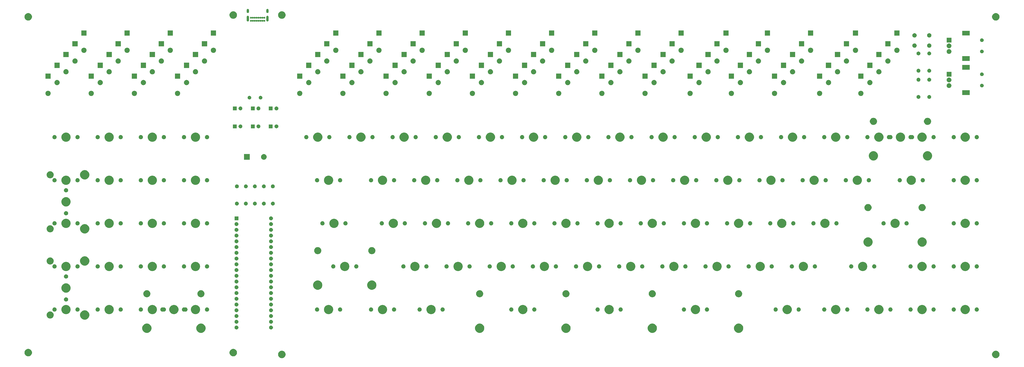
<source format=gbr>
G04 #@! TF.GenerationSoftware,KiCad,Pcbnew,(5.1.4)-1*
G04 #@! TF.CreationDate,2020-11-20T07:51:10+08:00*
G04 #@! TF.ProjectId,Southpaw-65,536f7574-6870-4617-972d-36352e6b6963,rev?*
G04 #@! TF.SameCoordinates,Original*
G04 #@! TF.FileFunction,Soldermask,Top*
G04 #@! TF.FilePolarity,Negative*
%FSLAX46Y46*%
G04 Gerber Fmt 4.6, Leading zero omitted, Abs format (unit mm)*
G04 Created by KiCad (PCBNEW (5.1.4)-1) date 2020-11-20 07:51:10*
%MOMM*%
%LPD*%
G04 APERTURE LIST*
%ADD10C,0.100000*%
G04 APERTURE END LIST*
D10*
G36*
X499644006Y-183335048D02*
G01*
X499750329Y-183356197D01*
X500050792Y-183480653D01*
X500321201Y-183661335D01*
X500551165Y-183891299D01*
X500731847Y-184161708D01*
X500856303Y-184462171D01*
X500919750Y-184781141D01*
X500919750Y-185106359D01*
X500856303Y-185425329D01*
X500731847Y-185725792D01*
X500551165Y-185996201D01*
X500321201Y-186226165D01*
X500050792Y-186406847D01*
X499750329Y-186531303D01*
X499644006Y-186552452D01*
X499431361Y-186594750D01*
X499106139Y-186594750D01*
X498893494Y-186552452D01*
X498787171Y-186531303D01*
X498486708Y-186406847D01*
X498216299Y-186226165D01*
X497986335Y-185996201D01*
X497805653Y-185725792D01*
X497681197Y-185425329D01*
X497617750Y-185106359D01*
X497617750Y-184781141D01*
X497681197Y-184462171D01*
X497805653Y-184161708D01*
X497986335Y-183891299D01*
X498216299Y-183661335D01*
X498486708Y-183480653D01*
X498787171Y-183356197D01*
X498893494Y-183335048D01*
X499106139Y-183292750D01*
X499431361Y-183292750D01*
X499644006Y-183335048D01*
X499644006Y-183335048D01*
G37*
G36*
X184525256Y-183335048D02*
G01*
X184631579Y-183356197D01*
X184932042Y-183480653D01*
X185202451Y-183661335D01*
X185432415Y-183891299D01*
X185613097Y-184161708D01*
X185737553Y-184462171D01*
X185801000Y-184781141D01*
X185801000Y-185106359D01*
X185737553Y-185425329D01*
X185613097Y-185725792D01*
X185432415Y-185996201D01*
X185202451Y-186226165D01*
X184932042Y-186406847D01*
X184631579Y-186531303D01*
X184525256Y-186552452D01*
X184312611Y-186594750D01*
X183987389Y-186594750D01*
X183774744Y-186552452D01*
X183668421Y-186531303D01*
X183367958Y-186406847D01*
X183097549Y-186226165D01*
X182867585Y-185996201D01*
X182686903Y-185725792D01*
X182562447Y-185425329D01*
X182499000Y-185106359D01*
X182499000Y-184781141D01*
X182562447Y-184462171D01*
X182686903Y-184161708D01*
X182867585Y-183891299D01*
X183097549Y-183661335D01*
X183367958Y-183480653D01*
X183668421Y-183356197D01*
X183774744Y-183335048D01*
X183987389Y-183292750D01*
X184312611Y-183292750D01*
X184525256Y-183335048D01*
X184525256Y-183335048D01*
G37*
G36*
X163094006Y-182541298D02*
G01*
X163200329Y-182562447D01*
X163500792Y-182686903D01*
X163771201Y-182867585D01*
X164001165Y-183097549D01*
X164181847Y-183367958D01*
X164306303Y-183668421D01*
X164369750Y-183987391D01*
X164369750Y-184312609D01*
X164306303Y-184631579D01*
X164181847Y-184932042D01*
X164001165Y-185202451D01*
X163771201Y-185432415D01*
X163500792Y-185613097D01*
X163200329Y-185737553D01*
X163094006Y-185758702D01*
X162881361Y-185801000D01*
X162556139Y-185801000D01*
X162343494Y-185758702D01*
X162237171Y-185737553D01*
X161936708Y-185613097D01*
X161666299Y-185432415D01*
X161436335Y-185202451D01*
X161255653Y-184932042D01*
X161131197Y-184631579D01*
X161067750Y-184312609D01*
X161067750Y-183987391D01*
X161131197Y-183668421D01*
X161255653Y-183367958D01*
X161436335Y-183097549D01*
X161666299Y-182867585D01*
X161936708Y-182686903D01*
X162237171Y-182562447D01*
X162343494Y-182541298D01*
X162556139Y-182499000D01*
X162881361Y-182499000D01*
X163094006Y-182541298D01*
X163094006Y-182541298D01*
G37*
G36*
X72606506Y-182541298D02*
G01*
X72712829Y-182562447D01*
X73013292Y-182686903D01*
X73283701Y-182867585D01*
X73513665Y-183097549D01*
X73694347Y-183367958D01*
X73818803Y-183668421D01*
X73882250Y-183987391D01*
X73882250Y-184312609D01*
X73818803Y-184631579D01*
X73694347Y-184932042D01*
X73513665Y-185202451D01*
X73283701Y-185432415D01*
X73013292Y-185613097D01*
X72712829Y-185737553D01*
X72606506Y-185758702D01*
X72393861Y-185801000D01*
X72068639Y-185801000D01*
X71855994Y-185758702D01*
X71749671Y-185737553D01*
X71449208Y-185613097D01*
X71178799Y-185432415D01*
X70948835Y-185202451D01*
X70768153Y-184932042D01*
X70643697Y-184631579D01*
X70580250Y-184312609D01*
X70580250Y-183987391D01*
X70643697Y-183668421D01*
X70768153Y-183367958D01*
X70948835Y-183097549D01*
X71178799Y-182867585D01*
X71449208Y-182686903D01*
X71749671Y-182562447D01*
X71855994Y-182541298D01*
X72068639Y-182499000D01*
X72393861Y-182499000D01*
X72606506Y-182541298D01*
X72606506Y-182541298D01*
G37*
G36*
X149059474Y-171388684D02*
G01*
X149277474Y-171478983D01*
X149431623Y-171542833D01*
X149766548Y-171766623D01*
X150051377Y-172051452D01*
X150275167Y-172386377D01*
X150275167Y-172386378D01*
X150429316Y-172758526D01*
X150507900Y-173153594D01*
X150507900Y-173556406D01*
X150429316Y-173951474D01*
X150339017Y-174169474D01*
X150275167Y-174323623D01*
X150051377Y-174658548D01*
X149766548Y-174943377D01*
X149431623Y-175167167D01*
X149277474Y-175231017D01*
X149059474Y-175321316D01*
X148664406Y-175399900D01*
X148261594Y-175399900D01*
X147866526Y-175321316D01*
X147648526Y-175231017D01*
X147494377Y-175167167D01*
X147159452Y-174943377D01*
X146874623Y-174658548D01*
X146650833Y-174323623D01*
X146586983Y-174169474D01*
X146496684Y-173951474D01*
X146418100Y-173556406D01*
X146418100Y-173153594D01*
X146496684Y-172758526D01*
X146650833Y-172386378D01*
X146650833Y-172386377D01*
X146874623Y-172051452D01*
X147159452Y-171766623D01*
X147494377Y-171542833D01*
X147648526Y-171478983D01*
X147866526Y-171388684D01*
X148261594Y-171310100D01*
X148664406Y-171310100D01*
X149059474Y-171388684D01*
X149059474Y-171388684D01*
G37*
G36*
X125183474Y-171388684D02*
G01*
X125401474Y-171478983D01*
X125555623Y-171542833D01*
X125890548Y-171766623D01*
X126175377Y-172051452D01*
X126399167Y-172386377D01*
X126399167Y-172386378D01*
X126553316Y-172758526D01*
X126631900Y-173153594D01*
X126631900Y-173556406D01*
X126553316Y-173951474D01*
X126463017Y-174169474D01*
X126399167Y-174323623D01*
X126175377Y-174658548D01*
X125890548Y-174943377D01*
X125555623Y-175167167D01*
X125401474Y-175231017D01*
X125183474Y-175321316D01*
X124788406Y-175399900D01*
X124385594Y-175399900D01*
X123990526Y-175321316D01*
X123772526Y-175231017D01*
X123618377Y-175167167D01*
X123283452Y-174943377D01*
X122998623Y-174658548D01*
X122774833Y-174323623D01*
X122710983Y-174169474D01*
X122620684Y-173951474D01*
X122542100Y-173556406D01*
X122542100Y-173153594D01*
X122620684Y-172758526D01*
X122774833Y-172386378D01*
X122774833Y-172386377D01*
X122998623Y-172051452D01*
X123283452Y-171766623D01*
X123618377Y-171542833D01*
X123772526Y-171478983D01*
X123990526Y-171388684D01*
X124385594Y-171310100D01*
X124788406Y-171310100D01*
X125183474Y-171388684D01*
X125183474Y-171388684D01*
G37*
G36*
X272058974Y-171388684D02*
G01*
X272276974Y-171478983D01*
X272431123Y-171542833D01*
X272766048Y-171766623D01*
X273050877Y-172051452D01*
X273274667Y-172386377D01*
X273274667Y-172386378D01*
X273428816Y-172758526D01*
X273507400Y-173153594D01*
X273507400Y-173556406D01*
X273428816Y-173951474D01*
X273338517Y-174169474D01*
X273274667Y-174323623D01*
X273050877Y-174658548D01*
X272766048Y-174943377D01*
X272431123Y-175167167D01*
X272276974Y-175231017D01*
X272058974Y-175321316D01*
X271663906Y-175399900D01*
X271261094Y-175399900D01*
X270866026Y-175321316D01*
X270648026Y-175231017D01*
X270493877Y-175167167D01*
X270158952Y-174943377D01*
X269874123Y-174658548D01*
X269650333Y-174323623D01*
X269586483Y-174169474D01*
X269496184Y-173951474D01*
X269417600Y-173556406D01*
X269417600Y-173153594D01*
X269496184Y-172758526D01*
X269650333Y-172386378D01*
X269650333Y-172386377D01*
X269874123Y-172051452D01*
X270158952Y-171766623D01*
X270493877Y-171542833D01*
X270648026Y-171478983D01*
X270866026Y-171388684D01*
X271261094Y-171310100D01*
X271663906Y-171310100D01*
X272058974Y-171388684D01*
X272058974Y-171388684D01*
G37*
G36*
X386358974Y-171388684D02*
G01*
X386576974Y-171478983D01*
X386731123Y-171542833D01*
X387066048Y-171766623D01*
X387350877Y-172051452D01*
X387574667Y-172386377D01*
X387574667Y-172386378D01*
X387728816Y-172758526D01*
X387807400Y-173153594D01*
X387807400Y-173556406D01*
X387728816Y-173951474D01*
X387638517Y-174169474D01*
X387574667Y-174323623D01*
X387350877Y-174658548D01*
X387066048Y-174943377D01*
X386731123Y-175167167D01*
X386576974Y-175231017D01*
X386358974Y-175321316D01*
X385963906Y-175399900D01*
X385561094Y-175399900D01*
X385166026Y-175321316D01*
X384948026Y-175231017D01*
X384793877Y-175167167D01*
X384458952Y-174943377D01*
X384174123Y-174658548D01*
X383950333Y-174323623D01*
X383886483Y-174169474D01*
X383796184Y-173951474D01*
X383717600Y-173556406D01*
X383717600Y-173153594D01*
X383796184Y-172758526D01*
X383950333Y-172386378D01*
X383950333Y-172386377D01*
X384174123Y-172051452D01*
X384458952Y-171766623D01*
X384793877Y-171542833D01*
X384948026Y-171478983D01*
X385166026Y-171388684D01*
X385561094Y-171310100D01*
X385963906Y-171310100D01*
X386358974Y-171388684D01*
X386358974Y-171388684D01*
G37*
G36*
X310158974Y-171388684D02*
G01*
X310376974Y-171478983D01*
X310531123Y-171542833D01*
X310866048Y-171766623D01*
X311150877Y-172051452D01*
X311374667Y-172386377D01*
X311374667Y-172386378D01*
X311528816Y-172758526D01*
X311607400Y-173153594D01*
X311607400Y-173556406D01*
X311528816Y-173951474D01*
X311438517Y-174169474D01*
X311374667Y-174323623D01*
X311150877Y-174658548D01*
X310866048Y-174943377D01*
X310531123Y-175167167D01*
X310376974Y-175231017D01*
X310158974Y-175321316D01*
X309763906Y-175399900D01*
X309361094Y-175399900D01*
X308966026Y-175321316D01*
X308748026Y-175231017D01*
X308593877Y-175167167D01*
X308258952Y-174943377D01*
X307974123Y-174658548D01*
X307750333Y-174323623D01*
X307686483Y-174169474D01*
X307596184Y-173951474D01*
X307517600Y-173556406D01*
X307517600Y-173153594D01*
X307596184Y-172758526D01*
X307750333Y-172386378D01*
X307750333Y-172386377D01*
X307974123Y-172051452D01*
X308258952Y-171766623D01*
X308593877Y-171542833D01*
X308748026Y-171478983D01*
X308966026Y-171388684D01*
X309361094Y-171310100D01*
X309763906Y-171310100D01*
X310158974Y-171388684D01*
X310158974Y-171388684D01*
G37*
G36*
X348258974Y-171388684D02*
G01*
X348476974Y-171478983D01*
X348631123Y-171542833D01*
X348966048Y-171766623D01*
X349250877Y-172051452D01*
X349474667Y-172386377D01*
X349474667Y-172386378D01*
X349628816Y-172758526D01*
X349707400Y-173153594D01*
X349707400Y-173556406D01*
X349628816Y-173951474D01*
X349538517Y-174169474D01*
X349474667Y-174323623D01*
X349250877Y-174658548D01*
X348966048Y-174943377D01*
X348631123Y-175167167D01*
X348476974Y-175231017D01*
X348258974Y-175321316D01*
X347863906Y-175399900D01*
X347461094Y-175399900D01*
X347066026Y-175321316D01*
X346848026Y-175231017D01*
X346693877Y-175167167D01*
X346358952Y-174943377D01*
X346074123Y-174658548D01*
X345850333Y-174323623D01*
X345786483Y-174169474D01*
X345696184Y-173951474D01*
X345617600Y-173556406D01*
X345617600Y-173153594D01*
X345696184Y-172758526D01*
X345850333Y-172386378D01*
X345850333Y-172386377D01*
X346074123Y-172051452D01*
X346358952Y-171766623D01*
X346693877Y-171542833D01*
X346848026Y-171478983D01*
X347066026Y-171388684D01*
X347461094Y-171310100D01*
X347863906Y-171310100D01*
X348258974Y-171388684D01*
X348258974Y-171388684D01*
G37*
G36*
X179554323Y-172198813D02*
G01*
X179714742Y-172247476D01*
X179847406Y-172318386D01*
X179862578Y-172326496D01*
X179992159Y-172432841D01*
X180098504Y-172562422D01*
X180098505Y-172562424D01*
X180177524Y-172710258D01*
X180226187Y-172870677D01*
X180242617Y-173037500D01*
X180226187Y-173204323D01*
X180177524Y-173364742D01*
X180106614Y-173497406D01*
X180098504Y-173512578D01*
X179992159Y-173642159D01*
X179862578Y-173748504D01*
X179862576Y-173748505D01*
X179714742Y-173827524D01*
X179554323Y-173876187D01*
X179429304Y-173888500D01*
X179345696Y-173888500D01*
X179220677Y-173876187D01*
X179060258Y-173827524D01*
X178912424Y-173748505D01*
X178912422Y-173748504D01*
X178782841Y-173642159D01*
X178676496Y-173512578D01*
X178668386Y-173497406D01*
X178597476Y-173364742D01*
X178548813Y-173204323D01*
X178532383Y-173037500D01*
X178548813Y-172870677D01*
X178597476Y-172710258D01*
X178676495Y-172562424D01*
X178676496Y-172562422D01*
X178782841Y-172432841D01*
X178912422Y-172326496D01*
X178927594Y-172318386D01*
X179060258Y-172247476D01*
X179220677Y-172198813D01*
X179345696Y-172186500D01*
X179429304Y-172186500D01*
X179554323Y-172198813D01*
X179554323Y-172198813D01*
G37*
G36*
X164314323Y-172198813D02*
G01*
X164474742Y-172247476D01*
X164607406Y-172318386D01*
X164622578Y-172326496D01*
X164752159Y-172432841D01*
X164858504Y-172562422D01*
X164858505Y-172562424D01*
X164937524Y-172710258D01*
X164986187Y-172870677D01*
X165002617Y-173037500D01*
X164986187Y-173204323D01*
X164937524Y-173364742D01*
X164866614Y-173497406D01*
X164858504Y-173512578D01*
X164752159Y-173642159D01*
X164622578Y-173748504D01*
X164622576Y-173748505D01*
X164474742Y-173827524D01*
X164314323Y-173876187D01*
X164189304Y-173888500D01*
X164105696Y-173888500D01*
X163980677Y-173876187D01*
X163820258Y-173827524D01*
X163672424Y-173748505D01*
X163672422Y-173748504D01*
X163542841Y-173642159D01*
X163436496Y-173512578D01*
X163428386Y-173497406D01*
X163357476Y-173364742D01*
X163308813Y-173204323D01*
X163292383Y-173037500D01*
X163308813Y-172870677D01*
X163357476Y-172710258D01*
X163436495Y-172562424D01*
X163436496Y-172562422D01*
X163542841Y-172432841D01*
X163672422Y-172326496D01*
X163687594Y-172318386D01*
X163820258Y-172247476D01*
X163980677Y-172198813D01*
X164105696Y-172186500D01*
X164189304Y-172186500D01*
X164314323Y-172198813D01*
X164314323Y-172198813D01*
G37*
G36*
X164314323Y-169658813D02*
G01*
X164474742Y-169707476D01*
X164607406Y-169778386D01*
X164622578Y-169786496D01*
X164752159Y-169892841D01*
X164858504Y-170022422D01*
X164858505Y-170022424D01*
X164937524Y-170170258D01*
X164986187Y-170330677D01*
X165002617Y-170497500D01*
X164986187Y-170664323D01*
X164937524Y-170824742D01*
X164866614Y-170957406D01*
X164858504Y-170972578D01*
X164752159Y-171102159D01*
X164622578Y-171208504D01*
X164622576Y-171208505D01*
X164474742Y-171287524D01*
X164314323Y-171336187D01*
X164189304Y-171348500D01*
X164105696Y-171348500D01*
X163980677Y-171336187D01*
X163820258Y-171287524D01*
X163672424Y-171208505D01*
X163672422Y-171208504D01*
X163542841Y-171102159D01*
X163436496Y-170972578D01*
X163428386Y-170957406D01*
X163357476Y-170824742D01*
X163308813Y-170664323D01*
X163292383Y-170497500D01*
X163308813Y-170330677D01*
X163357476Y-170170258D01*
X163436495Y-170022424D01*
X163436496Y-170022422D01*
X163542841Y-169892841D01*
X163672422Y-169786496D01*
X163687594Y-169778386D01*
X163820258Y-169707476D01*
X163980677Y-169658813D01*
X164105696Y-169646500D01*
X164189304Y-169646500D01*
X164314323Y-169658813D01*
X164314323Y-169658813D01*
G37*
G36*
X179554323Y-169658813D02*
G01*
X179714742Y-169707476D01*
X179847406Y-169778386D01*
X179862578Y-169786496D01*
X179992159Y-169892841D01*
X180098504Y-170022422D01*
X180098505Y-170022424D01*
X180177524Y-170170258D01*
X180226187Y-170330677D01*
X180242617Y-170497500D01*
X180226187Y-170664323D01*
X180177524Y-170824742D01*
X180106614Y-170957406D01*
X180098504Y-170972578D01*
X179992159Y-171102159D01*
X179862578Y-171208504D01*
X179862576Y-171208505D01*
X179714742Y-171287524D01*
X179554323Y-171336187D01*
X179429304Y-171348500D01*
X179345696Y-171348500D01*
X179220677Y-171336187D01*
X179060258Y-171287524D01*
X178912424Y-171208505D01*
X178912422Y-171208504D01*
X178782841Y-171102159D01*
X178676496Y-170972578D01*
X178668386Y-170957406D01*
X178597476Y-170824742D01*
X178548813Y-170664323D01*
X178532383Y-170497500D01*
X178548813Y-170330677D01*
X178597476Y-170170258D01*
X178676495Y-170022424D01*
X178676496Y-170022422D01*
X178782841Y-169892841D01*
X178912422Y-169786496D01*
X178927594Y-169778386D01*
X179060258Y-169707476D01*
X179220677Y-169658813D01*
X179345696Y-169646500D01*
X179429304Y-169646500D01*
X179554323Y-169658813D01*
X179554323Y-169658813D01*
G37*
G36*
X97751474Y-165546684D02*
G01*
X97969474Y-165636983D01*
X98123623Y-165700833D01*
X98458548Y-165924623D01*
X98743377Y-166209452D01*
X98967167Y-166544377D01*
X98967167Y-166544378D01*
X99121316Y-166916526D01*
X99199900Y-167311594D01*
X99199900Y-167714406D01*
X99121316Y-168109474D01*
X99059363Y-168259041D01*
X98967167Y-168481623D01*
X98743377Y-168816548D01*
X98458548Y-169101377D01*
X98123623Y-169325167D01*
X97969474Y-169389017D01*
X97751474Y-169479316D01*
X97356406Y-169557900D01*
X96953594Y-169557900D01*
X96558526Y-169479316D01*
X96340526Y-169389017D01*
X96186377Y-169325167D01*
X95851452Y-169101377D01*
X95566623Y-168816548D01*
X95342833Y-168481623D01*
X95250637Y-168259041D01*
X95188684Y-168109474D01*
X95110100Y-167714406D01*
X95110100Y-167311594D01*
X95188684Y-166916526D01*
X95342833Y-166544378D01*
X95342833Y-166544377D01*
X95566623Y-166209452D01*
X95851452Y-165924623D01*
X96186377Y-165700833D01*
X96340526Y-165636983D01*
X96558526Y-165546684D01*
X96953594Y-165468100D01*
X97356406Y-165468100D01*
X97751474Y-165546684D01*
X97751474Y-165546684D01*
G37*
G36*
X82222267Y-165968263D02*
G01*
X82374411Y-165998526D01*
X82493137Y-166047704D01*
X82661041Y-166117252D01*
X82677882Y-166128505D01*
X82919004Y-166289617D01*
X83138383Y-166508996D01*
X83162024Y-166544378D01*
X83310748Y-166766959D01*
X83370895Y-166912167D01*
X83429474Y-167053589D01*
X83442448Y-167118813D01*
X83490000Y-167357875D01*
X83490000Y-167668125D01*
X83429474Y-167972410D01*
X83310748Y-168259041D01*
X83310747Y-168259042D01*
X83138383Y-168517004D01*
X82919004Y-168736383D01*
X82799028Y-168816548D01*
X82661041Y-168908748D01*
X82493137Y-168978296D01*
X82374411Y-169027474D01*
X82070125Y-169088000D01*
X81759875Y-169088000D01*
X81455589Y-169027474D01*
X81336863Y-168978296D01*
X81168959Y-168908748D01*
X81030972Y-168816548D01*
X80910996Y-168736383D01*
X80691617Y-168517004D01*
X80519253Y-168259042D01*
X80519252Y-168259041D01*
X80400526Y-167972410D01*
X80340000Y-167668125D01*
X80340000Y-167357875D01*
X80387552Y-167118813D01*
X80400526Y-167053589D01*
X80459105Y-166912167D01*
X80519252Y-166766959D01*
X80667976Y-166544378D01*
X80691617Y-166508996D01*
X80910996Y-166289617D01*
X81152118Y-166128505D01*
X81168959Y-166117252D01*
X81336863Y-166047704D01*
X81455589Y-165998526D01*
X81607733Y-165968263D01*
X81759875Y-165938000D01*
X82070125Y-165938000D01*
X82222267Y-165968263D01*
X82222267Y-165968263D01*
G37*
G36*
X164314323Y-167118813D02*
G01*
X164474742Y-167167476D01*
X164607406Y-167238386D01*
X164622578Y-167246496D01*
X164752159Y-167352841D01*
X164858504Y-167482422D01*
X164858505Y-167482424D01*
X164937524Y-167630258D01*
X164986187Y-167790677D01*
X165002617Y-167957500D01*
X164986187Y-168124323D01*
X164937524Y-168284742D01*
X164866614Y-168417406D01*
X164858504Y-168432578D01*
X164752159Y-168562159D01*
X164622578Y-168668504D01*
X164622576Y-168668505D01*
X164474742Y-168747524D01*
X164314323Y-168796187D01*
X164189304Y-168808500D01*
X164105696Y-168808500D01*
X163980677Y-168796187D01*
X163820258Y-168747524D01*
X163672424Y-168668505D01*
X163672422Y-168668504D01*
X163542841Y-168562159D01*
X163436496Y-168432578D01*
X163428386Y-168417406D01*
X163357476Y-168284742D01*
X163308813Y-168124323D01*
X163292383Y-167957500D01*
X163308813Y-167790677D01*
X163357476Y-167630258D01*
X163436495Y-167482424D01*
X163436496Y-167482422D01*
X163542841Y-167352841D01*
X163672422Y-167246496D01*
X163687594Y-167238386D01*
X163820258Y-167167476D01*
X163980677Y-167118813D01*
X164105696Y-167106500D01*
X164189304Y-167106500D01*
X164314323Y-167118813D01*
X164314323Y-167118813D01*
G37*
G36*
X179554323Y-167118813D02*
G01*
X179714742Y-167167476D01*
X179847406Y-167238386D01*
X179862578Y-167246496D01*
X179992159Y-167352841D01*
X180098504Y-167482422D01*
X180098505Y-167482424D01*
X180177524Y-167630258D01*
X180226187Y-167790677D01*
X180242617Y-167957500D01*
X180226187Y-168124323D01*
X180177524Y-168284742D01*
X180106614Y-168417406D01*
X180098504Y-168432578D01*
X179992159Y-168562159D01*
X179862578Y-168668504D01*
X179862576Y-168668505D01*
X179714742Y-168747524D01*
X179554323Y-168796187D01*
X179429304Y-168808500D01*
X179345696Y-168808500D01*
X179220677Y-168796187D01*
X179060258Y-168747524D01*
X178912424Y-168668505D01*
X178912422Y-168668504D01*
X178782841Y-168562159D01*
X178676496Y-168432578D01*
X178668386Y-168417406D01*
X178597476Y-168284742D01*
X178548813Y-168124323D01*
X178532383Y-167957500D01*
X178548813Y-167790677D01*
X178597476Y-167630258D01*
X178676495Y-167482424D01*
X178676496Y-167482422D01*
X178782841Y-167352841D01*
X178912422Y-167246496D01*
X178927594Y-167238386D01*
X179060258Y-167167476D01*
X179220677Y-167118813D01*
X179345696Y-167106500D01*
X179429304Y-167106500D01*
X179554323Y-167118813D01*
X179554323Y-167118813D01*
G37*
G36*
X291108974Y-163133684D02*
G01*
X291280523Y-163204742D01*
X291481123Y-163287833D01*
X291816048Y-163511623D01*
X292100877Y-163796452D01*
X292324667Y-164131377D01*
X292359933Y-164216518D01*
X292478816Y-164503526D01*
X292557400Y-164898594D01*
X292557400Y-165301406D01*
X292478816Y-165696474D01*
X292427951Y-165819272D01*
X292324667Y-166068623D01*
X292100877Y-166403548D01*
X291816048Y-166688377D01*
X291481123Y-166912167D01*
X291326974Y-166976017D01*
X291108974Y-167066316D01*
X290713906Y-167144900D01*
X290311094Y-167144900D01*
X289916026Y-167066316D01*
X289698026Y-166976017D01*
X289543877Y-166912167D01*
X289208952Y-166688377D01*
X288924123Y-166403548D01*
X288700333Y-166068623D01*
X288597049Y-165819272D01*
X288546184Y-165696474D01*
X288467600Y-165301406D01*
X288467600Y-164898594D01*
X288546184Y-164503526D01*
X288665067Y-164216518D01*
X288700333Y-164131377D01*
X288924123Y-163796452D01*
X289208952Y-163511623D01*
X289543877Y-163287833D01*
X289744477Y-163204742D01*
X289916026Y-163133684D01*
X290311094Y-163055100D01*
X290713906Y-163055100D01*
X291108974Y-163133684D01*
X291108974Y-163133684D01*
G37*
G36*
X329208974Y-163133684D02*
G01*
X329380523Y-163204742D01*
X329581123Y-163287833D01*
X329916048Y-163511623D01*
X330200877Y-163796452D01*
X330424667Y-164131377D01*
X330459933Y-164216518D01*
X330578816Y-164503526D01*
X330657400Y-164898594D01*
X330657400Y-165301406D01*
X330578816Y-165696474D01*
X330527951Y-165819272D01*
X330424667Y-166068623D01*
X330200877Y-166403548D01*
X329916048Y-166688377D01*
X329581123Y-166912167D01*
X329426974Y-166976017D01*
X329208974Y-167066316D01*
X328813906Y-167144900D01*
X328411094Y-167144900D01*
X328016026Y-167066316D01*
X327798026Y-166976017D01*
X327643877Y-166912167D01*
X327308952Y-166688377D01*
X327024123Y-166403548D01*
X326800333Y-166068623D01*
X326697049Y-165819272D01*
X326646184Y-165696474D01*
X326567600Y-165301406D01*
X326567600Y-164898594D01*
X326646184Y-164503526D01*
X326765067Y-164216518D01*
X326800333Y-164131377D01*
X327024123Y-163796452D01*
X327308952Y-163511623D01*
X327643877Y-163287833D01*
X327844477Y-163204742D01*
X328016026Y-163133684D01*
X328411094Y-163055100D01*
X328813906Y-163055100D01*
X329208974Y-163133684D01*
X329208974Y-163133684D01*
G37*
G36*
X146646474Y-163133684D02*
G01*
X146818023Y-163204742D01*
X147018623Y-163287833D01*
X147353548Y-163511623D01*
X147638377Y-163796452D01*
X147862167Y-164131377D01*
X147897433Y-164216518D01*
X148016316Y-164503526D01*
X148094900Y-164898594D01*
X148094900Y-165301406D01*
X148016316Y-165696474D01*
X147965451Y-165819272D01*
X147862167Y-166068623D01*
X147638377Y-166403548D01*
X147353548Y-166688377D01*
X147018623Y-166912167D01*
X146864474Y-166976017D01*
X146646474Y-167066316D01*
X146251406Y-167144900D01*
X145848594Y-167144900D01*
X145453526Y-167066316D01*
X145235526Y-166976017D01*
X145081377Y-166912167D01*
X144746452Y-166688377D01*
X144461623Y-166403548D01*
X144237833Y-166068623D01*
X144134549Y-165819272D01*
X144083684Y-165696474D01*
X144005100Y-165301406D01*
X144005100Y-164898594D01*
X144083684Y-164503526D01*
X144202567Y-164216518D01*
X144237833Y-164131377D01*
X144461623Y-163796452D01*
X144746452Y-163511623D01*
X145081377Y-163287833D01*
X145281977Y-163204742D01*
X145453526Y-163133684D01*
X145848594Y-163055100D01*
X146251406Y-163055100D01*
X146646474Y-163133684D01*
X146646474Y-163133684D01*
G37*
G36*
X205383974Y-163133684D02*
G01*
X205555523Y-163204742D01*
X205756123Y-163287833D01*
X206091048Y-163511623D01*
X206375877Y-163796452D01*
X206599667Y-164131377D01*
X206634933Y-164216518D01*
X206753816Y-164503526D01*
X206832400Y-164898594D01*
X206832400Y-165301406D01*
X206753816Y-165696474D01*
X206702951Y-165819272D01*
X206599667Y-166068623D01*
X206375877Y-166403548D01*
X206091048Y-166688377D01*
X205756123Y-166912167D01*
X205601974Y-166976017D01*
X205383974Y-167066316D01*
X204988906Y-167144900D01*
X204586094Y-167144900D01*
X204191026Y-167066316D01*
X203973026Y-166976017D01*
X203818877Y-166912167D01*
X203483952Y-166688377D01*
X203199123Y-166403548D01*
X202975333Y-166068623D01*
X202872049Y-165819272D01*
X202821184Y-165696474D01*
X202742600Y-165301406D01*
X202742600Y-164898594D01*
X202821184Y-164503526D01*
X202940067Y-164216518D01*
X202975333Y-164131377D01*
X203199123Y-163796452D01*
X203483952Y-163511623D01*
X203818877Y-163287833D01*
X204019477Y-163204742D01*
X204191026Y-163133684D01*
X204586094Y-163055100D01*
X204988906Y-163055100D01*
X205383974Y-163133684D01*
X205383974Y-163133684D01*
G37*
G36*
X229196474Y-163133684D02*
G01*
X229368023Y-163204742D01*
X229568623Y-163287833D01*
X229903548Y-163511623D01*
X230188377Y-163796452D01*
X230412167Y-164131377D01*
X230447433Y-164216518D01*
X230566316Y-164503526D01*
X230644900Y-164898594D01*
X230644900Y-165301406D01*
X230566316Y-165696474D01*
X230515451Y-165819272D01*
X230412167Y-166068623D01*
X230188377Y-166403548D01*
X229903548Y-166688377D01*
X229568623Y-166912167D01*
X229414474Y-166976017D01*
X229196474Y-167066316D01*
X228801406Y-167144900D01*
X228398594Y-167144900D01*
X228003526Y-167066316D01*
X227785526Y-166976017D01*
X227631377Y-166912167D01*
X227296452Y-166688377D01*
X227011623Y-166403548D01*
X226787833Y-166068623D01*
X226684549Y-165819272D01*
X226633684Y-165696474D01*
X226555100Y-165301406D01*
X226555100Y-164898594D01*
X226633684Y-164503526D01*
X226752567Y-164216518D01*
X226787833Y-164131377D01*
X227011623Y-163796452D01*
X227296452Y-163511623D01*
X227631377Y-163287833D01*
X227831977Y-163204742D01*
X228003526Y-163133684D01*
X228398594Y-163055100D01*
X228801406Y-163055100D01*
X229196474Y-163133684D01*
X229196474Y-163133684D01*
G37*
G36*
X250627724Y-163133684D02*
G01*
X250799273Y-163204742D01*
X250999873Y-163287833D01*
X251334798Y-163511623D01*
X251619627Y-163796452D01*
X251843417Y-164131377D01*
X251878683Y-164216518D01*
X251997566Y-164503526D01*
X252076150Y-164898594D01*
X252076150Y-165301406D01*
X251997566Y-165696474D01*
X251946701Y-165819272D01*
X251843417Y-166068623D01*
X251619627Y-166403548D01*
X251334798Y-166688377D01*
X250999873Y-166912167D01*
X250845724Y-166976017D01*
X250627724Y-167066316D01*
X250232656Y-167144900D01*
X249829844Y-167144900D01*
X249434776Y-167066316D01*
X249216776Y-166976017D01*
X249062627Y-166912167D01*
X248727702Y-166688377D01*
X248442873Y-166403548D01*
X248219083Y-166068623D01*
X248115799Y-165819272D01*
X248064934Y-165696474D01*
X247986350Y-165301406D01*
X247986350Y-164898594D01*
X248064934Y-164503526D01*
X248183817Y-164216518D01*
X248219083Y-164131377D01*
X248442873Y-163796452D01*
X248727702Y-163511623D01*
X249062627Y-163287833D01*
X249263227Y-163204742D01*
X249434776Y-163133684D01*
X249829844Y-163055100D01*
X250232656Y-163055100D01*
X250627724Y-163133684D01*
X250627724Y-163133684D01*
G37*
G36*
X367308974Y-163133684D02*
G01*
X367480523Y-163204742D01*
X367681123Y-163287833D01*
X368016048Y-163511623D01*
X368300877Y-163796452D01*
X368524667Y-164131377D01*
X368559933Y-164216518D01*
X368678816Y-164503526D01*
X368757400Y-164898594D01*
X368757400Y-165301406D01*
X368678816Y-165696474D01*
X368627951Y-165819272D01*
X368524667Y-166068623D01*
X368300877Y-166403548D01*
X368016048Y-166688377D01*
X367681123Y-166912167D01*
X367526974Y-166976017D01*
X367308974Y-167066316D01*
X366913906Y-167144900D01*
X366511094Y-167144900D01*
X366116026Y-167066316D01*
X365898026Y-166976017D01*
X365743877Y-166912167D01*
X365408952Y-166688377D01*
X365124123Y-166403548D01*
X364900333Y-166068623D01*
X364797049Y-165819272D01*
X364746184Y-165696474D01*
X364667600Y-165301406D01*
X364667600Y-164898594D01*
X364746184Y-164503526D01*
X364865067Y-164216518D01*
X364900333Y-164131377D01*
X365124123Y-163796452D01*
X365408952Y-163511623D01*
X365743877Y-163287833D01*
X365944477Y-163204742D01*
X366116026Y-163133684D01*
X366511094Y-163055100D01*
X366913906Y-163055100D01*
X367308974Y-163133684D01*
X367308974Y-163133684D01*
G37*
G36*
X407790224Y-163133684D02*
G01*
X407961773Y-163204742D01*
X408162373Y-163287833D01*
X408497298Y-163511623D01*
X408782127Y-163796452D01*
X409005917Y-164131377D01*
X409041183Y-164216518D01*
X409160066Y-164503526D01*
X409238650Y-164898594D01*
X409238650Y-165301406D01*
X409160066Y-165696474D01*
X409109201Y-165819272D01*
X409005917Y-166068623D01*
X408782127Y-166403548D01*
X408497298Y-166688377D01*
X408162373Y-166912167D01*
X408008224Y-166976017D01*
X407790224Y-167066316D01*
X407395156Y-167144900D01*
X406992344Y-167144900D01*
X406597276Y-167066316D01*
X406379276Y-166976017D01*
X406225127Y-166912167D01*
X405890202Y-166688377D01*
X405605373Y-166403548D01*
X405381583Y-166068623D01*
X405278299Y-165819272D01*
X405227434Y-165696474D01*
X405148850Y-165301406D01*
X405148850Y-164898594D01*
X405227434Y-164503526D01*
X405346317Y-164216518D01*
X405381583Y-164131377D01*
X405605373Y-163796452D01*
X405890202Y-163511623D01*
X406225127Y-163287833D01*
X406425727Y-163204742D01*
X406597276Y-163133684D01*
X406992344Y-163055100D01*
X407395156Y-163055100D01*
X407790224Y-163133684D01*
X407790224Y-163133684D01*
G37*
G36*
X448271474Y-163133684D02*
G01*
X448443023Y-163204742D01*
X448643623Y-163287833D01*
X448978548Y-163511623D01*
X449263377Y-163796452D01*
X449487167Y-164131377D01*
X449522433Y-164216518D01*
X449641316Y-164503526D01*
X449719900Y-164898594D01*
X449719900Y-165301406D01*
X449641316Y-165696474D01*
X449590451Y-165819272D01*
X449487167Y-166068623D01*
X449263377Y-166403548D01*
X448978548Y-166688377D01*
X448643623Y-166912167D01*
X448489474Y-166976017D01*
X448271474Y-167066316D01*
X447876406Y-167144900D01*
X447473594Y-167144900D01*
X447078526Y-167066316D01*
X446860526Y-166976017D01*
X446706377Y-166912167D01*
X446371452Y-166688377D01*
X446086623Y-166403548D01*
X445862833Y-166068623D01*
X445759549Y-165819272D01*
X445708684Y-165696474D01*
X445630100Y-165301406D01*
X445630100Y-164898594D01*
X445708684Y-164503526D01*
X445827567Y-164216518D01*
X445862833Y-164131377D01*
X446086623Y-163796452D01*
X446371452Y-163511623D01*
X446706377Y-163287833D01*
X446906977Y-163204742D01*
X447078526Y-163133684D01*
X447473594Y-163055100D01*
X447876406Y-163055100D01*
X448271474Y-163133684D01*
X448271474Y-163133684D01*
G37*
G36*
X89496474Y-163133684D02*
G01*
X89668023Y-163204742D01*
X89868623Y-163287833D01*
X90203548Y-163511623D01*
X90488377Y-163796452D01*
X90712167Y-164131377D01*
X90747433Y-164216518D01*
X90866316Y-164503526D01*
X90944900Y-164898594D01*
X90944900Y-165301406D01*
X90866316Y-165696474D01*
X90815451Y-165819272D01*
X90712167Y-166068623D01*
X90488377Y-166403548D01*
X90203548Y-166688377D01*
X89868623Y-166912167D01*
X89714474Y-166976017D01*
X89496474Y-167066316D01*
X89101406Y-167144900D01*
X88698594Y-167144900D01*
X88303526Y-167066316D01*
X88085526Y-166976017D01*
X87931377Y-166912167D01*
X87596452Y-166688377D01*
X87311623Y-166403548D01*
X87087833Y-166068623D01*
X86984549Y-165819272D01*
X86933684Y-165696474D01*
X86855100Y-165301406D01*
X86855100Y-164898594D01*
X86933684Y-164503526D01*
X87052567Y-164216518D01*
X87087833Y-164131377D01*
X87311623Y-163796452D01*
X87596452Y-163511623D01*
X87931377Y-163287833D01*
X88131977Y-163204742D01*
X88303526Y-163133684D01*
X88698594Y-163055100D01*
X89101406Y-163055100D01*
X89496474Y-163133684D01*
X89496474Y-163133684D01*
G37*
G36*
X137121474Y-163133684D02*
G01*
X137293023Y-163204742D01*
X137493623Y-163287833D01*
X137828548Y-163511623D01*
X138113377Y-163796452D01*
X138337167Y-164131377D01*
X138372433Y-164216518D01*
X138491316Y-164503526D01*
X138569900Y-164898594D01*
X138569900Y-165301406D01*
X138491316Y-165696474D01*
X138440451Y-165819272D01*
X138337167Y-166068623D01*
X138113377Y-166403548D01*
X137828548Y-166688377D01*
X137493623Y-166912167D01*
X137339474Y-166976017D01*
X137121474Y-167066316D01*
X136726406Y-167144900D01*
X136323594Y-167144900D01*
X135928526Y-167066316D01*
X135710526Y-166976017D01*
X135556377Y-166912167D01*
X135221452Y-166688377D01*
X134936623Y-166403548D01*
X134712833Y-166068623D01*
X134609549Y-165819272D01*
X134558684Y-165696474D01*
X134480100Y-165301406D01*
X134480100Y-164898594D01*
X134558684Y-164503526D01*
X134677567Y-164216518D01*
X134712833Y-164131377D01*
X134936623Y-163796452D01*
X135221452Y-163511623D01*
X135556377Y-163287833D01*
X135756977Y-163204742D01*
X135928526Y-163133684D01*
X136323594Y-163055100D01*
X136726406Y-163055100D01*
X137121474Y-163133684D01*
X137121474Y-163133684D01*
G37*
G36*
X127596474Y-163133684D02*
G01*
X127768023Y-163204742D01*
X127968623Y-163287833D01*
X128303548Y-163511623D01*
X128588377Y-163796452D01*
X128812167Y-164131377D01*
X128847433Y-164216518D01*
X128966316Y-164503526D01*
X129044900Y-164898594D01*
X129044900Y-165301406D01*
X128966316Y-165696474D01*
X128915451Y-165819272D01*
X128812167Y-166068623D01*
X128588377Y-166403548D01*
X128303548Y-166688377D01*
X127968623Y-166912167D01*
X127814474Y-166976017D01*
X127596474Y-167066316D01*
X127201406Y-167144900D01*
X126798594Y-167144900D01*
X126403526Y-167066316D01*
X126185526Y-166976017D01*
X126031377Y-166912167D01*
X125696452Y-166688377D01*
X125411623Y-166403548D01*
X125187833Y-166068623D01*
X125084549Y-165819272D01*
X125033684Y-165696474D01*
X124955100Y-165301406D01*
X124955100Y-164898594D01*
X125033684Y-164503526D01*
X125152567Y-164216518D01*
X125187833Y-164131377D01*
X125411623Y-163796452D01*
X125696452Y-163511623D01*
X126031377Y-163287833D01*
X126231977Y-163204742D01*
X126403526Y-163133684D01*
X126798594Y-163055100D01*
X127201406Y-163055100D01*
X127596474Y-163133684D01*
X127596474Y-163133684D01*
G37*
G36*
X108546474Y-163133684D02*
G01*
X108718023Y-163204742D01*
X108918623Y-163287833D01*
X109253548Y-163511623D01*
X109538377Y-163796452D01*
X109762167Y-164131377D01*
X109797433Y-164216518D01*
X109916316Y-164503526D01*
X109994900Y-164898594D01*
X109994900Y-165301406D01*
X109916316Y-165696474D01*
X109865451Y-165819272D01*
X109762167Y-166068623D01*
X109538377Y-166403548D01*
X109253548Y-166688377D01*
X108918623Y-166912167D01*
X108764474Y-166976017D01*
X108546474Y-167066316D01*
X108151406Y-167144900D01*
X107748594Y-167144900D01*
X107353526Y-167066316D01*
X107135526Y-166976017D01*
X106981377Y-166912167D01*
X106646452Y-166688377D01*
X106361623Y-166403548D01*
X106137833Y-166068623D01*
X106034549Y-165819272D01*
X105983684Y-165696474D01*
X105905100Y-165301406D01*
X105905100Y-164898594D01*
X105983684Y-164503526D01*
X106102567Y-164216518D01*
X106137833Y-164131377D01*
X106361623Y-163796452D01*
X106646452Y-163511623D01*
X106981377Y-163287833D01*
X107181977Y-163204742D01*
X107353526Y-163133684D01*
X107748594Y-163055100D01*
X108151406Y-163055100D01*
X108546474Y-163133684D01*
X108546474Y-163133684D01*
G37*
G36*
X486371474Y-163133684D02*
G01*
X486543023Y-163204742D01*
X486743623Y-163287833D01*
X487078548Y-163511623D01*
X487363377Y-163796452D01*
X487587167Y-164131377D01*
X487622433Y-164216518D01*
X487741316Y-164503526D01*
X487819900Y-164898594D01*
X487819900Y-165301406D01*
X487741316Y-165696474D01*
X487690451Y-165819272D01*
X487587167Y-166068623D01*
X487363377Y-166403548D01*
X487078548Y-166688377D01*
X486743623Y-166912167D01*
X486589474Y-166976017D01*
X486371474Y-167066316D01*
X485976406Y-167144900D01*
X485573594Y-167144900D01*
X485178526Y-167066316D01*
X484960526Y-166976017D01*
X484806377Y-166912167D01*
X484471452Y-166688377D01*
X484186623Y-166403548D01*
X483962833Y-166068623D01*
X483859549Y-165819272D01*
X483808684Y-165696474D01*
X483730100Y-165301406D01*
X483730100Y-164898594D01*
X483808684Y-164503526D01*
X483927567Y-164216518D01*
X483962833Y-164131377D01*
X484186623Y-163796452D01*
X484471452Y-163511623D01*
X484806377Y-163287833D01*
X485006977Y-163204742D01*
X485178526Y-163133684D01*
X485573594Y-163055100D01*
X485976406Y-163055100D01*
X486371474Y-163133684D01*
X486371474Y-163133684D01*
G37*
G36*
X467321474Y-163133684D02*
G01*
X467493023Y-163204742D01*
X467693623Y-163287833D01*
X468028548Y-163511623D01*
X468313377Y-163796452D01*
X468537167Y-164131377D01*
X468572433Y-164216518D01*
X468691316Y-164503526D01*
X468769900Y-164898594D01*
X468769900Y-165301406D01*
X468691316Y-165696474D01*
X468640451Y-165819272D01*
X468537167Y-166068623D01*
X468313377Y-166403548D01*
X468028548Y-166688377D01*
X467693623Y-166912167D01*
X467539474Y-166976017D01*
X467321474Y-167066316D01*
X466926406Y-167144900D01*
X466523594Y-167144900D01*
X466128526Y-167066316D01*
X465910526Y-166976017D01*
X465756377Y-166912167D01*
X465421452Y-166688377D01*
X465136623Y-166403548D01*
X464912833Y-166068623D01*
X464809549Y-165819272D01*
X464758684Y-165696474D01*
X464680100Y-165301406D01*
X464680100Y-164898594D01*
X464758684Y-164503526D01*
X464877567Y-164216518D01*
X464912833Y-164131377D01*
X465136623Y-163796452D01*
X465421452Y-163511623D01*
X465756377Y-163287833D01*
X465956977Y-163204742D01*
X466128526Y-163133684D01*
X466523594Y-163055100D01*
X466926406Y-163055100D01*
X467321474Y-163133684D01*
X467321474Y-163133684D01*
G37*
G36*
X429221474Y-163133684D02*
G01*
X429393023Y-163204742D01*
X429593623Y-163287833D01*
X429928548Y-163511623D01*
X430213377Y-163796452D01*
X430437167Y-164131377D01*
X430472433Y-164216518D01*
X430591316Y-164503526D01*
X430669900Y-164898594D01*
X430669900Y-165301406D01*
X430591316Y-165696474D01*
X430540451Y-165819272D01*
X430437167Y-166068623D01*
X430213377Y-166403548D01*
X429928548Y-166688377D01*
X429593623Y-166912167D01*
X429439474Y-166976017D01*
X429221474Y-167066316D01*
X428826406Y-167144900D01*
X428423594Y-167144900D01*
X428028526Y-167066316D01*
X427810526Y-166976017D01*
X427656377Y-166912167D01*
X427321452Y-166688377D01*
X427036623Y-166403548D01*
X426812833Y-166068623D01*
X426709549Y-165819272D01*
X426658684Y-165696474D01*
X426580100Y-165301406D01*
X426580100Y-164898594D01*
X426658684Y-164503526D01*
X426777567Y-164216518D01*
X426812833Y-164131377D01*
X427036623Y-163796452D01*
X427321452Y-163511623D01*
X427656377Y-163287833D01*
X427856977Y-163204742D01*
X428028526Y-163133684D01*
X428423594Y-163055100D01*
X428826406Y-163055100D01*
X429221474Y-163133684D01*
X429221474Y-163133684D01*
G37*
G36*
X179554323Y-164578813D02*
G01*
X179714742Y-164627476D01*
X179847406Y-164698386D01*
X179862578Y-164706496D01*
X179992159Y-164812841D01*
X180098504Y-164942422D01*
X180098505Y-164942424D01*
X180177524Y-165090258D01*
X180226187Y-165250677D01*
X180242617Y-165417500D01*
X180226187Y-165584323D01*
X180177524Y-165744742D01*
X180137687Y-165819271D01*
X180098504Y-165892578D01*
X179992159Y-166022159D01*
X179862578Y-166128504D01*
X179862576Y-166128505D01*
X179714742Y-166207524D01*
X179714739Y-166207525D01*
X179708383Y-166209453D01*
X179554323Y-166256187D01*
X179429304Y-166268500D01*
X179345696Y-166268500D01*
X179220677Y-166256187D01*
X179066617Y-166209453D01*
X179060261Y-166207525D01*
X179060258Y-166207524D01*
X178912424Y-166128505D01*
X178912422Y-166128504D01*
X178782841Y-166022159D01*
X178676496Y-165892578D01*
X178637313Y-165819271D01*
X178597476Y-165744742D01*
X178548813Y-165584323D01*
X178532383Y-165417500D01*
X178548813Y-165250677D01*
X178597476Y-165090258D01*
X178676495Y-164942424D01*
X178676496Y-164942422D01*
X178782841Y-164812841D01*
X178912422Y-164706496D01*
X178927594Y-164698386D01*
X179060258Y-164627476D01*
X179220677Y-164578813D01*
X179345696Y-164566500D01*
X179429304Y-164566500D01*
X179554323Y-164578813D01*
X179554323Y-164578813D01*
G37*
G36*
X164314323Y-164578813D02*
G01*
X164474742Y-164627476D01*
X164607406Y-164698386D01*
X164622578Y-164706496D01*
X164752159Y-164812841D01*
X164858504Y-164942422D01*
X164858505Y-164942424D01*
X164937524Y-165090258D01*
X164986187Y-165250677D01*
X165002617Y-165417500D01*
X164986187Y-165584323D01*
X164937524Y-165744742D01*
X164897687Y-165819271D01*
X164858504Y-165892578D01*
X164752159Y-166022159D01*
X164622578Y-166128504D01*
X164622576Y-166128505D01*
X164474742Y-166207524D01*
X164474739Y-166207525D01*
X164468383Y-166209453D01*
X164314323Y-166256187D01*
X164189304Y-166268500D01*
X164105696Y-166268500D01*
X163980677Y-166256187D01*
X163826617Y-166209453D01*
X163820261Y-166207525D01*
X163820258Y-166207524D01*
X163672424Y-166128505D01*
X163672422Y-166128504D01*
X163542841Y-166022159D01*
X163436496Y-165892578D01*
X163397313Y-165819271D01*
X163357476Y-165744742D01*
X163308813Y-165584323D01*
X163292383Y-165417500D01*
X163308813Y-165250677D01*
X163357476Y-165090258D01*
X163436495Y-164942424D01*
X163436496Y-164942422D01*
X163542841Y-164812841D01*
X163672422Y-164706496D01*
X163687594Y-164698386D01*
X163820258Y-164627476D01*
X163980677Y-164578813D01*
X164105696Y-164566500D01*
X164189304Y-164566500D01*
X164314323Y-164578813D01*
X164314323Y-164578813D01*
G37*
G36*
X491125104Y-164209585D02*
G01*
X491293626Y-164279389D01*
X491445291Y-164380728D01*
X491574272Y-164509709D01*
X491675611Y-164661374D01*
X491745415Y-164829896D01*
X491781000Y-165008797D01*
X491781000Y-165191203D01*
X491745415Y-165370104D01*
X491675611Y-165538626D01*
X491574272Y-165690291D01*
X491445291Y-165819272D01*
X491293626Y-165920611D01*
X491125104Y-165990415D01*
X490946203Y-166026000D01*
X490763797Y-166026000D01*
X490584896Y-165990415D01*
X490416374Y-165920611D01*
X490264709Y-165819272D01*
X490135728Y-165690291D01*
X490034389Y-165538626D01*
X489964585Y-165370104D01*
X489929000Y-165191203D01*
X489929000Y-165008797D01*
X489964585Y-164829896D01*
X490034389Y-164661374D01*
X490135728Y-164509709D01*
X490264709Y-164380728D01*
X490416374Y-164279389D01*
X490584896Y-164209585D01*
X490763797Y-164174000D01*
X490946203Y-164174000D01*
X491125104Y-164209585D01*
X491125104Y-164209585D01*
G37*
G36*
X480965104Y-164209585D02*
G01*
X481133626Y-164279389D01*
X481285291Y-164380728D01*
X481414272Y-164509709D01*
X481515611Y-164661374D01*
X481585415Y-164829896D01*
X481621000Y-165008797D01*
X481621000Y-165191203D01*
X481585415Y-165370104D01*
X481515611Y-165538626D01*
X481414272Y-165690291D01*
X481285291Y-165819272D01*
X481133626Y-165920611D01*
X480965104Y-165990415D01*
X480786203Y-166026000D01*
X480603797Y-166026000D01*
X480424896Y-165990415D01*
X480256374Y-165920611D01*
X480104709Y-165819272D01*
X479975728Y-165690291D01*
X479874389Y-165538626D01*
X479804585Y-165370104D01*
X479769000Y-165191203D01*
X479769000Y-165008797D01*
X479804585Y-164829896D01*
X479874389Y-164661374D01*
X479975728Y-164509709D01*
X480104709Y-164380728D01*
X480256374Y-164279389D01*
X480424896Y-164209585D01*
X480603797Y-164174000D01*
X480786203Y-164174000D01*
X480965104Y-164209585D01*
X480965104Y-164209585D01*
G37*
G36*
X472075104Y-164209585D02*
G01*
X472243626Y-164279389D01*
X472395291Y-164380728D01*
X472524272Y-164509709D01*
X472625611Y-164661374D01*
X472695415Y-164829896D01*
X472731000Y-165008797D01*
X472731000Y-165191203D01*
X472695415Y-165370104D01*
X472625611Y-165538626D01*
X472524272Y-165690291D01*
X472395291Y-165819272D01*
X472243626Y-165920611D01*
X472075104Y-165990415D01*
X471896203Y-166026000D01*
X471713797Y-166026000D01*
X471534896Y-165990415D01*
X471366374Y-165920611D01*
X471214709Y-165819272D01*
X471085728Y-165690291D01*
X470984389Y-165538626D01*
X470914585Y-165370104D01*
X470879000Y-165191203D01*
X470879000Y-165008797D01*
X470914585Y-164829896D01*
X470984389Y-164661374D01*
X471085728Y-164509709D01*
X471214709Y-164380728D01*
X471366374Y-164279389D01*
X471534896Y-164209585D01*
X471713797Y-164174000D01*
X471896203Y-164174000D01*
X472075104Y-164209585D01*
X472075104Y-164209585D01*
G37*
G36*
X461915104Y-164209585D02*
G01*
X462083626Y-164279389D01*
X462235291Y-164380728D01*
X462364272Y-164509709D01*
X462465611Y-164661374D01*
X462535415Y-164829896D01*
X462571000Y-165008797D01*
X462571000Y-165191203D01*
X462535415Y-165370104D01*
X462465611Y-165538626D01*
X462364272Y-165690291D01*
X462235291Y-165819272D01*
X462083626Y-165920611D01*
X461915104Y-165990415D01*
X461736203Y-166026000D01*
X461553797Y-166026000D01*
X461374896Y-165990415D01*
X461206374Y-165920611D01*
X461054709Y-165819272D01*
X460925728Y-165690291D01*
X460824389Y-165538626D01*
X460754585Y-165370104D01*
X460719000Y-165191203D01*
X460719000Y-165008797D01*
X460754585Y-164829896D01*
X460824389Y-164661374D01*
X460925728Y-164509709D01*
X461054709Y-164380728D01*
X461206374Y-164279389D01*
X461374896Y-164209585D01*
X461553797Y-164174000D01*
X461736203Y-164174000D01*
X461915104Y-164209585D01*
X461915104Y-164209585D01*
G37*
G36*
X295862604Y-164209585D02*
G01*
X296031126Y-164279389D01*
X296182791Y-164380728D01*
X296311772Y-164509709D01*
X296413111Y-164661374D01*
X296482915Y-164829896D01*
X296518500Y-165008797D01*
X296518500Y-165191203D01*
X296482915Y-165370104D01*
X296413111Y-165538626D01*
X296311772Y-165690291D01*
X296182791Y-165819272D01*
X296031126Y-165920611D01*
X295862604Y-165990415D01*
X295683703Y-166026000D01*
X295501297Y-166026000D01*
X295322396Y-165990415D01*
X295153874Y-165920611D01*
X295002209Y-165819272D01*
X294873228Y-165690291D01*
X294771889Y-165538626D01*
X294702085Y-165370104D01*
X294666500Y-165191203D01*
X294666500Y-165008797D01*
X294702085Y-164829896D01*
X294771889Y-164661374D01*
X294873228Y-164509709D01*
X295002209Y-164380728D01*
X295153874Y-164279389D01*
X295322396Y-164209585D01*
X295501297Y-164174000D01*
X295683703Y-164174000D01*
X295862604Y-164209585D01*
X295862604Y-164209585D01*
G37*
G36*
X442865104Y-164209585D02*
G01*
X443033626Y-164279389D01*
X443185291Y-164380728D01*
X443314272Y-164509709D01*
X443415611Y-164661374D01*
X443485415Y-164829896D01*
X443521000Y-165008797D01*
X443521000Y-165191203D01*
X443485415Y-165370104D01*
X443415611Y-165538626D01*
X443314272Y-165690291D01*
X443185291Y-165819272D01*
X443033626Y-165920611D01*
X442865104Y-165990415D01*
X442686203Y-166026000D01*
X442503797Y-166026000D01*
X442324896Y-165990415D01*
X442156374Y-165920611D01*
X442004709Y-165819272D01*
X441875728Y-165690291D01*
X441774389Y-165538626D01*
X441704585Y-165370104D01*
X441669000Y-165191203D01*
X441669000Y-165008797D01*
X441704585Y-164829896D01*
X441774389Y-164661374D01*
X441875728Y-164509709D01*
X442004709Y-164380728D01*
X442156374Y-164279389D01*
X442324896Y-164209585D01*
X442503797Y-164174000D01*
X442686203Y-164174000D01*
X442865104Y-164209585D01*
X442865104Y-164209585D01*
G37*
G36*
X433975104Y-164209585D02*
G01*
X434143626Y-164279389D01*
X434295291Y-164380728D01*
X434424272Y-164509709D01*
X434525611Y-164661374D01*
X434595415Y-164829896D01*
X434631000Y-165008797D01*
X434631000Y-165191203D01*
X434595415Y-165370104D01*
X434525611Y-165538626D01*
X434424272Y-165690291D01*
X434295291Y-165819272D01*
X434143626Y-165920611D01*
X433975104Y-165990415D01*
X433796203Y-166026000D01*
X433613797Y-166026000D01*
X433434896Y-165990415D01*
X433266374Y-165920611D01*
X433114709Y-165819272D01*
X432985728Y-165690291D01*
X432884389Y-165538626D01*
X432814585Y-165370104D01*
X432779000Y-165191203D01*
X432779000Y-165008797D01*
X432814585Y-164829896D01*
X432884389Y-164661374D01*
X432985728Y-164509709D01*
X433114709Y-164380728D01*
X433266374Y-164279389D01*
X433434896Y-164209585D01*
X433613797Y-164174000D01*
X433796203Y-164174000D01*
X433975104Y-164209585D01*
X433975104Y-164209585D01*
G37*
G36*
X333962604Y-164209585D02*
G01*
X334131126Y-164279389D01*
X334282791Y-164380728D01*
X334411772Y-164509709D01*
X334513111Y-164661374D01*
X334582915Y-164829896D01*
X334618500Y-165008797D01*
X334618500Y-165191203D01*
X334582915Y-165370104D01*
X334513111Y-165538626D01*
X334411772Y-165690291D01*
X334282791Y-165819272D01*
X334131126Y-165920611D01*
X333962604Y-165990415D01*
X333783703Y-166026000D01*
X333601297Y-166026000D01*
X333422396Y-165990415D01*
X333253874Y-165920611D01*
X333102209Y-165819272D01*
X332973228Y-165690291D01*
X332871889Y-165538626D01*
X332802085Y-165370104D01*
X332766500Y-165191203D01*
X332766500Y-165008797D01*
X332802085Y-164829896D01*
X332871889Y-164661374D01*
X332973228Y-164509709D01*
X333102209Y-164380728D01*
X333253874Y-164279389D01*
X333422396Y-164209585D01*
X333601297Y-164174000D01*
X333783703Y-164174000D01*
X333962604Y-164209585D01*
X333962604Y-164209585D01*
G37*
G36*
X423815104Y-164209585D02*
G01*
X423983626Y-164279389D01*
X424135291Y-164380728D01*
X424264272Y-164509709D01*
X424365611Y-164661374D01*
X424435415Y-164829896D01*
X424471000Y-165008797D01*
X424471000Y-165191203D01*
X424435415Y-165370104D01*
X424365611Y-165538626D01*
X424264272Y-165690291D01*
X424135291Y-165819272D01*
X423983626Y-165920611D01*
X423815104Y-165990415D01*
X423636203Y-166026000D01*
X423453797Y-166026000D01*
X423274896Y-165990415D01*
X423106374Y-165920611D01*
X422954709Y-165819272D01*
X422825728Y-165690291D01*
X422724389Y-165538626D01*
X422654585Y-165370104D01*
X422619000Y-165191203D01*
X422619000Y-165008797D01*
X422654585Y-164829896D01*
X422724389Y-164661374D01*
X422825728Y-164509709D01*
X422954709Y-164380728D01*
X423106374Y-164279389D01*
X423274896Y-164209585D01*
X423453797Y-164174000D01*
X423636203Y-164174000D01*
X423815104Y-164209585D01*
X423815104Y-164209585D01*
G37*
G36*
X412543854Y-164209585D02*
G01*
X412712376Y-164279389D01*
X412864041Y-164380728D01*
X412993022Y-164509709D01*
X413094361Y-164661374D01*
X413164165Y-164829896D01*
X413199750Y-165008797D01*
X413199750Y-165191203D01*
X413164165Y-165370104D01*
X413094361Y-165538626D01*
X412993022Y-165690291D01*
X412864041Y-165819272D01*
X412712376Y-165920611D01*
X412543854Y-165990415D01*
X412364953Y-166026000D01*
X412182547Y-166026000D01*
X412003646Y-165990415D01*
X411835124Y-165920611D01*
X411683459Y-165819272D01*
X411554478Y-165690291D01*
X411453139Y-165538626D01*
X411383335Y-165370104D01*
X411347750Y-165191203D01*
X411347750Y-165008797D01*
X411383335Y-164829896D01*
X411453139Y-164661374D01*
X411554478Y-164509709D01*
X411683459Y-164380728D01*
X411835124Y-164279389D01*
X412003646Y-164209585D01*
X412182547Y-164174000D01*
X412364953Y-164174000D01*
X412543854Y-164209585D01*
X412543854Y-164209585D01*
G37*
G36*
X402383854Y-164209585D02*
G01*
X402552376Y-164279389D01*
X402704041Y-164380728D01*
X402833022Y-164509709D01*
X402934361Y-164661374D01*
X403004165Y-164829896D01*
X403039750Y-165008797D01*
X403039750Y-165191203D01*
X403004165Y-165370104D01*
X402934361Y-165538626D01*
X402833022Y-165690291D01*
X402704041Y-165819272D01*
X402552376Y-165920611D01*
X402383854Y-165990415D01*
X402204953Y-166026000D01*
X402022547Y-166026000D01*
X401843646Y-165990415D01*
X401675124Y-165920611D01*
X401523459Y-165819272D01*
X401394478Y-165690291D01*
X401293139Y-165538626D01*
X401223335Y-165370104D01*
X401187750Y-165191203D01*
X401187750Y-165008797D01*
X401223335Y-164829896D01*
X401293139Y-164661374D01*
X401394478Y-164509709D01*
X401523459Y-164380728D01*
X401675124Y-164279389D01*
X401843646Y-164209585D01*
X402022547Y-164174000D01*
X402204953Y-164174000D01*
X402383854Y-164209585D01*
X402383854Y-164209585D01*
G37*
G36*
X361902604Y-164209585D02*
G01*
X362071126Y-164279389D01*
X362222791Y-164380728D01*
X362351772Y-164509709D01*
X362453111Y-164661374D01*
X362522915Y-164829896D01*
X362558500Y-165008797D01*
X362558500Y-165191203D01*
X362522915Y-165370104D01*
X362453111Y-165538626D01*
X362351772Y-165690291D01*
X362222791Y-165819272D01*
X362071126Y-165920611D01*
X361902604Y-165990415D01*
X361723703Y-166026000D01*
X361541297Y-166026000D01*
X361362396Y-165990415D01*
X361193874Y-165920611D01*
X361042209Y-165819272D01*
X360913228Y-165690291D01*
X360811889Y-165538626D01*
X360742085Y-165370104D01*
X360706500Y-165191203D01*
X360706500Y-165008797D01*
X360742085Y-164829896D01*
X360811889Y-164661374D01*
X360913228Y-164509709D01*
X361042209Y-164380728D01*
X361193874Y-164279389D01*
X361362396Y-164209585D01*
X361541297Y-164174000D01*
X361723703Y-164174000D01*
X361902604Y-164209585D01*
X361902604Y-164209585D01*
G37*
G36*
X372062604Y-164209585D02*
G01*
X372231126Y-164279389D01*
X372382791Y-164380728D01*
X372511772Y-164509709D01*
X372613111Y-164661374D01*
X372682915Y-164829896D01*
X372718500Y-165008797D01*
X372718500Y-165191203D01*
X372682915Y-165370104D01*
X372613111Y-165538626D01*
X372511772Y-165690291D01*
X372382791Y-165819272D01*
X372231126Y-165920611D01*
X372062604Y-165990415D01*
X371883703Y-166026000D01*
X371701297Y-166026000D01*
X371522396Y-165990415D01*
X371353874Y-165920611D01*
X371202209Y-165819272D01*
X371073228Y-165690291D01*
X370971889Y-165538626D01*
X370902085Y-165370104D01*
X370866500Y-165191203D01*
X370866500Y-165008797D01*
X370902085Y-164829896D01*
X370971889Y-164661374D01*
X371073228Y-164509709D01*
X371202209Y-164380728D01*
X371353874Y-164279389D01*
X371522396Y-164209585D01*
X371701297Y-164174000D01*
X371883703Y-164174000D01*
X372062604Y-164209585D01*
X372062604Y-164209585D01*
G37*
G36*
X285702604Y-164209585D02*
G01*
X285871126Y-164279389D01*
X286022791Y-164380728D01*
X286151772Y-164509709D01*
X286253111Y-164661374D01*
X286322915Y-164829896D01*
X286358500Y-165008797D01*
X286358500Y-165191203D01*
X286322915Y-165370104D01*
X286253111Y-165538626D01*
X286151772Y-165690291D01*
X286022791Y-165819272D01*
X285871126Y-165920611D01*
X285702604Y-165990415D01*
X285523703Y-166026000D01*
X285341297Y-166026000D01*
X285162396Y-165990415D01*
X284993874Y-165920611D01*
X284842209Y-165819272D01*
X284713228Y-165690291D01*
X284611889Y-165538626D01*
X284542085Y-165370104D01*
X284506500Y-165191203D01*
X284506500Y-165008797D01*
X284542085Y-164829896D01*
X284611889Y-164661374D01*
X284713228Y-164509709D01*
X284842209Y-164380728D01*
X284993874Y-164279389D01*
X285162396Y-164209585D01*
X285341297Y-164174000D01*
X285523703Y-164174000D01*
X285702604Y-164209585D01*
X285702604Y-164209585D01*
G37*
G36*
X113300104Y-164209585D02*
G01*
X113468626Y-164279389D01*
X113620291Y-164380728D01*
X113749272Y-164509709D01*
X113850611Y-164661374D01*
X113920415Y-164829896D01*
X113956000Y-165008797D01*
X113956000Y-165191203D01*
X113920415Y-165370104D01*
X113850611Y-165538626D01*
X113749272Y-165690291D01*
X113620291Y-165819272D01*
X113468626Y-165920611D01*
X113300104Y-165990415D01*
X113121203Y-166026000D01*
X112938797Y-166026000D01*
X112759896Y-165990415D01*
X112591374Y-165920611D01*
X112439709Y-165819272D01*
X112310728Y-165690291D01*
X112209389Y-165538626D01*
X112139585Y-165370104D01*
X112104000Y-165191203D01*
X112104000Y-165008797D01*
X112139585Y-164829896D01*
X112209389Y-164661374D01*
X112310728Y-164509709D01*
X112439709Y-164380728D01*
X112591374Y-164279389D01*
X112759896Y-164209585D01*
X112938797Y-164174000D01*
X113121203Y-164174000D01*
X113300104Y-164209585D01*
X113300104Y-164209585D01*
G37*
G36*
X103140104Y-164209585D02*
G01*
X103308626Y-164279389D01*
X103460291Y-164380728D01*
X103589272Y-164509709D01*
X103690611Y-164661374D01*
X103760415Y-164829896D01*
X103796000Y-165008797D01*
X103796000Y-165191203D01*
X103760415Y-165370104D01*
X103690611Y-165538626D01*
X103589272Y-165690291D01*
X103460291Y-165819272D01*
X103308626Y-165920611D01*
X103140104Y-165990415D01*
X102961203Y-166026000D01*
X102778797Y-166026000D01*
X102599896Y-165990415D01*
X102431374Y-165920611D01*
X102279709Y-165819272D01*
X102150728Y-165690291D01*
X102049389Y-165538626D01*
X101979585Y-165370104D01*
X101944000Y-165191203D01*
X101944000Y-165008797D01*
X101979585Y-164829896D01*
X102049389Y-164661374D01*
X102150728Y-164509709D01*
X102279709Y-164380728D01*
X102431374Y-164279389D01*
X102599896Y-164209585D01*
X102778797Y-164174000D01*
X102961203Y-164174000D01*
X103140104Y-164209585D01*
X103140104Y-164209585D01*
G37*
G36*
X141240104Y-164209585D02*
G01*
X141240110Y-164209588D01*
X141240565Y-164209678D01*
X141263118Y-164216518D01*
X141287504Y-164218919D01*
X141311890Y-164216516D01*
X141334435Y-164209678D01*
X141334890Y-164209588D01*
X141334896Y-164209585D01*
X141513797Y-164174000D01*
X141696203Y-164174000D01*
X141875104Y-164209585D01*
X142043626Y-164279389D01*
X142195291Y-164380728D01*
X142324272Y-164509709D01*
X142425611Y-164661374D01*
X142495415Y-164829896D01*
X142531000Y-165008797D01*
X142531000Y-165191203D01*
X142495415Y-165370104D01*
X142425611Y-165538626D01*
X142324272Y-165690291D01*
X142195291Y-165819272D01*
X142043626Y-165920611D01*
X141875104Y-165990415D01*
X141696203Y-166026000D01*
X141513797Y-166026000D01*
X141334896Y-165990415D01*
X141334890Y-165990412D01*
X141334435Y-165990322D01*
X141311882Y-165983482D01*
X141287496Y-165981081D01*
X141263110Y-165983484D01*
X141240565Y-165990322D01*
X141240110Y-165990412D01*
X141240104Y-165990415D01*
X141061203Y-166026000D01*
X140878797Y-166026000D01*
X140699896Y-165990415D01*
X140531374Y-165920611D01*
X140379709Y-165819272D01*
X140250728Y-165690291D01*
X140149389Y-165538626D01*
X140079585Y-165370104D01*
X140044000Y-165191203D01*
X140044000Y-165008797D01*
X140079585Y-164829896D01*
X140149389Y-164661374D01*
X140250728Y-164509709D01*
X140379709Y-164380728D01*
X140531374Y-164279389D01*
X140699896Y-164209585D01*
X140878797Y-164174000D01*
X141061203Y-164174000D01*
X141240104Y-164209585D01*
X141240104Y-164209585D01*
G37*
G36*
X84090104Y-164209585D02*
G01*
X84258626Y-164279389D01*
X84410291Y-164380728D01*
X84539272Y-164509709D01*
X84640611Y-164661374D01*
X84710415Y-164829896D01*
X84746000Y-165008797D01*
X84746000Y-165191203D01*
X84710415Y-165370104D01*
X84640611Y-165538626D01*
X84539272Y-165690291D01*
X84410291Y-165819272D01*
X84258626Y-165920611D01*
X84090104Y-165990415D01*
X83911203Y-166026000D01*
X83728797Y-166026000D01*
X83549896Y-165990415D01*
X83381374Y-165920611D01*
X83229709Y-165819272D01*
X83100728Y-165690291D01*
X82999389Y-165538626D01*
X82929585Y-165370104D01*
X82894000Y-165191203D01*
X82894000Y-165008797D01*
X82929585Y-164829896D01*
X82999389Y-164661374D01*
X83100728Y-164509709D01*
X83229709Y-164380728D01*
X83381374Y-164279389D01*
X83549896Y-164209585D01*
X83728797Y-164174000D01*
X83911203Y-164174000D01*
X84090104Y-164209585D01*
X84090104Y-164209585D01*
G37*
G36*
X210137604Y-164209585D02*
G01*
X210306126Y-164279389D01*
X210457791Y-164380728D01*
X210586772Y-164509709D01*
X210688111Y-164661374D01*
X210757915Y-164829896D01*
X210793500Y-165008797D01*
X210793500Y-165191203D01*
X210757915Y-165370104D01*
X210688111Y-165538626D01*
X210586772Y-165690291D01*
X210457791Y-165819272D01*
X210306126Y-165920611D01*
X210137604Y-165990415D01*
X209958703Y-166026000D01*
X209776297Y-166026000D01*
X209597396Y-165990415D01*
X209428874Y-165920611D01*
X209277209Y-165819272D01*
X209148228Y-165690291D01*
X209046889Y-165538626D01*
X208977085Y-165370104D01*
X208941500Y-165191203D01*
X208941500Y-165008797D01*
X208977085Y-164829896D01*
X209046889Y-164661374D01*
X209148228Y-164509709D01*
X209277209Y-164380728D01*
X209428874Y-164279389D01*
X209597396Y-164209585D01*
X209776297Y-164174000D01*
X209958703Y-164174000D01*
X210137604Y-164209585D01*
X210137604Y-164209585D01*
G37*
G36*
X255381354Y-164209585D02*
G01*
X255549876Y-164279389D01*
X255701541Y-164380728D01*
X255830522Y-164509709D01*
X255931861Y-164661374D01*
X256001665Y-164829896D01*
X256037250Y-165008797D01*
X256037250Y-165191203D01*
X256001665Y-165370104D01*
X255931861Y-165538626D01*
X255830522Y-165690291D01*
X255701541Y-165819272D01*
X255549876Y-165920611D01*
X255381354Y-165990415D01*
X255202453Y-166026000D01*
X255020047Y-166026000D01*
X254841146Y-165990415D01*
X254672624Y-165920611D01*
X254520959Y-165819272D01*
X254391978Y-165690291D01*
X254290639Y-165538626D01*
X254220835Y-165370104D01*
X254185250Y-165191203D01*
X254185250Y-165008797D01*
X254220835Y-164829896D01*
X254290639Y-164661374D01*
X254391978Y-164509709D01*
X254520959Y-164380728D01*
X254672624Y-164279389D01*
X254841146Y-164209585D01*
X255020047Y-164174000D01*
X255202453Y-164174000D01*
X255381354Y-164209585D01*
X255381354Y-164209585D01*
G37*
G36*
X245221354Y-164209585D02*
G01*
X245389876Y-164279389D01*
X245541541Y-164380728D01*
X245670522Y-164509709D01*
X245771861Y-164661374D01*
X245841665Y-164829896D01*
X245877250Y-165008797D01*
X245877250Y-165191203D01*
X245841665Y-165370104D01*
X245771861Y-165538626D01*
X245670522Y-165690291D01*
X245541541Y-165819272D01*
X245389876Y-165920611D01*
X245221354Y-165990415D01*
X245042453Y-166026000D01*
X244860047Y-166026000D01*
X244681146Y-165990415D01*
X244512624Y-165920611D01*
X244360959Y-165819272D01*
X244231978Y-165690291D01*
X244130639Y-165538626D01*
X244060835Y-165370104D01*
X244025250Y-165191203D01*
X244025250Y-165008797D01*
X244060835Y-164829896D01*
X244130639Y-164661374D01*
X244231978Y-164509709D01*
X244360959Y-164380728D01*
X244512624Y-164279389D01*
X244681146Y-164209585D01*
X244860047Y-164174000D01*
X245042453Y-164174000D01*
X245221354Y-164209585D01*
X245221354Y-164209585D01*
G37*
G36*
X233950104Y-164209585D02*
G01*
X234118626Y-164279389D01*
X234270291Y-164380728D01*
X234399272Y-164509709D01*
X234500611Y-164661374D01*
X234570415Y-164829896D01*
X234606000Y-165008797D01*
X234606000Y-165191203D01*
X234570415Y-165370104D01*
X234500611Y-165538626D01*
X234399272Y-165690291D01*
X234270291Y-165819272D01*
X234118626Y-165920611D01*
X233950104Y-165990415D01*
X233771203Y-166026000D01*
X233588797Y-166026000D01*
X233409896Y-165990415D01*
X233241374Y-165920611D01*
X233089709Y-165819272D01*
X232960728Y-165690291D01*
X232859389Y-165538626D01*
X232789585Y-165370104D01*
X232754000Y-165191203D01*
X232754000Y-165008797D01*
X232789585Y-164829896D01*
X232859389Y-164661374D01*
X232960728Y-164509709D01*
X233089709Y-164380728D01*
X233241374Y-164279389D01*
X233409896Y-164209585D01*
X233588797Y-164174000D01*
X233771203Y-164174000D01*
X233950104Y-164209585D01*
X233950104Y-164209585D01*
G37*
G36*
X223790104Y-164209585D02*
G01*
X223958626Y-164279389D01*
X224110291Y-164380728D01*
X224239272Y-164509709D01*
X224340611Y-164661374D01*
X224410415Y-164829896D01*
X224446000Y-165008797D01*
X224446000Y-165191203D01*
X224410415Y-165370104D01*
X224340611Y-165538626D01*
X224239272Y-165690291D01*
X224110291Y-165819272D01*
X223958626Y-165920611D01*
X223790104Y-165990415D01*
X223611203Y-166026000D01*
X223428797Y-166026000D01*
X223249896Y-165990415D01*
X223081374Y-165920611D01*
X222929709Y-165819272D01*
X222800728Y-165690291D01*
X222699389Y-165538626D01*
X222629585Y-165370104D01*
X222594000Y-165191203D01*
X222594000Y-165008797D01*
X222629585Y-164829896D01*
X222699389Y-164661374D01*
X222800728Y-164509709D01*
X222929709Y-164380728D01*
X223081374Y-164279389D01*
X223249896Y-164209585D01*
X223428797Y-164174000D01*
X223611203Y-164174000D01*
X223790104Y-164209585D01*
X223790104Y-164209585D01*
G37*
G36*
X199977604Y-164209585D02*
G01*
X200146126Y-164279389D01*
X200297791Y-164380728D01*
X200426772Y-164509709D01*
X200528111Y-164661374D01*
X200597915Y-164829896D01*
X200633500Y-165008797D01*
X200633500Y-165191203D01*
X200597915Y-165370104D01*
X200528111Y-165538626D01*
X200426772Y-165690291D01*
X200297791Y-165819272D01*
X200146126Y-165920611D01*
X199977604Y-165990415D01*
X199798703Y-166026000D01*
X199616297Y-166026000D01*
X199437396Y-165990415D01*
X199268874Y-165920611D01*
X199117209Y-165819272D01*
X198988228Y-165690291D01*
X198886889Y-165538626D01*
X198817085Y-165370104D01*
X198781500Y-165191203D01*
X198781500Y-165008797D01*
X198817085Y-164829896D01*
X198886889Y-164661374D01*
X198988228Y-164509709D01*
X199117209Y-164380728D01*
X199268874Y-164279389D01*
X199437396Y-164209585D01*
X199616297Y-164174000D01*
X199798703Y-164174000D01*
X199977604Y-164209585D01*
X199977604Y-164209585D01*
G37*
G36*
X131715104Y-164209585D02*
G01*
X131715110Y-164209588D01*
X131715565Y-164209678D01*
X131738118Y-164216518D01*
X131762504Y-164218919D01*
X131786890Y-164216516D01*
X131809435Y-164209678D01*
X131809890Y-164209588D01*
X131809896Y-164209585D01*
X131988797Y-164174000D01*
X132171203Y-164174000D01*
X132350104Y-164209585D01*
X132518626Y-164279389D01*
X132670291Y-164380728D01*
X132799272Y-164509709D01*
X132900611Y-164661374D01*
X132970415Y-164829896D01*
X133006000Y-165008797D01*
X133006000Y-165191203D01*
X132970415Y-165370104D01*
X132900611Y-165538626D01*
X132799272Y-165690291D01*
X132670291Y-165819272D01*
X132518626Y-165920611D01*
X132350104Y-165990415D01*
X132171203Y-166026000D01*
X131988797Y-166026000D01*
X131809896Y-165990415D01*
X131809890Y-165990412D01*
X131809435Y-165990322D01*
X131786882Y-165983482D01*
X131762496Y-165981081D01*
X131738110Y-165983484D01*
X131715565Y-165990322D01*
X131715110Y-165990412D01*
X131715104Y-165990415D01*
X131536203Y-166026000D01*
X131353797Y-166026000D01*
X131174896Y-165990415D01*
X131006374Y-165920611D01*
X130854709Y-165819272D01*
X130725728Y-165690291D01*
X130624389Y-165538626D01*
X130554585Y-165370104D01*
X130519000Y-165191203D01*
X130519000Y-165008797D01*
X130554585Y-164829896D01*
X130624389Y-164661374D01*
X130725728Y-164509709D01*
X130854709Y-164380728D01*
X131006374Y-164279389D01*
X131174896Y-164209585D01*
X131353797Y-164174000D01*
X131536203Y-164174000D01*
X131715104Y-164209585D01*
X131715104Y-164209585D01*
G37*
G36*
X122190104Y-164209585D02*
G01*
X122358626Y-164279389D01*
X122510291Y-164380728D01*
X122639272Y-164509709D01*
X122740611Y-164661374D01*
X122810415Y-164829896D01*
X122846000Y-165008797D01*
X122846000Y-165191203D01*
X122810415Y-165370104D01*
X122740611Y-165538626D01*
X122639272Y-165690291D01*
X122510291Y-165819272D01*
X122358626Y-165920611D01*
X122190104Y-165990415D01*
X122011203Y-166026000D01*
X121828797Y-166026000D01*
X121649896Y-165990415D01*
X121481374Y-165920611D01*
X121329709Y-165819272D01*
X121200728Y-165690291D01*
X121099389Y-165538626D01*
X121029585Y-165370104D01*
X120994000Y-165191203D01*
X120994000Y-165008797D01*
X121029585Y-164829896D01*
X121099389Y-164661374D01*
X121200728Y-164509709D01*
X121329709Y-164380728D01*
X121481374Y-164279389D01*
X121649896Y-164209585D01*
X121828797Y-164174000D01*
X122011203Y-164174000D01*
X122190104Y-164209585D01*
X122190104Y-164209585D01*
G37*
G36*
X94250104Y-164209585D02*
G01*
X94418626Y-164279389D01*
X94570291Y-164380728D01*
X94699272Y-164509709D01*
X94800611Y-164661374D01*
X94870415Y-164829896D01*
X94906000Y-165008797D01*
X94906000Y-165191203D01*
X94870415Y-165370104D01*
X94800611Y-165538626D01*
X94699272Y-165690291D01*
X94570291Y-165819272D01*
X94418626Y-165920611D01*
X94250104Y-165990415D01*
X94071203Y-166026000D01*
X93888797Y-166026000D01*
X93709896Y-165990415D01*
X93541374Y-165920611D01*
X93389709Y-165819272D01*
X93260728Y-165690291D01*
X93159389Y-165538626D01*
X93089585Y-165370104D01*
X93054000Y-165191203D01*
X93054000Y-165008797D01*
X93089585Y-164829896D01*
X93159389Y-164661374D01*
X93260728Y-164509709D01*
X93389709Y-164380728D01*
X93541374Y-164279389D01*
X93709896Y-164209585D01*
X93888797Y-164174000D01*
X94071203Y-164174000D01*
X94250104Y-164209585D01*
X94250104Y-164209585D01*
G37*
G36*
X453025104Y-164209585D02*
G01*
X453193626Y-164279389D01*
X453345291Y-164380728D01*
X453474272Y-164509709D01*
X453575611Y-164661374D01*
X453645415Y-164829896D01*
X453681000Y-165008797D01*
X453681000Y-165191203D01*
X453645415Y-165370104D01*
X453575611Y-165538626D01*
X453474272Y-165690291D01*
X453345291Y-165819272D01*
X453193626Y-165920611D01*
X453025104Y-165990415D01*
X452846203Y-166026000D01*
X452663797Y-166026000D01*
X452484896Y-165990415D01*
X452316374Y-165920611D01*
X452164709Y-165819272D01*
X452035728Y-165690291D01*
X451934389Y-165538626D01*
X451864585Y-165370104D01*
X451829000Y-165191203D01*
X451829000Y-165008797D01*
X451864585Y-164829896D01*
X451934389Y-164661374D01*
X452035728Y-164509709D01*
X452164709Y-164380728D01*
X452316374Y-164279389D01*
X452484896Y-164209585D01*
X452663797Y-164174000D01*
X452846203Y-164174000D01*
X453025104Y-164209585D01*
X453025104Y-164209585D01*
G37*
G36*
X323802604Y-164209585D02*
G01*
X323971126Y-164279389D01*
X324122791Y-164380728D01*
X324251772Y-164509709D01*
X324353111Y-164661374D01*
X324422915Y-164829896D01*
X324458500Y-165008797D01*
X324458500Y-165191203D01*
X324422915Y-165370104D01*
X324353111Y-165538626D01*
X324251772Y-165690291D01*
X324122791Y-165819272D01*
X323971126Y-165920611D01*
X323802604Y-165990415D01*
X323623703Y-166026000D01*
X323441297Y-166026000D01*
X323262396Y-165990415D01*
X323093874Y-165920611D01*
X322942209Y-165819272D01*
X322813228Y-165690291D01*
X322711889Y-165538626D01*
X322642085Y-165370104D01*
X322606500Y-165191203D01*
X322606500Y-165008797D01*
X322642085Y-164829896D01*
X322711889Y-164661374D01*
X322813228Y-164509709D01*
X322942209Y-164380728D01*
X323093874Y-164279389D01*
X323262396Y-164209585D01*
X323441297Y-164174000D01*
X323623703Y-164174000D01*
X323802604Y-164209585D01*
X323802604Y-164209585D01*
G37*
G36*
X151400104Y-164209585D02*
G01*
X151568626Y-164279389D01*
X151720291Y-164380728D01*
X151849272Y-164509709D01*
X151950611Y-164661374D01*
X152020415Y-164829896D01*
X152056000Y-165008797D01*
X152056000Y-165191203D01*
X152020415Y-165370104D01*
X151950611Y-165538626D01*
X151849272Y-165690291D01*
X151720291Y-165819272D01*
X151568626Y-165920611D01*
X151400104Y-165990415D01*
X151221203Y-166026000D01*
X151038797Y-166026000D01*
X150859896Y-165990415D01*
X150691374Y-165920611D01*
X150539709Y-165819272D01*
X150410728Y-165690291D01*
X150309389Y-165538626D01*
X150239585Y-165370104D01*
X150204000Y-165191203D01*
X150204000Y-165008797D01*
X150239585Y-164829896D01*
X150309389Y-164661374D01*
X150410728Y-164509709D01*
X150539709Y-164380728D01*
X150691374Y-164279389D01*
X150859896Y-164209585D01*
X151038797Y-164174000D01*
X151221203Y-164174000D01*
X151400104Y-164209585D01*
X151400104Y-164209585D01*
G37*
G36*
X179554323Y-162038813D02*
G01*
X179714742Y-162087476D01*
X179847406Y-162158386D01*
X179862578Y-162166496D01*
X179992159Y-162272841D01*
X180098504Y-162402422D01*
X180098505Y-162402424D01*
X180177524Y-162550258D01*
X180226187Y-162710677D01*
X180242617Y-162877500D01*
X180226187Y-163044323D01*
X180177524Y-163204742D01*
X180133111Y-163287833D01*
X180098504Y-163352578D01*
X179992159Y-163482159D01*
X179862578Y-163588504D01*
X179862576Y-163588505D01*
X179714742Y-163667524D01*
X179554323Y-163716187D01*
X179429304Y-163728500D01*
X179345696Y-163728500D01*
X179220677Y-163716187D01*
X179060258Y-163667524D01*
X178912424Y-163588505D01*
X178912422Y-163588504D01*
X178782841Y-163482159D01*
X178676496Y-163352578D01*
X178641889Y-163287833D01*
X178597476Y-163204742D01*
X178548813Y-163044323D01*
X178532383Y-162877500D01*
X178548813Y-162710677D01*
X178597476Y-162550258D01*
X178676495Y-162402424D01*
X178676496Y-162402422D01*
X178782841Y-162272841D01*
X178912422Y-162166496D01*
X178927594Y-162158386D01*
X179060258Y-162087476D01*
X179220677Y-162038813D01*
X179345696Y-162026500D01*
X179429304Y-162026500D01*
X179554323Y-162038813D01*
X179554323Y-162038813D01*
G37*
G36*
X164314323Y-162038813D02*
G01*
X164474742Y-162087476D01*
X164607406Y-162158386D01*
X164622578Y-162166496D01*
X164752159Y-162272841D01*
X164858504Y-162402422D01*
X164858505Y-162402424D01*
X164937524Y-162550258D01*
X164986187Y-162710677D01*
X165002617Y-162877500D01*
X164986187Y-163044323D01*
X164937524Y-163204742D01*
X164893111Y-163287833D01*
X164858504Y-163352578D01*
X164752159Y-163482159D01*
X164622578Y-163588504D01*
X164622576Y-163588505D01*
X164474742Y-163667524D01*
X164314323Y-163716187D01*
X164189304Y-163728500D01*
X164105696Y-163728500D01*
X163980677Y-163716187D01*
X163820258Y-163667524D01*
X163672424Y-163588505D01*
X163672422Y-163588504D01*
X163542841Y-163482159D01*
X163436496Y-163352578D01*
X163401889Y-163287833D01*
X163357476Y-163204742D01*
X163308813Y-163044323D01*
X163292383Y-162877500D01*
X163308813Y-162710677D01*
X163357476Y-162550258D01*
X163436495Y-162402424D01*
X163436496Y-162402422D01*
X163542841Y-162272841D01*
X163672422Y-162166496D01*
X163687594Y-162158386D01*
X163820258Y-162087476D01*
X163980677Y-162038813D01*
X164105696Y-162026500D01*
X164189304Y-162026500D01*
X164314323Y-162038813D01*
X164314323Y-162038813D01*
G37*
G36*
X89170104Y-159764585D02*
G01*
X89338626Y-159834389D01*
X89490291Y-159935728D01*
X89619272Y-160064709D01*
X89720611Y-160216374D01*
X89790415Y-160384896D01*
X89826000Y-160563797D01*
X89826000Y-160746203D01*
X89790415Y-160925104D01*
X89720611Y-161093626D01*
X89619272Y-161245291D01*
X89490291Y-161374272D01*
X89338626Y-161475611D01*
X89170104Y-161545415D01*
X88991203Y-161581000D01*
X88808797Y-161581000D01*
X88629896Y-161545415D01*
X88461374Y-161475611D01*
X88309709Y-161374272D01*
X88180728Y-161245291D01*
X88079389Y-161093626D01*
X88009585Y-160925104D01*
X87974000Y-160746203D01*
X87974000Y-160563797D01*
X88009585Y-160384896D01*
X88079389Y-160216374D01*
X88180728Y-160064709D01*
X88309709Y-159935728D01*
X88461374Y-159834389D01*
X88629896Y-159764585D01*
X88808797Y-159729000D01*
X88991203Y-159729000D01*
X89170104Y-159764585D01*
X89170104Y-159764585D01*
G37*
G36*
X164314323Y-159498813D02*
G01*
X164474742Y-159547476D01*
X164607406Y-159618386D01*
X164622578Y-159626496D01*
X164752159Y-159732841D01*
X164858504Y-159862422D01*
X164858505Y-159862424D01*
X164937524Y-160010258D01*
X164986187Y-160170677D01*
X165002617Y-160337500D01*
X164986187Y-160504323D01*
X164937524Y-160664742D01*
X164893982Y-160746203D01*
X164858504Y-160812578D01*
X164752159Y-160942159D01*
X164622578Y-161048504D01*
X164622576Y-161048505D01*
X164474742Y-161127524D01*
X164314323Y-161176187D01*
X164189304Y-161188500D01*
X164105696Y-161188500D01*
X163980677Y-161176187D01*
X163820258Y-161127524D01*
X163672424Y-161048505D01*
X163672422Y-161048504D01*
X163542841Y-160942159D01*
X163436496Y-160812578D01*
X163401018Y-160746203D01*
X163357476Y-160664742D01*
X163308813Y-160504323D01*
X163292383Y-160337500D01*
X163308813Y-160170677D01*
X163357476Y-160010258D01*
X163436495Y-159862424D01*
X163436496Y-159862422D01*
X163542841Y-159732841D01*
X163672422Y-159626496D01*
X163687594Y-159618386D01*
X163820258Y-159547476D01*
X163980677Y-159498813D01*
X164105696Y-159486500D01*
X164189304Y-159486500D01*
X164314323Y-159498813D01*
X164314323Y-159498813D01*
G37*
G36*
X179554323Y-159498813D02*
G01*
X179714742Y-159547476D01*
X179847406Y-159618386D01*
X179862578Y-159626496D01*
X179992159Y-159732841D01*
X180098504Y-159862422D01*
X180098505Y-159862424D01*
X180177524Y-160010258D01*
X180226187Y-160170677D01*
X180242617Y-160337500D01*
X180226187Y-160504323D01*
X180177524Y-160664742D01*
X180133982Y-160746203D01*
X180098504Y-160812578D01*
X179992159Y-160942159D01*
X179862578Y-161048504D01*
X179862576Y-161048505D01*
X179714742Y-161127524D01*
X179554323Y-161176187D01*
X179429304Y-161188500D01*
X179345696Y-161188500D01*
X179220677Y-161176187D01*
X179060258Y-161127524D01*
X178912424Y-161048505D01*
X178912422Y-161048504D01*
X178782841Y-160942159D01*
X178676496Y-160812578D01*
X178641018Y-160746203D01*
X178597476Y-160664742D01*
X178548813Y-160504323D01*
X178532383Y-160337500D01*
X178548813Y-160170677D01*
X178597476Y-160010258D01*
X178676495Y-159862424D01*
X178676496Y-159862422D01*
X178782841Y-159732841D01*
X178912422Y-159626496D01*
X178927594Y-159618386D01*
X179060258Y-159547476D01*
X179220677Y-159498813D01*
X179345696Y-159486500D01*
X179429304Y-159486500D01*
X179554323Y-159498813D01*
X179554323Y-159498813D01*
G37*
G36*
X271921911Y-156600526D02*
G01*
X272040637Y-156649704D01*
X272208541Y-156719252D01*
X272208542Y-156719253D01*
X272466504Y-156891617D01*
X272685883Y-157110996D01*
X272740570Y-157192841D01*
X272858248Y-157368959D01*
X272976974Y-157655590D01*
X273037500Y-157959875D01*
X273037500Y-158270125D01*
X272976974Y-158574410D01*
X272858248Y-158861041D01*
X272858247Y-158861042D01*
X272685883Y-159119004D01*
X272466504Y-159338383D01*
X272294139Y-159453553D01*
X272208541Y-159510748D01*
X272119871Y-159547476D01*
X271921911Y-159629474D01*
X271769767Y-159659737D01*
X271617625Y-159690000D01*
X271307375Y-159690000D01*
X271155233Y-159659737D01*
X271003089Y-159629474D01*
X270805129Y-159547476D01*
X270716459Y-159510748D01*
X270630861Y-159453553D01*
X270458496Y-159338383D01*
X270239117Y-159119004D01*
X270066753Y-158861042D01*
X270066752Y-158861041D01*
X269948026Y-158574410D01*
X269887500Y-158270125D01*
X269887500Y-157959875D01*
X269948026Y-157655590D01*
X270066752Y-157368959D01*
X270184430Y-157192841D01*
X270239117Y-157110996D01*
X270458496Y-156891617D01*
X270716458Y-156719253D01*
X270716459Y-156719252D01*
X270884363Y-156649704D01*
X271003089Y-156600526D01*
X271307375Y-156540000D01*
X271617625Y-156540000D01*
X271921911Y-156600526D01*
X271921911Y-156600526D01*
G37*
G36*
X386221911Y-156600526D02*
G01*
X386340637Y-156649704D01*
X386508541Y-156719252D01*
X386508542Y-156719253D01*
X386766504Y-156891617D01*
X386985883Y-157110996D01*
X387040570Y-157192841D01*
X387158248Y-157368959D01*
X387276974Y-157655590D01*
X387337500Y-157959875D01*
X387337500Y-158270125D01*
X387276974Y-158574410D01*
X387158248Y-158861041D01*
X387158247Y-158861042D01*
X386985883Y-159119004D01*
X386766504Y-159338383D01*
X386594139Y-159453553D01*
X386508541Y-159510748D01*
X386419871Y-159547476D01*
X386221911Y-159629474D01*
X386069767Y-159659737D01*
X385917625Y-159690000D01*
X385607375Y-159690000D01*
X385455233Y-159659737D01*
X385303089Y-159629474D01*
X385105129Y-159547476D01*
X385016459Y-159510748D01*
X384930861Y-159453553D01*
X384758496Y-159338383D01*
X384539117Y-159119004D01*
X384366753Y-158861042D01*
X384366752Y-158861041D01*
X384248026Y-158574410D01*
X384187500Y-158270125D01*
X384187500Y-157959875D01*
X384248026Y-157655590D01*
X384366752Y-157368959D01*
X384484430Y-157192841D01*
X384539117Y-157110996D01*
X384758496Y-156891617D01*
X385016458Y-156719253D01*
X385016459Y-156719252D01*
X385184363Y-156649704D01*
X385303089Y-156600526D01*
X385455233Y-156570263D01*
X385607375Y-156540000D01*
X385917625Y-156540000D01*
X386221911Y-156600526D01*
X386221911Y-156600526D01*
G37*
G36*
X310021911Y-156600526D02*
G01*
X310140637Y-156649704D01*
X310308541Y-156719252D01*
X310308542Y-156719253D01*
X310566504Y-156891617D01*
X310785883Y-157110996D01*
X310840570Y-157192841D01*
X310958248Y-157368959D01*
X311076974Y-157655590D01*
X311137500Y-157959875D01*
X311137500Y-158270125D01*
X311076974Y-158574410D01*
X310958248Y-158861041D01*
X310958247Y-158861042D01*
X310785883Y-159119004D01*
X310566504Y-159338383D01*
X310394139Y-159453553D01*
X310308541Y-159510748D01*
X310219871Y-159547476D01*
X310021911Y-159629474D01*
X309869767Y-159659737D01*
X309717625Y-159690000D01*
X309407375Y-159690000D01*
X309255233Y-159659737D01*
X309103089Y-159629474D01*
X308905129Y-159547476D01*
X308816459Y-159510748D01*
X308730861Y-159453553D01*
X308558496Y-159338383D01*
X308339117Y-159119004D01*
X308166753Y-158861042D01*
X308166752Y-158861041D01*
X308048026Y-158574410D01*
X307987500Y-158270125D01*
X307987500Y-157959875D01*
X308048026Y-157655590D01*
X308166752Y-157368959D01*
X308284430Y-157192841D01*
X308339117Y-157110996D01*
X308558496Y-156891617D01*
X308816458Y-156719253D01*
X308816459Y-156719252D01*
X308984363Y-156649704D01*
X309103089Y-156600526D01*
X309255233Y-156570263D01*
X309407375Y-156540000D01*
X309717625Y-156540000D01*
X310021911Y-156600526D01*
X310021911Y-156600526D01*
G37*
G36*
X148922411Y-156600526D02*
G01*
X149041137Y-156649704D01*
X149209041Y-156719252D01*
X149209042Y-156719253D01*
X149467004Y-156891617D01*
X149686383Y-157110996D01*
X149741070Y-157192841D01*
X149858748Y-157368959D01*
X149977474Y-157655590D01*
X150038000Y-157959875D01*
X150038000Y-158270125D01*
X149977474Y-158574410D01*
X149858748Y-158861041D01*
X149858747Y-158861042D01*
X149686383Y-159119004D01*
X149467004Y-159338383D01*
X149294639Y-159453553D01*
X149209041Y-159510748D01*
X149120371Y-159547476D01*
X148922411Y-159629474D01*
X148770267Y-159659737D01*
X148618125Y-159690000D01*
X148307875Y-159690000D01*
X148155733Y-159659737D01*
X148003589Y-159629474D01*
X147805629Y-159547476D01*
X147716959Y-159510748D01*
X147631361Y-159453553D01*
X147458996Y-159338383D01*
X147239617Y-159119004D01*
X147067253Y-158861042D01*
X147067252Y-158861041D01*
X146948526Y-158574410D01*
X146888000Y-158270125D01*
X146888000Y-157959875D01*
X146948526Y-157655590D01*
X147067252Y-157368959D01*
X147184930Y-157192841D01*
X147239617Y-157110996D01*
X147458996Y-156891617D01*
X147716958Y-156719253D01*
X147716959Y-156719252D01*
X147884863Y-156649704D01*
X148003589Y-156600526D01*
X148307875Y-156540000D01*
X148618125Y-156540000D01*
X148922411Y-156600526D01*
X148922411Y-156600526D01*
G37*
G36*
X348121911Y-156600526D02*
G01*
X348240637Y-156649704D01*
X348408541Y-156719252D01*
X348408542Y-156719253D01*
X348666504Y-156891617D01*
X348885883Y-157110996D01*
X348940570Y-157192841D01*
X349058248Y-157368959D01*
X349176974Y-157655590D01*
X349237500Y-157959875D01*
X349237500Y-158270125D01*
X349176974Y-158574410D01*
X349058248Y-158861041D01*
X349058247Y-158861042D01*
X348885883Y-159119004D01*
X348666504Y-159338383D01*
X348494139Y-159453553D01*
X348408541Y-159510748D01*
X348319871Y-159547476D01*
X348121911Y-159629474D01*
X347969767Y-159659737D01*
X347817625Y-159690000D01*
X347507375Y-159690000D01*
X347355233Y-159659737D01*
X347203089Y-159629474D01*
X347005129Y-159547476D01*
X346916459Y-159510748D01*
X346830861Y-159453553D01*
X346658496Y-159338383D01*
X346439117Y-159119004D01*
X346266753Y-158861042D01*
X346266752Y-158861041D01*
X346148026Y-158574410D01*
X346087500Y-158270125D01*
X346087500Y-157959875D01*
X346148026Y-157655590D01*
X346266752Y-157368959D01*
X346384430Y-157192841D01*
X346439117Y-157110996D01*
X346658496Y-156891617D01*
X346916458Y-156719253D01*
X346916459Y-156719252D01*
X347084363Y-156649704D01*
X347203089Y-156600526D01*
X347355233Y-156570263D01*
X347507375Y-156540000D01*
X347817625Y-156540000D01*
X348121911Y-156600526D01*
X348121911Y-156600526D01*
G37*
G36*
X125046411Y-156600526D02*
G01*
X125165137Y-156649704D01*
X125333041Y-156719252D01*
X125333042Y-156719253D01*
X125591004Y-156891617D01*
X125810383Y-157110996D01*
X125865070Y-157192841D01*
X125982748Y-157368959D01*
X126101474Y-157655590D01*
X126162000Y-157959875D01*
X126162000Y-158270125D01*
X126101474Y-158574410D01*
X125982748Y-158861041D01*
X125982747Y-158861042D01*
X125810383Y-159119004D01*
X125591004Y-159338383D01*
X125418639Y-159453553D01*
X125333041Y-159510748D01*
X125244371Y-159547476D01*
X125046411Y-159629474D01*
X124894267Y-159659737D01*
X124742125Y-159690000D01*
X124431875Y-159690000D01*
X124279733Y-159659737D01*
X124127589Y-159629474D01*
X123929629Y-159547476D01*
X123840959Y-159510748D01*
X123755361Y-159453553D01*
X123582996Y-159338383D01*
X123363617Y-159119004D01*
X123191253Y-158861042D01*
X123191252Y-158861041D01*
X123072526Y-158574410D01*
X123012000Y-158270125D01*
X123012000Y-157959875D01*
X123072526Y-157655590D01*
X123191252Y-157368959D01*
X123308930Y-157192841D01*
X123363617Y-157110996D01*
X123582996Y-156891617D01*
X123840958Y-156719253D01*
X123840959Y-156719252D01*
X124008863Y-156649704D01*
X124127589Y-156600526D01*
X124431875Y-156540000D01*
X124742125Y-156540000D01*
X125046411Y-156600526D01*
X125046411Y-156600526D01*
G37*
G36*
X164314323Y-156958813D02*
G01*
X164474742Y-157007476D01*
X164607406Y-157078386D01*
X164622578Y-157086496D01*
X164752159Y-157192841D01*
X164858504Y-157322422D01*
X164858505Y-157322424D01*
X164937524Y-157470258D01*
X164986187Y-157630677D01*
X165002617Y-157797500D01*
X164986187Y-157964323D01*
X164937524Y-158124742D01*
X164866614Y-158257406D01*
X164858504Y-158272578D01*
X164752159Y-158402159D01*
X164622578Y-158508504D01*
X164622576Y-158508505D01*
X164474742Y-158587524D01*
X164314323Y-158636187D01*
X164189304Y-158648500D01*
X164105696Y-158648500D01*
X163980677Y-158636187D01*
X163820258Y-158587524D01*
X163672424Y-158508505D01*
X163672422Y-158508504D01*
X163542841Y-158402159D01*
X163436496Y-158272578D01*
X163428386Y-158257406D01*
X163357476Y-158124742D01*
X163308813Y-157964323D01*
X163292383Y-157797500D01*
X163308813Y-157630677D01*
X163357476Y-157470258D01*
X163436495Y-157322424D01*
X163436496Y-157322422D01*
X163542841Y-157192841D01*
X163672422Y-157086496D01*
X163687594Y-157078386D01*
X163820258Y-157007476D01*
X163980677Y-156958813D01*
X164105696Y-156946500D01*
X164189304Y-156946500D01*
X164314323Y-156958813D01*
X164314323Y-156958813D01*
G37*
G36*
X179554323Y-156958813D02*
G01*
X179714742Y-157007476D01*
X179847406Y-157078386D01*
X179862578Y-157086496D01*
X179992159Y-157192841D01*
X180098504Y-157322422D01*
X180098505Y-157322424D01*
X180177524Y-157470258D01*
X180226187Y-157630677D01*
X180242617Y-157797500D01*
X180226187Y-157964323D01*
X180177524Y-158124742D01*
X180106614Y-158257406D01*
X180098504Y-158272578D01*
X179992159Y-158402159D01*
X179862578Y-158508504D01*
X179862576Y-158508505D01*
X179714742Y-158587524D01*
X179554323Y-158636187D01*
X179429304Y-158648500D01*
X179345696Y-158648500D01*
X179220677Y-158636187D01*
X179060258Y-158587524D01*
X178912424Y-158508505D01*
X178912422Y-158508504D01*
X178782841Y-158402159D01*
X178676496Y-158272578D01*
X178668386Y-158257406D01*
X178597476Y-158124742D01*
X178548813Y-157964323D01*
X178532383Y-157797500D01*
X178548813Y-157630677D01*
X178597476Y-157470258D01*
X178676495Y-157322424D01*
X178676496Y-157322422D01*
X178782841Y-157192841D01*
X178912422Y-157086496D01*
X178927594Y-157078386D01*
X179060258Y-157007476D01*
X179220677Y-156958813D01*
X179345696Y-156946500D01*
X179429304Y-156946500D01*
X179554323Y-156958813D01*
X179554323Y-156958813D01*
G37*
G36*
X89496474Y-153608684D02*
G01*
X89714474Y-153698983D01*
X89868623Y-153762833D01*
X90203548Y-153986623D01*
X90488377Y-154271452D01*
X90712167Y-154606377D01*
X90712167Y-154606378D01*
X90866316Y-154978526D01*
X90944900Y-155373594D01*
X90944900Y-155776406D01*
X90866316Y-156171474D01*
X90824960Y-156271315D01*
X90712167Y-156543623D01*
X90488377Y-156878548D01*
X90203548Y-157163377D01*
X89868623Y-157387167D01*
X89714474Y-157451017D01*
X89496474Y-157541316D01*
X89101406Y-157619900D01*
X88698594Y-157619900D01*
X88303526Y-157541316D01*
X88085526Y-157451017D01*
X87931377Y-157387167D01*
X87596452Y-157163377D01*
X87311623Y-156878548D01*
X87087833Y-156543623D01*
X86975040Y-156271315D01*
X86933684Y-156171474D01*
X86855100Y-155776406D01*
X86855100Y-155373594D01*
X86933684Y-154978526D01*
X87087833Y-154606378D01*
X87087833Y-154606377D01*
X87311623Y-154271452D01*
X87596452Y-153986623D01*
X87931377Y-153762833D01*
X88085526Y-153698983D01*
X88303526Y-153608684D01*
X88698594Y-153530100D01*
X89101406Y-153530100D01*
X89496474Y-153608684D01*
X89496474Y-153608684D01*
G37*
G36*
X224465724Y-152338684D02*
G01*
X224683724Y-152428983D01*
X224837873Y-152492833D01*
X225172798Y-152716623D01*
X225457627Y-153001452D01*
X225681417Y-153336377D01*
X225681417Y-153336378D01*
X225835566Y-153708526D01*
X225914150Y-154103594D01*
X225914150Y-154506406D01*
X225835566Y-154901474D01*
X225823643Y-154930258D01*
X225681417Y-155273623D01*
X225457627Y-155608548D01*
X225172798Y-155893377D01*
X224837873Y-156117167D01*
X224706764Y-156171474D01*
X224465724Y-156271316D01*
X224070656Y-156349900D01*
X223667844Y-156349900D01*
X223272776Y-156271316D01*
X223031736Y-156171474D01*
X222900627Y-156117167D01*
X222565702Y-155893377D01*
X222280873Y-155608548D01*
X222057083Y-155273623D01*
X221914857Y-154930258D01*
X221902934Y-154901474D01*
X221824350Y-154506406D01*
X221824350Y-154103594D01*
X221902934Y-153708526D01*
X222057083Y-153336378D01*
X222057083Y-153336377D01*
X222280873Y-153001452D01*
X222565702Y-152716623D01*
X222900627Y-152492833D01*
X223054776Y-152428983D01*
X223272776Y-152338684D01*
X223667844Y-152260100D01*
X224070656Y-152260100D01*
X224465724Y-152338684D01*
X224465724Y-152338684D01*
G37*
G36*
X200589724Y-152338684D02*
G01*
X200807724Y-152428983D01*
X200961873Y-152492833D01*
X201296798Y-152716623D01*
X201581627Y-153001452D01*
X201805417Y-153336377D01*
X201805417Y-153336378D01*
X201959566Y-153708526D01*
X202038150Y-154103594D01*
X202038150Y-154506406D01*
X201959566Y-154901474D01*
X201947643Y-154930258D01*
X201805417Y-155273623D01*
X201581627Y-155608548D01*
X201296798Y-155893377D01*
X200961873Y-156117167D01*
X200830764Y-156171474D01*
X200589724Y-156271316D01*
X200194656Y-156349900D01*
X199791844Y-156349900D01*
X199396776Y-156271316D01*
X199155736Y-156171474D01*
X199024627Y-156117167D01*
X198689702Y-155893377D01*
X198404873Y-155608548D01*
X198181083Y-155273623D01*
X198038857Y-154930258D01*
X198026934Y-154901474D01*
X197948350Y-154506406D01*
X197948350Y-154103594D01*
X198026934Y-153708526D01*
X198181083Y-153336378D01*
X198181083Y-153336377D01*
X198404873Y-153001452D01*
X198689702Y-152716623D01*
X199024627Y-152492833D01*
X199178776Y-152428983D01*
X199396776Y-152338684D01*
X199791844Y-152260100D01*
X200194656Y-152260100D01*
X200589724Y-152338684D01*
X200589724Y-152338684D01*
G37*
G36*
X179554323Y-154418813D02*
G01*
X179714742Y-154467476D01*
X179847406Y-154538386D01*
X179862578Y-154546496D01*
X179992159Y-154652841D01*
X180098504Y-154782422D01*
X180098505Y-154782424D01*
X180177524Y-154930258D01*
X180226187Y-155090677D01*
X180242617Y-155257500D01*
X180226187Y-155424323D01*
X180177524Y-155584742D01*
X180164799Y-155608548D01*
X180098504Y-155732578D01*
X179992159Y-155862159D01*
X179862578Y-155968504D01*
X179862576Y-155968505D01*
X179714742Y-156047524D01*
X179554323Y-156096187D01*
X179429304Y-156108500D01*
X179345696Y-156108500D01*
X179220677Y-156096187D01*
X179060258Y-156047524D01*
X178912424Y-155968505D01*
X178912422Y-155968504D01*
X178782841Y-155862159D01*
X178676496Y-155732578D01*
X178610201Y-155608548D01*
X178597476Y-155584742D01*
X178548813Y-155424323D01*
X178532383Y-155257500D01*
X178548813Y-155090677D01*
X178597476Y-154930258D01*
X178676495Y-154782424D01*
X178676496Y-154782422D01*
X178782841Y-154652841D01*
X178912422Y-154546496D01*
X178927594Y-154538386D01*
X179060258Y-154467476D01*
X179220677Y-154418813D01*
X179345696Y-154406500D01*
X179429304Y-154406500D01*
X179554323Y-154418813D01*
X179554323Y-154418813D01*
G37*
G36*
X164314323Y-154418813D02*
G01*
X164474742Y-154467476D01*
X164607406Y-154538386D01*
X164622578Y-154546496D01*
X164752159Y-154652841D01*
X164858504Y-154782422D01*
X164858505Y-154782424D01*
X164937524Y-154930258D01*
X164986187Y-155090677D01*
X165002617Y-155257500D01*
X164986187Y-155424323D01*
X164937524Y-155584742D01*
X164924799Y-155608548D01*
X164858504Y-155732578D01*
X164752159Y-155862159D01*
X164622578Y-155968504D01*
X164622576Y-155968505D01*
X164474742Y-156047524D01*
X164314323Y-156096187D01*
X164189304Y-156108500D01*
X164105696Y-156108500D01*
X163980677Y-156096187D01*
X163820258Y-156047524D01*
X163672424Y-155968505D01*
X163672422Y-155968504D01*
X163542841Y-155862159D01*
X163436496Y-155732578D01*
X163370201Y-155608548D01*
X163357476Y-155584742D01*
X163308813Y-155424323D01*
X163292383Y-155257500D01*
X163308813Y-155090677D01*
X163357476Y-154930258D01*
X163436495Y-154782424D01*
X163436496Y-154782422D01*
X163542841Y-154652841D01*
X163672422Y-154546496D01*
X163687594Y-154538386D01*
X163820258Y-154467476D01*
X163980677Y-154418813D01*
X164105696Y-154406500D01*
X164189304Y-154406500D01*
X164314323Y-154418813D01*
X164314323Y-154418813D01*
G37*
G36*
X164314323Y-151878813D02*
G01*
X164474742Y-151927476D01*
X164607406Y-151998386D01*
X164622578Y-152006496D01*
X164752159Y-152112841D01*
X164858504Y-152242422D01*
X164858505Y-152242424D01*
X164937524Y-152390258D01*
X164986187Y-152550677D01*
X165002617Y-152717500D01*
X164986187Y-152884323D01*
X164937524Y-153044742D01*
X164866614Y-153177406D01*
X164858504Y-153192578D01*
X164752159Y-153322159D01*
X164622578Y-153428504D01*
X164622576Y-153428505D01*
X164474742Y-153507524D01*
X164314323Y-153556187D01*
X164189304Y-153568500D01*
X164105696Y-153568500D01*
X163980677Y-153556187D01*
X163820258Y-153507524D01*
X163672424Y-153428505D01*
X163672422Y-153428504D01*
X163542841Y-153322159D01*
X163436496Y-153192578D01*
X163428386Y-153177406D01*
X163357476Y-153044742D01*
X163308813Y-152884323D01*
X163292383Y-152717500D01*
X163308813Y-152550677D01*
X163357476Y-152390258D01*
X163436495Y-152242424D01*
X163436496Y-152242422D01*
X163542841Y-152112841D01*
X163672422Y-152006496D01*
X163687594Y-151998386D01*
X163820258Y-151927476D01*
X163980677Y-151878813D01*
X164105696Y-151866500D01*
X164189304Y-151866500D01*
X164314323Y-151878813D01*
X164314323Y-151878813D01*
G37*
G36*
X179554323Y-151878813D02*
G01*
X179714742Y-151927476D01*
X179847406Y-151998386D01*
X179862578Y-152006496D01*
X179992159Y-152112841D01*
X180098504Y-152242422D01*
X180098505Y-152242424D01*
X180177524Y-152390258D01*
X180226187Y-152550677D01*
X180242617Y-152717500D01*
X180226187Y-152884323D01*
X180177524Y-153044742D01*
X180106614Y-153177406D01*
X180098504Y-153192578D01*
X179992159Y-153322159D01*
X179862578Y-153428504D01*
X179862576Y-153428505D01*
X179714742Y-153507524D01*
X179554323Y-153556187D01*
X179429304Y-153568500D01*
X179345696Y-153568500D01*
X179220677Y-153556187D01*
X179060258Y-153507524D01*
X178912424Y-153428505D01*
X178912422Y-153428504D01*
X178782841Y-153322159D01*
X178676496Y-153192578D01*
X178668386Y-153177406D01*
X178597476Y-153044742D01*
X178548813Y-152884323D01*
X178532383Y-152717500D01*
X178548813Y-152550677D01*
X178597476Y-152390258D01*
X178676495Y-152242424D01*
X178676496Y-152242422D01*
X178782841Y-152112841D01*
X178912422Y-152006496D01*
X178927594Y-151998386D01*
X179060258Y-151927476D01*
X179220677Y-151878813D01*
X179345696Y-151866500D01*
X179429304Y-151866500D01*
X179554323Y-151878813D01*
X179554323Y-151878813D01*
G37*
G36*
X89170104Y-149604585D02*
G01*
X89338626Y-149674389D01*
X89490291Y-149775728D01*
X89619272Y-149904709D01*
X89720611Y-150056374D01*
X89790415Y-150224896D01*
X89826000Y-150403797D01*
X89826000Y-150586203D01*
X89790415Y-150765104D01*
X89720611Y-150933626D01*
X89619272Y-151085291D01*
X89490291Y-151214272D01*
X89338626Y-151315611D01*
X89170104Y-151385415D01*
X88991203Y-151421000D01*
X88808797Y-151421000D01*
X88629896Y-151385415D01*
X88461374Y-151315611D01*
X88309709Y-151214272D01*
X88180728Y-151085291D01*
X88079389Y-150933626D01*
X88009585Y-150765104D01*
X87974000Y-150586203D01*
X87974000Y-150403797D01*
X88009585Y-150224896D01*
X88079389Y-150056374D01*
X88180728Y-149904709D01*
X88309709Y-149775728D01*
X88461374Y-149674389D01*
X88629896Y-149604585D01*
X88808797Y-149569000D01*
X88991203Y-149569000D01*
X89170104Y-149604585D01*
X89170104Y-149604585D01*
G37*
G36*
X179554323Y-149338813D02*
G01*
X179714742Y-149387476D01*
X179847406Y-149458386D01*
X179862578Y-149466496D01*
X179992159Y-149572841D01*
X180098504Y-149702422D01*
X180098505Y-149702424D01*
X180177524Y-149850258D01*
X180226187Y-150010677D01*
X180242617Y-150177500D01*
X180226187Y-150344323D01*
X180177524Y-150504742D01*
X180133982Y-150586203D01*
X180098504Y-150652578D01*
X179992159Y-150782159D01*
X179862578Y-150888504D01*
X179862576Y-150888505D01*
X179714742Y-150967524D01*
X179554323Y-151016187D01*
X179429304Y-151028500D01*
X179345696Y-151028500D01*
X179220677Y-151016187D01*
X179060258Y-150967524D01*
X178912424Y-150888505D01*
X178912422Y-150888504D01*
X178782841Y-150782159D01*
X178676496Y-150652578D01*
X178641018Y-150586203D01*
X178597476Y-150504742D01*
X178548813Y-150344323D01*
X178532383Y-150177500D01*
X178548813Y-150010677D01*
X178597476Y-149850258D01*
X178676495Y-149702424D01*
X178676496Y-149702422D01*
X178782841Y-149572841D01*
X178912422Y-149466496D01*
X178927594Y-149458386D01*
X179060258Y-149387476D01*
X179220677Y-149338813D01*
X179345696Y-149326500D01*
X179429304Y-149326500D01*
X179554323Y-149338813D01*
X179554323Y-149338813D01*
G37*
G36*
X164314323Y-149338813D02*
G01*
X164474742Y-149387476D01*
X164607406Y-149458386D01*
X164622578Y-149466496D01*
X164752159Y-149572841D01*
X164858504Y-149702422D01*
X164858505Y-149702424D01*
X164937524Y-149850258D01*
X164986187Y-150010677D01*
X165002617Y-150177500D01*
X164986187Y-150344323D01*
X164937524Y-150504742D01*
X164893982Y-150586203D01*
X164858504Y-150652578D01*
X164752159Y-150782159D01*
X164622578Y-150888504D01*
X164622576Y-150888505D01*
X164474742Y-150967524D01*
X164314323Y-151016187D01*
X164189304Y-151028500D01*
X164105696Y-151028500D01*
X163980677Y-151016187D01*
X163820258Y-150967524D01*
X163672424Y-150888505D01*
X163672422Y-150888504D01*
X163542841Y-150782159D01*
X163436496Y-150652578D01*
X163401018Y-150586203D01*
X163357476Y-150504742D01*
X163308813Y-150344323D01*
X163292383Y-150177500D01*
X163308813Y-150010677D01*
X163357476Y-149850258D01*
X163436495Y-149702424D01*
X163436496Y-149702422D01*
X163542841Y-149572841D01*
X163672422Y-149466496D01*
X163687594Y-149458386D01*
X163820258Y-149387476D01*
X163980677Y-149338813D01*
X164105696Y-149326500D01*
X164189304Y-149326500D01*
X164314323Y-149338813D01*
X164314323Y-149338813D01*
G37*
G36*
X179554323Y-146798813D02*
G01*
X179714742Y-146847476D01*
X179758024Y-146870611D01*
X179862578Y-146926496D01*
X179992159Y-147032841D01*
X180098504Y-147162422D01*
X180098505Y-147162424D01*
X180177524Y-147310258D01*
X180226187Y-147470677D01*
X180242617Y-147637500D01*
X180226187Y-147804323D01*
X180177524Y-147964742D01*
X180149957Y-148016316D01*
X180098504Y-148112578D01*
X179992159Y-148242159D01*
X179862578Y-148348504D01*
X179862576Y-148348505D01*
X179714742Y-148427524D01*
X179554323Y-148476187D01*
X179429304Y-148488500D01*
X179345696Y-148488500D01*
X179220677Y-148476187D01*
X179060258Y-148427524D01*
X178912424Y-148348505D01*
X178912422Y-148348504D01*
X178782841Y-148242159D01*
X178676496Y-148112578D01*
X178625043Y-148016316D01*
X178597476Y-147964742D01*
X178548813Y-147804323D01*
X178532383Y-147637500D01*
X178548813Y-147470677D01*
X178597476Y-147310258D01*
X178676495Y-147162424D01*
X178676496Y-147162422D01*
X178782841Y-147032841D01*
X178912422Y-146926496D01*
X179016976Y-146870611D01*
X179060258Y-146847476D01*
X179220677Y-146798813D01*
X179345696Y-146786500D01*
X179429304Y-146786500D01*
X179554323Y-146798813D01*
X179554323Y-146798813D01*
G37*
G36*
X164314323Y-146798813D02*
G01*
X164474742Y-146847476D01*
X164518024Y-146870611D01*
X164622578Y-146926496D01*
X164752159Y-147032841D01*
X164858504Y-147162422D01*
X164858505Y-147162424D01*
X164937524Y-147310258D01*
X164986187Y-147470677D01*
X165002617Y-147637500D01*
X164986187Y-147804323D01*
X164937524Y-147964742D01*
X164909957Y-148016316D01*
X164858504Y-148112578D01*
X164752159Y-148242159D01*
X164622578Y-148348504D01*
X164622576Y-148348505D01*
X164474742Y-148427524D01*
X164314323Y-148476187D01*
X164189304Y-148488500D01*
X164105696Y-148488500D01*
X163980677Y-148476187D01*
X163820258Y-148427524D01*
X163672424Y-148348505D01*
X163672422Y-148348504D01*
X163542841Y-148242159D01*
X163436496Y-148112578D01*
X163385043Y-148016316D01*
X163357476Y-147964742D01*
X163308813Y-147804323D01*
X163292383Y-147637500D01*
X163308813Y-147470677D01*
X163357476Y-147310258D01*
X163436495Y-147162424D01*
X163436496Y-147162422D01*
X163542841Y-147032841D01*
X163672422Y-146926496D01*
X163776976Y-146870611D01*
X163820258Y-146847476D01*
X163980677Y-146798813D01*
X164105696Y-146786500D01*
X164189304Y-146786500D01*
X164314323Y-146798813D01*
X164314323Y-146798813D01*
G37*
G36*
X243483974Y-144083684D02*
G01*
X243701974Y-144173983D01*
X243856123Y-144237833D01*
X244191048Y-144461623D01*
X244475877Y-144746452D01*
X244699667Y-145081377D01*
X244759313Y-145225377D01*
X244853816Y-145453526D01*
X244932400Y-145848594D01*
X244932400Y-146251406D01*
X244853816Y-146646474D01*
X244770558Y-146847476D01*
X244699667Y-147018623D01*
X244475877Y-147353548D01*
X244191048Y-147638377D01*
X243856123Y-147862167D01*
X243701974Y-147926017D01*
X243483974Y-148016316D01*
X243088906Y-148094900D01*
X242686094Y-148094900D01*
X242291026Y-148016316D01*
X242073026Y-147926017D01*
X241918877Y-147862167D01*
X241583952Y-147638377D01*
X241299123Y-147353548D01*
X241075333Y-147018623D01*
X241004442Y-146847476D01*
X240921184Y-146646474D01*
X240842600Y-146251406D01*
X240842600Y-145848594D01*
X240921184Y-145453526D01*
X241015687Y-145225377D01*
X241075333Y-145081377D01*
X241299123Y-144746452D01*
X241583952Y-144461623D01*
X241918877Y-144237833D01*
X242073026Y-144173983D01*
X242291026Y-144083684D01*
X242686094Y-144005100D01*
X243088906Y-144005100D01*
X243483974Y-144083684D01*
X243483974Y-144083684D01*
G37*
G36*
X357783974Y-144083684D02*
G01*
X358001974Y-144173983D01*
X358156123Y-144237833D01*
X358491048Y-144461623D01*
X358775877Y-144746452D01*
X358999667Y-145081377D01*
X359059313Y-145225377D01*
X359153816Y-145453526D01*
X359232400Y-145848594D01*
X359232400Y-146251406D01*
X359153816Y-146646474D01*
X359070558Y-146847476D01*
X358999667Y-147018623D01*
X358775877Y-147353548D01*
X358491048Y-147638377D01*
X358156123Y-147862167D01*
X358001974Y-147926017D01*
X357783974Y-148016316D01*
X357388906Y-148094900D01*
X356986094Y-148094900D01*
X356591026Y-148016316D01*
X356373026Y-147926017D01*
X356218877Y-147862167D01*
X355883952Y-147638377D01*
X355599123Y-147353548D01*
X355375333Y-147018623D01*
X355304442Y-146847476D01*
X355221184Y-146646474D01*
X355142600Y-146251406D01*
X355142600Y-145848594D01*
X355221184Y-145453526D01*
X355315687Y-145225377D01*
X355375333Y-145081377D01*
X355599123Y-144746452D01*
X355883952Y-144461623D01*
X356218877Y-144237833D01*
X356373026Y-144173983D01*
X356591026Y-144083684D01*
X356986094Y-144005100D01*
X357388906Y-144005100D01*
X357783974Y-144083684D01*
X357783974Y-144083684D01*
G37*
G36*
X338733974Y-144083684D02*
G01*
X338951974Y-144173983D01*
X339106123Y-144237833D01*
X339441048Y-144461623D01*
X339725877Y-144746452D01*
X339949667Y-145081377D01*
X340009313Y-145225377D01*
X340103816Y-145453526D01*
X340182400Y-145848594D01*
X340182400Y-146251406D01*
X340103816Y-146646474D01*
X340020558Y-146847476D01*
X339949667Y-147018623D01*
X339725877Y-147353548D01*
X339441048Y-147638377D01*
X339106123Y-147862167D01*
X338951974Y-147926017D01*
X338733974Y-148016316D01*
X338338906Y-148094900D01*
X337936094Y-148094900D01*
X337541026Y-148016316D01*
X337323026Y-147926017D01*
X337168877Y-147862167D01*
X336833952Y-147638377D01*
X336549123Y-147353548D01*
X336325333Y-147018623D01*
X336254442Y-146847476D01*
X336171184Y-146646474D01*
X336092600Y-146251406D01*
X336092600Y-145848594D01*
X336171184Y-145453526D01*
X336265687Y-145225377D01*
X336325333Y-145081377D01*
X336549123Y-144746452D01*
X336833952Y-144461623D01*
X337168877Y-144237833D01*
X337323026Y-144173983D01*
X337541026Y-144083684D01*
X337936094Y-144005100D01*
X338338906Y-144005100D01*
X338733974Y-144083684D01*
X338733974Y-144083684D01*
G37*
G36*
X319683974Y-144083684D02*
G01*
X319901974Y-144173983D01*
X320056123Y-144237833D01*
X320391048Y-144461623D01*
X320675877Y-144746452D01*
X320899667Y-145081377D01*
X320959313Y-145225377D01*
X321053816Y-145453526D01*
X321132400Y-145848594D01*
X321132400Y-146251406D01*
X321053816Y-146646474D01*
X320970558Y-146847476D01*
X320899667Y-147018623D01*
X320675877Y-147353548D01*
X320391048Y-147638377D01*
X320056123Y-147862167D01*
X319901974Y-147926017D01*
X319683974Y-148016316D01*
X319288906Y-148094900D01*
X318886094Y-148094900D01*
X318491026Y-148016316D01*
X318273026Y-147926017D01*
X318118877Y-147862167D01*
X317783952Y-147638377D01*
X317499123Y-147353548D01*
X317275333Y-147018623D01*
X317204442Y-146847476D01*
X317121184Y-146646474D01*
X317042600Y-146251406D01*
X317042600Y-145848594D01*
X317121184Y-145453526D01*
X317215687Y-145225377D01*
X317275333Y-145081377D01*
X317499123Y-144746452D01*
X317783952Y-144461623D01*
X318118877Y-144237833D01*
X318273026Y-144173983D01*
X318491026Y-144083684D01*
X318886094Y-144005100D01*
X319288906Y-144005100D01*
X319683974Y-144083684D01*
X319683974Y-144083684D01*
G37*
G36*
X300633974Y-144083684D02*
G01*
X300851974Y-144173983D01*
X301006123Y-144237833D01*
X301341048Y-144461623D01*
X301625877Y-144746452D01*
X301849667Y-145081377D01*
X301909313Y-145225377D01*
X302003816Y-145453526D01*
X302082400Y-145848594D01*
X302082400Y-146251406D01*
X302003816Y-146646474D01*
X301920558Y-146847476D01*
X301849667Y-147018623D01*
X301625877Y-147353548D01*
X301341048Y-147638377D01*
X301006123Y-147862167D01*
X300851974Y-147926017D01*
X300633974Y-148016316D01*
X300238906Y-148094900D01*
X299836094Y-148094900D01*
X299441026Y-148016316D01*
X299223026Y-147926017D01*
X299068877Y-147862167D01*
X298733952Y-147638377D01*
X298449123Y-147353548D01*
X298225333Y-147018623D01*
X298154442Y-146847476D01*
X298071184Y-146646474D01*
X297992600Y-146251406D01*
X297992600Y-145848594D01*
X298071184Y-145453526D01*
X298165687Y-145225377D01*
X298225333Y-145081377D01*
X298449123Y-144746452D01*
X298733952Y-144461623D01*
X299068877Y-144237833D01*
X299223026Y-144173983D01*
X299441026Y-144083684D01*
X299836094Y-144005100D01*
X300238906Y-144005100D01*
X300633974Y-144083684D01*
X300633974Y-144083684D01*
G37*
G36*
X281583974Y-144083684D02*
G01*
X281801974Y-144173983D01*
X281956123Y-144237833D01*
X282291048Y-144461623D01*
X282575877Y-144746452D01*
X282799667Y-145081377D01*
X282859313Y-145225377D01*
X282953816Y-145453526D01*
X283032400Y-145848594D01*
X283032400Y-146251406D01*
X282953816Y-146646474D01*
X282870558Y-146847476D01*
X282799667Y-147018623D01*
X282575877Y-147353548D01*
X282291048Y-147638377D01*
X281956123Y-147862167D01*
X281801974Y-147926017D01*
X281583974Y-148016316D01*
X281188906Y-148094900D01*
X280786094Y-148094900D01*
X280391026Y-148016316D01*
X280173026Y-147926017D01*
X280018877Y-147862167D01*
X279683952Y-147638377D01*
X279399123Y-147353548D01*
X279175333Y-147018623D01*
X279104442Y-146847476D01*
X279021184Y-146646474D01*
X278942600Y-146251406D01*
X278942600Y-145848594D01*
X279021184Y-145453526D01*
X279115687Y-145225377D01*
X279175333Y-145081377D01*
X279399123Y-144746452D01*
X279683952Y-144461623D01*
X280018877Y-144237833D01*
X280173026Y-144173983D01*
X280391026Y-144083684D01*
X280786094Y-144005100D01*
X281188906Y-144005100D01*
X281583974Y-144083684D01*
X281583974Y-144083684D01*
G37*
G36*
X262533974Y-144083684D02*
G01*
X262751974Y-144173983D01*
X262906123Y-144237833D01*
X263241048Y-144461623D01*
X263525877Y-144746452D01*
X263749667Y-145081377D01*
X263809313Y-145225377D01*
X263903816Y-145453526D01*
X263982400Y-145848594D01*
X263982400Y-146251406D01*
X263903816Y-146646474D01*
X263820558Y-146847476D01*
X263749667Y-147018623D01*
X263525877Y-147353548D01*
X263241048Y-147638377D01*
X262906123Y-147862167D01*
X262751974Y-147926017D01*
X262533974Y-148016316D01*
X262138906Y-148094900D01*
X261736094Y-148094900D01*
X261341026Y-148016316D01*
X261123026Y-147926017D01*
X260968877Y-147862167D01*
X260633952Y-147638377D01*
X260349123Y-147353548D01*
X260125333Y-147018623D01*
X260054442Y-146847476D01*
X259971184Y-146646474D01*
X259892600Y-146251406D01*
X259892600Y-145848594D01*
X259971184Y-145453526D01*
X260065687Y-145225377D01*
X260125333Y-145081377D01*
X260349123Y-144746452D01*
X260633952Y-144461623D01*
X260968877Y-144237833D01*
X261123026Y-144173983D01*
X261341026Y-144083684D01*
X261736094Y-144005100D01*
X262138906Y-144005100D01*
X262533974Y-144083684D01*
X262533974Y-144083684D01*
G37*
G36*
X212527724Y-144083684D02*
G01*
X212745724Y-144173983D01*
X212899873Y-144237833D01*
X213234798Y-144461623D01*
X213519627Y-144746452D01*
X213743417Y-145081377D01*
X213803063Y-145225377D01*
X213897566Y-145453526D01*
X213976150Y-145848594D01*
X213976150Y-146251406D01*
X213897566Y-146646474D01*
X213814308Y-146847476D01*
X213743417Y-147018623D01*
X213519627Y-147353548D01*
X213234798Y-147638377D01*
X212899873Y-147862167D01*
X212745724Y-147926017D01*
X212527724Y-148016316D01*
X212132656Y-148094900D01*
X211729844Y-148094900D01*
X211334776Y-148016316D01*
X211116776Y-147926017D01*
X210962627Y-147862167D01*
X210627702Y-147638377D01*
X210342873Y-147353548D01*
X210119083Y-147018623D01*
X210048192Y-146847476D01*
X209964934Y-146646474D01*
X209886350Y-146251406D01*
X209886350Y-145848594D01*
X209964934Y-145453526D01*
X210059437Y-145225377D01*
X210119083Y-145081377D01*
X210342873Y-144746452D01*
X210627702Y-144461623D01*
X210962627Y-144237833D01*
X211116776Y-144173983D01*
X211334776Y-144083684D01*
X211729844Y-144005100D01*
X212132656Y-144005100D01*
X212527724Y-144083684D01*
X212527724Y-144083684D01*
G37*
G36*
X146646474Y-144083684D02*
G01*
X146864474Y-144173983D01*
X147018623Y-144237833D01*
X147353548Y-144461623D01*
X147638377Y-144746452D01*
X147862167Y-145081377D01*
X147921813Y-145225377D01*
X148016316Y-145453526D01*
X148094900Y-145848594D01*
X148094900Y-146251406D01*
X148016316Y-146646474D01*
X147933058Y-146847476D01*
X147862167Y-147018623D01*
X147638377Y-147353548D01*
X147353548Y-147638377D01*
X147018623Y-147862167D01*
X146864474Y-147926017D01*
X146646474Y-148016316D01*
X146251406Y-148094900D01*
X145848594Y-148094900D01*
X145453526Y-148016316D01*
X145235526Y-147926017D01*
X145081377Y-147862167D01*
X144746452Y-147638377D01*
X144461623Y-147353548D01*
X144237833Y-147018623D01*
X144166942Y-146847476D01*
X144083684Y-146646474D01*
X144005100Y-146251406D01*
X144005100Y-145848594D01*
X144083684Y-145453526D01*
X144178187Y-145225377D01*
X144237833Y-145081377D01*
X144461623Y-144746452D01*
X144746452Y-144461623D01*
X145081377Y-144237833D01*
X145235526Y-144173983D01*
X145453526Y-144083684D01*
X145848594Y-144005100D01*
X146251406Y-144005100D01*
X146646474Y-144083684D01*
X146646474Y-144083684D01*
G37*
G36*
X108546474Y-144083684D02*
G01*
X108764474Y-144173983D01*
X108918623Y-144237833D01*
X109253548Y-144461623D01*
X109538377Y-144746452D01*
X109762167Y-145081377D01*
X109821813Y-145225377D01*
X109916316Y-145453526D01*
X109994900Y-145848594D01*
X109994900Y-146251406D01*
X109916316Y-146646474D01*
X109833058Y-146847476D01*
X109762167Y-147018623D01*
X109538377Y-147353548D01*
X109253548Y-147638377D01*
X108918623Y-147862167D01*
X108764474Y-147926017D01*
X108546474Y-148016316D01*
X108151406Y-148094900D01*
X107748594Y-148094900D01*
X107353526Y-148016316D01*
X107135526Y-147926017D01*
X106981377Y-147862167D01*
X106646452Y-147638377D01*
X106361623Y-147353548D01*
X106137833Y-147018623D01*
X106066942Y-146847476D01*
X105983684Y-146646474D01*
X105905100Y-146251406D01*
X105905100Y-145848594D01*
X105983684Y-145453526D01*
X106078187Y-145225377D01*
X106137833Y-145081377D01*
X106361623Y-144746452D01*
X106646452Y-144461623D01*
X106981377Y-144237833D01*
X107135526Y-144173983D01*
X107353526Y-144083684D01*
X107748594Y-144005100D01*
X108151406Y-144005100D01*
X108546474Y-144083684D01*
X108546474Y-144083684D01*
G37*
G36*
X376833974Y-144083684D02*
G01*
X377051974Y-144173983D01*
X377206123Y-144237833D01*
X377541048Y-144461623D01*
X377825877Y-144746452D01*
X378049667Y-145081377D01*
X378109313Y-145225377D01*
X378203816Y-145453526D01*
X378282400Y-145848594D01*
X378282400Y-146251406D01*
X378203816Y-146646474D01*
X378120558Y-146847476D01*
X378049667Y-147018623D01*
X377825877Y-147353548D01*
X377541048Y-147638377D01*
X377206123Y-147862167D01*
X377051974Y-147926017D01*
X376833974Y-148016316D01*
X376438906Y-148094900D01*
X376036094Y-148094900D01*
X375641026Y-148016316D01*
X375423026Y-147926017D01*
X375268877Y-147862167D01*
X374933952Y-147638377D01*
X374649123Y-147353548D01*
X374425333Y-147018623D01*
X374354442Y-146847476D01*
X374271184Y-146646474D01*
X374192600Y-146251406D01*
X374192600Y-145848594D01*
X374271184Y-145453526D01*
X374365687Y-145225377D01*
X374425333Y-145081377D01*
X374649123Y-144746452D01*
X374933952Y-144461623D01*
X375268877Y-144237833D01*
X375423026Y-144173983D01*
X375641026Y-144083684D01*
X376036094Y-144005100D01*
X376438906Y-144005100D01*
X376833974Y-144083684D01*
X376833974Y-144083684D01*
G37*
G36*
X486371474Y-144083684D02*
G01*
X486589474Y-144173983D01*
X486743623Y-144237833D01*
X487078548Y-144461623D01*
X487363377Y-144746452D01*
X487587167Y-145081377D01*
X487646813Y-145225377D01*
X487741316Y-145453526D01*
X487819900Y-145848594D01*
X487819900Y-146251406D01*
X487741316Y-146646474D01*
X487658058Y-146847476D01*
X487587167Y-147018623D01*
X487363377Y-147353548D01*
X487078548Y-147638377D01*
X486743623Y-147862167D01*
X486589474Y-147926017D01*
X486371474Y-148016316D01*
X485976406Y-148094900D01*
X485573594Y-148094900D01*
X485178526Y-148016316D01*
X484960526Y-147926017D01*
X484806377Y-147862167D01*
X484471452Y-147638377D01*
X484186623Y-147353548D01*
X483962833Y-147018623D01*
X483891942Y-146847476D01*
X483808684Y-146646474D01*
X483730100Y-146251406D01*
X483730100Y-145848594D01*
X483808684Y-145453526D01*
X483903187Y-145225377D01*
X483962833Y-145081377D01*
X484186623Y-144746452D01*
X484471452Y-144461623D01*
X484806377Y-144237833D01*
X484960526Y-144173983D01*
X485178526Y-144083684D01*
X485573594Y-144005100D01*
X485976406Y-144005100D01*
X486371474Y-144083684D01*
X486371474Y-144083684D01*
G37*
G36*
X467321474Y-144083684D02*
G01*
X467539474Y-144173983D01*
X467693623Y-144237833D01*
X468028548Y-144461623D01*
X468313377Y-144746452D01*
X468537167Y-145081377D01*
X468596813Y-145225377D01*
X468691316Y-145453526D01*
X468769900Y-145848594D01*
X468769900Y-146251406D01*
X468691316Y-146646474D01*
X468608058Y-146847476D01*
X468537167Y-147018623D01*
X468313377Y-147353548D01*
X468028548Y-147638377D01*
X467693623Y-147862167D01*
X467539474Y-147926017D01*
X467321474Y-148016316D01*
X466926406Y-148094900D01*
X466523594Y-148094900D01*
X466128526Y-148016316D01*
X465910526Y-147926017D01*
X465756377Y-147862167D01*
X465421452Y-147638377D01*
X465136623Y-147353548D01*
X464912833Y-147018623D01*
X464841942Y-146847476D01*
X464758684Y-146646474D01*
X464680100Y-146251406D01*
X464680100Y-145848594D01*
X464758684Y-145453526D01*
X464853187Y-145225377D01*
X464912833Y-145081377D01*
X465136623Y-144746452D01*
X465421452Y-144461623D01*
X465756377Y-144237833D01*
X465910526Y-144173983D01*
X466128526Y-144083684D01*
X466523594Y-144005100D01*
X466926406Y-144005100D01*
X467321474Y-144083684D01*
X467321474Y-144083684D01*
G37*
G36*
X441127724Y-144083684D02*
G01*
X441345724Y-144173983D01*
X441499873Y-144237833D01*
X441834798Y-144461623D01*
X442119627Y-144746452D01*
X442343417Y-145081377D01*
X442403063Y-145225377D01*
X442497566Y-145453526D01*
X442576150Y-145848594D01*
X442576150Y-146251406D01*
X442497566Y-146646474D01*
X442414308Y-146847476D01*
X442343417Y-147018623D01*
X442119627Y-147353548D01*
X441834798Y-147638377D01*
X441499873Y-147862167D01*
X441345724Y-147926017D01*
X441127724Y-148016316D01*
X440732656Y-148094900D01*
X440329844Y-148094900D01*
X439934776Y-148016316D01*
X439716776Y-147926017D01*
X439562627Y-147862167D01*
X439227702Y-147638377D01*
X438942873Y-147353548D01*
X438719083Y-147018623D01*
X438648192Y-146847476D01*
X438564934Y-146646474D01*
X438486350Y-146251406D01*
X438486350Y-145848594D01*
X438564934Y-145453526D01*
X438659437Y-145225377D01*
X438719083Y-145081377D01*
X438942873Y-144746452D01*
X439227702Y-144461623D01*
X439562627Y-144237833D01*
X439716776Y-144173983D01*
X439934776Y-144083684D01*
X440329844Y-144005100D01*
X440732656Y-144005100D01*
X441127724Y-144083684D01*
X441127724Y-144083684D01*
G37*
G36*
X414933974Y-144083684D02*
G01*
X415151974Y-144173983D01*
X415306123Y-144237833D01*
X415641048Y-144461623D01*
X415925877Y-144746452D01*
X416149667Y-145081377D01*
X416209313Y-145225377D01*
X416303816Y-145453526D01*
X416382400Y-145848594D01*
X416382400Y-146251406D01*
X416303816Y-146646474D01*
X416220558Y-146847476D01*
X416149667Y-147018623D01*
X415925877Y-147353548D01*
X415641048Y-147638377D01*
X415306123Y-147862167D01*
X415151974Y-147926017D01*
X414933974Y-148016316D01*
X414538906Y-148094900D01*
X414136094Y-148094900D01*
X413741026Y-148016316D01*
X413523026Y-147926017D01*
X413368877Y-147862167D01*
X413033952Y-147638377D01*
X412749123Y-147353548D01*
X412525333Y-147018623D01*
X412454442Y-146847476D01*
X412371184Y-146646474D01*
X412292600Y-146251406D01*
X412292600Y-145848594D01*
X412371184Y-145453526D01*
X412465687Y-145225377D01*
X412525333Y-145081377D01*
X412749123Y-144746452D01*
X413033952Y-144461623D01*
X413368877Y-144237833D01*
X413523026Y-144173983D01*
X413741026Y-144083684D01*
X414136094Y-144005100D01*
X414538906Y-144005100D01*
X414933974Y-144083684D01*
X414933974Y-144083684D01*
G37*
G36*
X395883974Y-144083684D02*
G01*
X396101974Y-144173983D01*
X396256123Y-144237833D01*
X396591048Y-144461623D01*
X396875877Y-144746452D01*
X397099667Y-145081377D01*
X397159313Y-145225377D01*
X397253816Y-145453526D01*
X397332400Y-145848594D01*
X397332400Y-146251406D01*
X397253816Y-146646474D01*
X397170558Y-146847476D01*
X397099667Y-147018623D01*
X396875877Y-147353548D01*
X396591048Y-147638377D01*
X396256123Y-147862167D01*
X396101974Y-147926017D01*
X395883974Y-148016316D01*
X395488906Y-148094900D01*
X395086094Y-148094900D01*
X394691026Y-148016316D01*
X394473026Y-147926017D01*
X394318877Y-147862167D01*
X393983952Y-147638377D01*
X393699123Y-147353548D01*
X393475333Y-147018623D01*
X393404442Y-146847476D01*
X393321184Y-146646474D01*
X393242600Y-146251406D01*
X393242600Y-145848594D01*
X393321184Y-145453526D01*
X393415687Y-145225377D01*
X393475333Y-145081377D01*
X393699123Y-144746452D01*
X393983952Y-144461623D01*
X394318877Y-144237833D01*
X394473026Y-144173983D01*
X394691026Y-144083684D01*
X395086094Y-144005100D01*
X395488906Y-144005100D01*
X395883974Y-144083684D01*
X395883974Y-144083684D01*
G37*
G36*
X89496474Y-144083684D02*
G01*
X89714474Y-144173983D01*
X89868623Y-144237833D01*
X90203548Y-144461623D01*
X90488377Y-144746452D01*
X90712167Y-145081377D01*
X90771813Y-145225377D01*
X90866316Y-145453526D01*
X90944900Y-145848594D01*
X90944900Y-146251406D01*
X90866316Y-146646474D01*
X90783058Y-146847476D01*
X90712167Y-147018623D01*
X90488377Y-147353548D01*
X90203548Y-147638377D01*
X89868623Y-147862167D01*
X89714474Y-147926017D01*
X89496474Y-148016316D01*
X89101406Y-148094900D01*
X88698594Y-148094900D01*
X88303526Y-148016316D01*
X88085526Y-147926017D01*
X87931377Y-147862167D01*
X87596452Y-147638377D01*
X87311623Y-147353548D01*
X87087833Y-147018623D01*
X87016942Y-146847476D01*
X86933684Y-146646474D01*
X86855100Y-146251406D01*
X86855100Y-145848594D01*
X86933684Y-145453526D01*
X87028187Y-145225377D01*
X87087833Y-145081377D01*
X87311623Y-144746452D01*
X87596452Y-144461623D01*
X87931377Y-144237833D01*
X88085526Y-144173983D01*
X88303526Y-144083684D01*
X88698594Y-144005100D01*
X89101406Y-144005100D01*
X89496474Y-144083684D01*
X89496474Y-144083684D01*
G37*
G36*
X127596474Y-144083684D02*
G01*
X127814474Y-144173983D01*
X127968623Y-144237833D01*
X128303548Y-144461623D01*
X128588377Y-144746452D01*
X128812167Y-145081377D01*
X128871813Y-145225377D01*
X128966316Y-145453526D01*
X129044900Y-145848594D01*
X129044900Y-146251406D01*
X128966316Y-146646474D01*
X128883058Y-146847476D01*
X128812167Y-147018623D01*
X128588377Y-147353548D01*
X128303548Y-147638377D01*
X127968623Y-147862167D01*
X127814474Y-147926017D01*
X127596474Y-148016316D01*
X127201406Y-148094900D01*
X126798594Y-148094900D01*
X126403526Y-148016316D01*
X126185526Y-147926017D01*
X126031377Y-147862167D01*
X125696452Y-147638377D01*
X125411623Y-147353548D01*
X125187833Y-147018623D01*
X125116942Y-146847476D01*
X125033684Y-146646474D01*
X124955100Y-146251406D01*
X124955100Y-145848594D01*
X125033684Y-145453526D01*
X125128187Y-145225377D01*
X125187833Y-145081377D01*
X125411623Y-144746452D01*
X125696452Y-144461623D01*
X126031377Y-144237833D01*
X126185526Y-144173983D01*
X126403526Y-144083684D01*
X126798594Y-144005100D01*
X127201406Y-144005100D01*
X127596474Y-144083684D01*
X127596474Y-144083684D01*
G37*
G36*
X472075104Y-145159585D02*
G01*
X472243626Y-145229389D01*
X472395291Y-145330728D01*
X472524272Y-145459709D01*
X472625611Y-145611374D01*
X472695415Y-145779896D01*
X472731000Y-145958797D01*
X472731000Y-146141203D01*
X472695415Y-146320104D01*
X472625611Y-146488626D01*
X472524272Y-146640291D01*
X472395291Y-146769272D01*
X472243626Y-146870611D01*
X472075104Y-146940415D01*
X471896203Y-146976000D01*
X471713797Y-146976000D01*
X471534896Y-146940415D01*
X471366374Y-146870611D01*
X471214709Y-146769272D01*
X471085728Y-146640291D01*
X470984389Y-146488626D01*
X470914585Y-146320104D01*
X470879000Y-146141203D01*
X470879000Y-145958797D01*
X470914585Y-145779896D01*
X470984389Y-145611374D01*
X471085728Y-145459709D01*
X471214709Y-145330728D01*
X471366374Y-145229389D01*
X471534896Y-145159585D01*
X471713797Y-145124000D01*
X471896203Y-145124000D01*
X472075104Y-145159585D01*
X472075104Y-145159585D01*
G37*
G36*
X480965104Y-145159585D02*
G01*
X481133626Y-145229389D01*
X481285291Y-145330728D01*
X481414272Y-145459709D01*
X481515611Y-145611374D01*
X481585415Y-145779896D01*
X481621000Y-145958797D01*
X481621000Y-146141203D01*
X481585415Y-146320104D01*
X481515611Y-146488626D01*
X481414272Y-146640291D01*
X481285291Y-146769272D01*
X481133626Y-146870611D01*
X480965104Y-146940415D01*
X480786203Y-146976000D01*
X480603797Y-146976000D01*
X480424896Y-146940415D01*
X480256374Y-146870611D01*
X480104709Y-146769272D01*
X479975728Y-146640291D01*
X479874389Y-146488626D01*
X479804585Y-146320104D01*
X479769000Y-146141203D01*
X479769000Y-145958797D01*
X479804585Y-145779896D01*
X479874389Y-145611374D01*
X479975728Y-145459709D01*
X480104709Y-145330728D01*
X480256374Y-145229389D01*
X480424896Y-145159585D01*
X480603797Y-145124000D01*
X480786203Y-145124000D01*
X480965104Y-145159585D01*
X480965104Y-145159585D01*
G37*
G36*
X122190104Y-145159585D02*
G01*
X122358626Y-145229389D01*
X122510291Y-145330728D01*
X122639272Y-145459709D01*
X122740611Y-145611374D01*
X122810415Y-145779896D01*
X122846000Y-145958797D01*
X122846000Y-146141203D01*
X122810415Y-146320104D01*
X122740611Y-146488626D01*
X122639272Y-146640291D01*
X122510291Y-146769272D01*
X122358626Y-146870611D01*
X122190104Y-146940415D01*
X122011203Y-146976000D01*
X121828797Y-146976000D01*
X121649896Y-146940415D01*
X121481374Y-146870611D01*
X121329709Y-146769272D01*
X121200728Y-146640291D01*
X121099389Y-146488626D01*
X121029585Y-146320104D01*
X120994000Y-146141203D01*
X120994000Y-145958797D01*
X121029585Y-145779896D01*
X121099389Y-145611374D01*
X121200728Y-145459709D01*
X121329709Y-145330728D01*
X121481374Y-145229389D01*
X121649896Y-145159585D01*
X121828797Y-145124000D01*
X122011203Y-145124000D01*
X122190104Y-145159585D01*
X122190104Y-145159585D01*
G37*
G36*
X276177604Y-145159585D02*
G01*
X276346126Y-145229389D01*
X276497791Y-145330728D01*
X276626772Y-145459709D01*
X276728111Y-145611374D01*
X276797915Y-145779896D01*
X276833500Y-145958797D01*
X276833500Y-146141203D01*
X276797915Y-146320104D01*
X276728111Y-146488626D01*
X276626772Y-146640291D01*
X276497791Y-146769272D01*
X276346126Y-146870611D01*
X276177604Y-146940415D01*
X275998703Y-146976000D01*
X275816297Y-146976000D01*
X275637396Y-146940415D01*
X275468874Y-146870611D01*
X275317209Y-146769272D01*
X275188228Y-146640291D01*
X275086889Y-146488626D01*
X275017085Y-146320104D01*
X274981500Y-146141203D01*
X274981500Y-145958797D01*
X275017085Y-145779896D01*
X275086889Y-145611374D01*
X275188228Y-145459709D01*
X275317209Y-145330728D01*
X275468874Y-145229389D01*
X275637396Y-145159585D01*
X275816297Y-145124000D01*
X275998703Y-145124000D01*
X276177604Y-145159585D01*
X276177604Y-145159585D01*
G37*
G36*
X286337604Y-145159585D02*
G01*
X286506126Y-145229389D01*
X286657791Y-145330728D01*
X286786772Y-145459709D01*
X286888111Y-145611374D01*
X286957915Y-145779896D01*
X286993500Y-145958797D01*
X286993500Y-146141203D01*
X286957915Y-146320104D01*
X286888111Y-146488626D01*
X286786772Y-146640291D01*
X286657791Y-146769272D01*
X286506126Y-146870611D01*
X286337604Y-146940415D01*
X286158703Y-146976000D01*
X285976297Y-146976000D01*
X285797396Y-146940415D01*
X285628874Y-146870611D01*
X285477209Y-146769272D01*
X285348228Y-146640291D01*
X285246889Y-146488626D01*
X285177085Y-146320104D01*
X285141500Y-146141203D01*
X285141500Y-145958797D01*
X285177085Y-145779896D01*
X285246889Y-145611374D01*
X285348228Y-145459709D01*
X285477209Y-145330728D01*
X285628874Y-145229389D01*
X285797396Y-145159585D01*
X285976297Y-145124000D01*
X286158703Y-145124000D01*
X286337604Y-145159585D01*
X286337604Y-145159585D01*
G37*
G36*
X295227604Y-145159585D02*
G01*
X295396126Y-145229389D01*
X295547791Y-145330728D01*
X295676772Y-145459709D01*
X295778111Y-145611374D01*
X295847915Y-145779896D01*
X295883500Y-145958797D01*
X295883500Y-146141203D01*
X295847915Y-146320104D01*
X295778111Y-146488626D01*
X295676772Y-146640291D01*
X295547791Y-146769272D01*
X295396126Y-146870611D01*
X295227604Y-146940415D01*
X295048703Y-146976000D01*
X294866297Y-146976000D01*
X294687396Y-146940415D01*
X294518874Y-146870611D01*
X294367209Y-146769272D01*
X294238228Y-146640291D01*
X294136889Y-146488626D01*
X294067085Y-146320104D01*
X294031500Y-146141203D01*
X294031500Y-145958797D01*
X294067085Y-145779896D01*
X294136889Y-145611374D01*
X294238228Y-145459709D01*
X294367209Y-145330728D01*
X294518874Y-145229389D01*
X294687396Y-145159585D01*
X294866297Y-145124000D01*
X295048703Y-145124000D01*
X295227604Y-145159585D01*
X295227604Y-145159585D01*
G37*
G36*
X238077604Y-145159585D02*
G01*
X238246126Y-145229389D01*
X238397791Y-145330728D01*
X238526772Y-145459709D01*
X238628111Y-145611374D01*
X238697915Y-145779896D01*
X238733500Y-145958797D01*
X238733500Y-146141203D01*
X238697915Y-146320104D01*
X238628111Y-146488626D01*
X238526772Y-146640291D01*
X238397791Y-146769272D01*
X238246126Y-146870611D01*
X238077604Y-146940415D01*
X237898703Y-146976000D01*
X237716297Y-146976000D01*
X237537396Y-146940415D01*
X237368874Y-146870611D01*
X237217209Y-146769272D01*
X237088228Y-146640291D01*
X236986889Y-146488626D01*
X236917085Y-146320104D01*
X236881500Y-146141203D01*
X236881500Y-145958797D01*
X236917085Y-145779896D01*
X236986889Y-145611374D01*
X237088228Y-145459709D01*
X237217209Y-145330728D01*
X237368874Y-145229389D01*
X237537396Y-145159585D01*
X237716297Y-145124000D01*
X237898703Y-145124000D01*
X238077604Y-145159585D01*
X238077604Y-145159585D01*
G37*
G36*
X248237604Y-145159585D02*
G01*
X248406126Y-145229389D01*
X248557791Y-145330728D01*
X248686772Y-145459709D01*
X248788111Y-145611374D01*
X248857915Y-145779896D01*
X248893500Y-145958797D01*
X248893500Y-146141203D01*
X248857915Y-146320104D01*
X248788111Y-146488626D01*
X248686772Y-146640291D01*
X248557791Y-146769272D01*
X248406126Y-146870611D01*
X248237604Y-146940415D01*
X248058703Y-146976000D01*
X247876297Y-146976000D01*
X247697396Y-146940415D01*
X247528874Y-146870611D01*
X247377209Y-146769272D01*
X247248228Y-146640291D01*
X247146889Y-146488626D01*
X247077085Y-146320104D01*
X247041500Y-146141203D01*
X247041500Y-145958797D01*
X247077085Y-145779896D01*
X247146889Y-145611374D01*
X247248228Y-145459709D01*
X247377209Y-145330728D01*
X247528874Y-145229389D01*
X247697396Y-145159585D01*
X247876297Y-145124000D01*
X248058703Y-145124000D01*
X248237604Y-145159585D01*
X248237604Y-145159585D01*
G37*
G36*
X461915104Y-145159585D02*
G01*
X462083626Y-145229389D01*
X462235291Y-145330728D01*
X462364272Y-145459709D01*
X462465611Y-145611374D01*
X462535415Y-145779896D01*
X462571000Y-145958797D01*
X462571000Y-146141203D01*
X462535415Y-146320104D01*
X462465611Y-146488626D01*
X462364272Y-146640291D01*
X462235291Y-146769272D01*
X462083626Y-146870611D01*
X461915104Y-146940415D01*
X461736203Y-146976000D01*
X461553797Y-146976000D01*
X461374896Y-146940415D01*
X461206374Y-146870611D01*
X461054709Y-146769272D01*
X460925728Y-146640291D01*
X460824389Y-146488626D01*
X460754585Y-146320104D01*
X460719000Y-146141203D01*
X460719000Y-145958797D01*
X460754585Y-145779896D01*
X460824389Y-145611374D01*
X460925728Y-145459709D01*
X461054709Y-145330728D01*
X461206374Y-145229389D01*
X461374896Y-145159585D01*
X461553797Y-145124000D01*
X461736203Y-145124000D01*
X461915104Y-145159585D01*
X461915104Y-145159585D01*
G37*
G36*
X257127604Y-145159585D02*
G01*
X257296126Y-145229389D01*
X257447791Y-145330728D01*
X257576772Y-145459709D01*
X257678111Y-145611374D01*
X257747915Y-145779896D01*
X257783500Y-145958797D01*
X257783500Y-146141203D01*
X257747915Y-146320104D01*
X257678111Y-146488626D01*
X257576772Y-146640291D01*
X257447791Y-146769272D01*
X257296126Y-146870611D01*
X257127604Y-146940415D01*
X256948703Y-146976000D01*
X256766297Y-146976000D01*
X256587396Y-146940415D01*
X256418874Y-146870611D01*
X256267209Y-146769272D01*
X256138228Y-146640291D01*
X256036889Y-146488626D01*
X255967085Y-146320104D01*
X255931500Y-146141203D01*
X255931500Y-145958797D01*
X255967085Y-145779896D01*
X256036889Y-145611374D01*
X256138228Y-145459709D01*
X256267209Y-145330728D01*
X256418874Y-145229389D01*
X256587396Y-145159585D01*
X256766297Y-145124000D01*
X256948703Y-145124000D01*
X257127604Y-145159585D01*
X257127604Y-145159585D01*
G37*
G36*
X267287604Y-145159585D02*
G01*
X267456126Y-145229389D01*
X267607791Y-145330728D01*
X267736772Y-145459709D01*
X267838111Y-145611374D01*
X267907915Y-145779896D01*
X267943500Y-145958797D01*
X267943500Y-146141203D01*
X267907915Y-146320104D01*
X267838111Y-146488626D01*
X267736772Y-146640291D01*
X267607791Y-146769272D01*
X267456126Y-146870611D01*
X267287604Y-146940415D01*
X267108703Y-146976000D01*
X266926297Y-146976000D01*
X266747396Y-146940415D01*
X266578874Y-146870611D01*
X266427209Y-146769272D01*
X266298228Y-146640291D01*
X266196889Y-146488626D01*
X266127085Y-146320104D01*
X266091500Y-146141203D01*
X266091500Y-145958797D01*
X266127085Y-145779896D01*
X266196889Y-145611374D01*
X266298228Y-145459709D01*
X266427209Y-145330728D01*
X266578874Y-145229389D01*
X266747396Y-145159585D01*
X266926297Y-145124000D01*
X267108703Y-145124000D01*
X267287604Y-145159585D01*
X267287604Y-145159585D01*
G37*
G36*
X132350104Y-145159585D02*
G01*
X132518626Y-145229389D01*
X132670291Y-145330728D01*
X132799272Y-145459709D01*
X132900611Y-145611374D01*
X132970415Y-145779896D01*
X133006000Y-145958797D01*
X133006000Y-146141203D01*
X132970415Y-146320104D01*
X132900611Y-146488626D01*
X132799272Y-146640291D01*
X132670291Y-146769272D01*
X132518626Y-146870611D01*
X132350104Y-146940415D01*
X132171203Y-146976000D01*
X131988797Y-146976000D01*
X131809896Y-146940415D01*
X131641374Y-146870611D01*
X131489709Y-146769272D01*
X131360728Y-146640291D01*
X131259389Y-146488626D01*
X131189585Y-146320104D01*
X131154000Y-146141203D01*
X131154000Y-145958797D01*
X131189585Y-145779896D01*
X131259389Y-145611374D01*
X131360728Y-145459709D01*
X131489709Y-145330728D01*
X131641374Y-145229389D01*
X131809896Y-145159585D01*
X131988797Y-145124000D01*
X132171203Y-145124000D01*
X132350104Y-145159585D01*
X132350104Y-145159585D01*
G37*
G36*
X113300104Y-145159585D02*
G01*
X113468626Y-145229389D01*
X113620291Y-145330728D01*
X113749272Y-145459709D01*
X113850611Y-145611374D01*
X113920415Y-145779896D01*
X113956000Y-145958797D01*
X113956000Y-146141203D01*
X113920415Y-146320104D01*
X113850611Y-146488626D01*
X113749272Y-146640291D01*
X113620291Y-146769272D01*
X113468626Y-146870611D01*
X113300104Y-146940415D01*
X113121203Y-146976000D01*
X112938797Y-146976000D01*
X112759896Y-146940415D01*
X112591374Y-146870611D01*
X112439709Y-146769272D01*
X112310728Y-146640291D01*
X112209389Y-146488626D01*
X112139585Y-146320104D01*
X112104000Y-146141203D01*
X112104000Y-145958797D01*
X112139585Y-145779896D01*
X112209389Y-145611374D01*
X112310728Y-145459709D01*
X112439709Y-145330728D01*
X112591374Y-145229389D01*
X112759896Y-145159585D01*
X112938797Y-145124000D01*
X113121203Y-145124000D01*
X113300104Y-145159585D01*
X113300104Y-145159585D01*
G37*
G36*
X141240104Y-145159585D02*
G01*
X141408626Y-145229389D01*
X141560291Y-145330728D01*
X141689272Y-145459709D01*
X141790611Y-145611374D01*
X141860415Y-145779896D01*
X141896000Y-145958797D01*
X141896000Y-146141203D01*
X141860415Y-146320104D01*
X141790611Y-146488626D01*
X141689272Y-146640291D01*
X141560291Y-146769272D01*
X141408626Y-146870611D01*
X141240104Y-146940415D01*
X141061203Y-146976000D01*
X140878797Y-146976000D01*
X140699896Y-146940415D01*
X140531374Y-146870611D01*
X140379709Y-146769272D01*
X140250728Y-146640291D01*
X140149389Y-146488626D01*
X140079585Y-146320104D01*
X140044000Y-146141203D01*
X140044000Y-145958797D01*
X140079585Y-145779896D01*
X140149389Y-145611374D01*
X140250728Y-145459709D01*
X140379709Y-145330728D01*
X140531374Y-145229389D01*
X140699896Y-145159585D01*
X140878797Y-145124000D01*
X141061203Y-145124000D01*
X141240104Y-145159585D01*
X141240104Y-145159585D01*
G37*
G36*
X151400104Y-145159585D02*
G01*
X151568626Y-145229389D01*
X151720291Y-145330728D01*
X151849272Y-145459709D01*
X151950611Y-145611374D01*
X152020415Y-145779896D01*
X152056000Y-145958797D01*
X152056000Y-146141203D01*
X152020415Y-146320104D01*
X151950611Y-146488626D01*
X151849272Y-146640291D01*
X151720291Y-146769272D01*
X151568626Y-146870611D01*
X151400104Y-146940415D01*
X151221203Y-146976000D01*
X151038797Y-146976000D01*
X150859896Y-146940415D01*
X150691374Y-146870611D01*
X150539709Y-146769272D01*
X150410728Y-146640291D01*
X150309389Y-146488626D01*
X150239585Y-146320104D01*
X150204000Y-146141203D01*
X150204000Y-145958797D01*
X150239585Y-145779896D01*
X150309389Y-145611374D01*
X150410728Y-145459709D01*
X150539709Y-145330728D01*
X150691374Y-145229389D01*
X150859896Y-145159585D01*
X151038797Y-145124000D01*
X151221203Y-145124000D01*
X151400104Y-145159585D01*
X151400104Y-145159585D01*
G37*
G36*
X207121354Y-145159585D02*
G01*
X207289876Y-145229389D01*
X207441541Y-145330728D01*
X207570522Y-145459709D01*
X207671861Y-145611374D01*
X207741665Y-145779896D01*
X207777250Y-145958797D01*
X207777250Y-146141203D01*
X207741665Y-146320104D01*
X207671861Y-146488626D01*
X207570522Y-146640291D01*
X207441541Y-146769272D01*
X207289876Y-146870611D01*
X207121354Y-146940415D01*
X206942453Y-146976000D01*
X206760047Y-146976000D01*
X206581146Y-146940415D01*
X206412624Y-146870611D01*
X206260959Y-146769272D01*
X206131978Y-146640291D01*
X206030639Y-146488626D01*
X205960835Y-146320104D01*
X205925250Y-146141203D01*
X205925250Y-145958797D01*
X205960835Y-145779896D01*
X206030639Y-145611374D01*
X206131978Y-145459709D01*
X206260959Y-145330728D01*
X206412624Y-145229389D01*
X206581146Y-145159585D01*
X206760047Y-145124000D01*
X206942453Y-145124000D01*
X207121354Y-145159585D01*
X207121354Y-145159585D01*
G37*
G36*
X217281354Y-145159585D02*
G01*
X217449876Y-145229389D01*
X217601541Y-145330728D01*
X217730522Y-145459709D01*
X217831861Y-145611374D01*
X217901665Y-145779896D01*
X217937250Y-145958797D01*
X217937250Y-146141203D01*
X217901665Y-146320104D01*
X217831861Y-146488626D01*
X217730522Y-146640291D01*
X217601541Y-146769272D01*
X217449876Y-146870611D01*
X217281354Y-146940415D01*
X217102453Y-146976000D01*
X216920047Y-146976000D01*
X216741146Y-146940415D01*
X216572624Y-146870611D01*
X216420959Y-146769272D01*
X216291978Y-146640291D01*
X216190639Y-146488626D01*
X216120835Y-146320104D01*
X216085250Y-146141203D01*
X216085250Y-145958797D01*
X216120835Y-145779896D01*
X216190639Y-145611374D01*
X216291978Y-145459709D01*
X216420959Y-145330728D01*
X216572624Y-145229389D01*
X216741146Y-145159585D01*
X216920047Y-145124000D01*
X217102453Y-145124000D01*
X217281354Y-145159585D01*
X217281354Y-145159585D01*
G37*
G36*
X324437604Y-145159585D02*
G01*
X324606126Y-145229389D01*
X324757791Y-145330728D01*
X324886772Y-145459709D01*
X324988111Y-145611374D01*
X325057915Y-145779896D01*
X325093500Y-145958797D01*
X325093500Y-146141203D01*
X325057915Y-146320104D01*
X324988111Y-146488626D01*
X324886772Y-146640291D01*
X324757791Y-146769272D01*
X324606126Y-146870611D01*
X324437604Y-146940415D01*
X324258703Y-146976000D01*
X324076297Y-146976000D01*
X323897396Y-146940415D01*
X323728874Y-146870611D01*
X323577209Y-146769272D01*
X323448228Y-146640291D01*
X323346889Y-146488626D01*
X323277085Y-146320104D01*
X323241500Y-146141203D01*
X323241500Y-145958797D01*
X323277085Y-145779896D01*
X323346889Y-145611374D01*
X323448228Y-145459709D01*
X323577209Y-145330728D01*
X323728874Y-145229389D01*
X323897396Y-145159585D01*
X324076297Y-145124000D01*
X324258703Y-145124000D01*
X324437604Y-145159585D01*
X324437604Y-145159585D01*
G37*
G36*
X419687604Y-145159585D02*
G01*
X419856126Y-145229389D01*
X420007791Y-145330728D01*
X420136772Y-145459709D01*
X420238111Y-145611374D01*
X420307915Y-145779896D01*
X420343500Y-145958797D01*
X420343500Y-146141203D01*
X420307915Y-146320104D01*
X420238111Y-146488626D01*
X420136772Y-146640291D01*
X420007791Y-146769272D01*
X419856126Y-146870611D01*
X419687604Y-146940415D01*
X419508703Y-146976000D01*
X419326297Y-146976000D01*
X419147396Y-146940415D01*
X418978874Y-146870611D01*
X418827209Y-146769272D01*
X418698228Y-146640291D01*
X418596889Y-146488626D01*
X418527085Y-146320104D01*
X418491500Y-146141203D01*
X418491500Y-145958797D01*
X418527085Y-145779896D01*
X418596889Y-145611374D01*
X418698228Y-145459709D01*
X418827209Y-145330728D01*
X418978874Y-145229389D01*
X419147396Y-145159585D01*
X419326297Y-145124000D01*
X419508703Y-145124000D01*
X419687604Y-145159585D01*
X419687604Y-145159585D01*
G37*
G36*
X343487604Y-145159585D02*
G01*
X343656126Y-145229389D01*
X343807791Y-145330728D01*
X343936772Y-145459709D01*
X344038111Y-145611374D01*
X344107915Y-145779896D01*
X344143500Y-145958797D01*
X344143500Y-146141203D01*
X344107915Y-146320104D01*
X344038111Y-146488626D01*
X343936772Y-146640291D01*
X343807791Y-146769272D01*
X343656126Y-146870611D01*
X343487604Y-146940415D01*
X343308703Y-146976000D01*
X343126297Y-146976000D01*
X342947396Y-146940415D01*
X342778874Y-146870611D01*
X342627209Y-146769272D01*
X342498228Y-146640291D01*
X342396889Y-146488626D01*
X342327085Y-146320104D01*
X342291500Y-146141203D01*
X342291500Y-145958797D01*
X342327085Y-145779896D01*
X342396889Y-145611374D01*
X342498228Y-145459709D01*
X342627209Y-145330728D01*
X342778874Y-145229389D01*
X342947396Y-145159585D01*
X343126297Y-145124000D01*
X343308703Y-145124000D01*
X343487604Y-145159585D01*
X343487604Y-145159585D01*
G37*
G36*
X435721354Y-145159585D02*
G01*
X435889876Y-145229389D01*
X436041541Y-145330728D01*
X436170522Y-145459709D01*
X436271861Y-145611374D01*
X436341665Y-145779896D01*
X436377250Y-145958797D01*
X436377250Y-146141203D01*
X436341665Y-146320104D01*
X436271861Y-146488626D01*
X436170522Y-146640291D01*
X436041541Y-146769272D01*
X435889876Y-146870611D01*
X435721354Y-146940415D01*
X435542453Y-146976000D01*
X435360047Y-146976000D01*
X435181146Y-146940415D01*
X435012624Y-146870611D01*
X434860959Y-146769272D01*
X434731978Y-146640291D01*
X434630639Y-146488626D01*
X434560835Y-146320104D01*
X434525250Y-146141203D01*
X434525250Y-145958797D01*
X434560835Y-145779896D01*
X434630639Y-145611374D01*
X434731978Y-145459709D01*
X434860959Y-145330728D01*
X435012624Y-145229389D01*
X435181146Y-145159585D01*
X435360047Y-145124000D01*
X435542453Y-145124000D01*
X435721354Y-145159585D01*
X435721354Y-145159585D01*
G37*
G36*
X381587604Y-145159585D02*
G01*
X381756126Y-145229389D01*
X381907791Y-145330728D01*
X382036772Y-145459709D01*
X382138111Y-145611374D01*
X382207915Y-145779896D01*
X382243500Y-145958797D01*
X382243500Y-146141203D01*
X382207915Y-146320104D01*
X382138111Y-146488626D01*
X382036772Y-146640291D01*
X381907791Y-146769272D01*
X381756126Y-146870611D01*
X381587604Y-146940415D01*
X381408703Y-146976000D01*
X381226297Y-146976000D01*
X381047396Y-146940415D01*
X380878874Y-146870611D01*
X380727209Y-146769272D01*
X380598228Y-146640291D01*
X380496889Y-146488626D01*
X380427085Y-146320104D01*
X380391500Y-146141203D01*
X380391500Y-145958797D01*
X380427085Y-145779896D01*
X380496889Y-145611374D01*
X380598228Y-145459709D01*
X380727209Y-145330728D01*
X380878874Y-145229389D01*
X381047396Y-145159585D01*
X381226297Y-145124000D01*
X381408703Y-145124000D01*
X381587604Y-145159585D01*
X381587604Y-145159585D01*
G37*
G36*
X352377604Y-145159585D02*
G01*
X352546126Y-145229389D01*
X352697791Y-145330728D01*
X352826772Y-145459709D01*
X352928111Y-145611374D01*
X352997915Y-145779896D01*
X353033500Y-145958797D01*
X353033500Y-146141203D01*
X352997915Y-146320104D01*
X352928111Y-146488626D01*
X352826772Y-146640291D01*
X352697791Y-146769272D01*
X352546126Y-146870611D01*
X352377604Y-146940415D01*
X352198703Y-146976000D01*
X352016297Y-146976000D01*
X351837396Y-146940415D01*
X351668874Y-146870611D01*
X351517209Y-146769272D01*
X351388228Y-146640291D01*
X351286889Y-146488626D01*
X351217085Y-146320104D01*
X351181500Y-146141203D01*
X351181500Y-145958797D01*
X351217085Y-145779896D01*
X351286889Y-145611374D01*
X351388228Y-145459709D01*
X351517209Y-145330728D01*
X351668874Y-145229389D01*
X351837396Y-145159585D01*
X352016297Y-145124000D01*
X352198703Y-145124000D01*
X352377604Y-145159585D01*
X352377604Y-145159585D01*
G37*
G36*
X362537604Y-145159585D02*
G01*
X362706126Y-145229389D01*
X362857791Y-145330728D01*
X362986772Y-145459709D01*
X363088111Y-145611374D01*
X363157915Y-145779896D01*
X363193500Y-145958797D01*
X363193500Y-146141203D01*
X363157915Y-146320104D01*
X363088111Y-146488626D01*
X362986772Y-146640291D01*
X362857791Y-146769272D01*
X362706126Y-146870611D01*
X362537604Y-146940415D01*
X362358703Y-146976000D01*
X362176297Y-146976000D01*
X361997396Y-146940415D01*
X361828874Y-146870611D01*
X361677209Y-146769272D01*
X361548228Y-146640291D01*
X361446889Y-146488626D01*
X361377085Y-146320104D01*
X361341500Y-146141203D01*
X361341500Y-145958797D01*
X361377085Y-145779896D01*
X361446889Y-145611374D01*
X361548228Y-145459709D01*
X361677209Y-145330728D01*
X361828874Y-145229389D01*
X361997396Y-145159585D01*
X362176297Y-145124000D01*
X362358703Y-145124000D01*
X362537604Y-145159585D01*
X362537604Y-145159585D01*
G37*
G36*
X371427604Y-145159585D02*
G01*
X371596126Y-145229389D01*
X371747791Y-145330728D01*
X371876772Y-145459709D01*
X371978111Y-145611374D01*
X372047915Y-145779896D01*
X372083500Y-145958797D01*
X372083500Y-146141203D01*
X372047915Y-146320104D01*
X371978111Y-146488626D01*
X371876772Y-146640291D01*
X371747791Y-146769272D01*
X371596126Y-146870611D01*
X371427604Y-146940415D01*
X371248703Y-146976000D01*
X371066297Y-146976000D01*
X370887396Y-146940415D01*
X370718874Y-146870611D01*
X370567209Y-146769272D01*
X370438228Y-146640291D01*
X370336889Y-146488626D01*
X370267085Y-146320104D01*
X370231500Y-146141203D01*
X370231500Y-145958797D01*
X370267085Y-145779896D01*
X370336889Y-145611374D01*
X370438228Y-145459709D01*
X370567209Y-145330728D01*
X370718874Y-145229389D01*
X370887396Y-145159585D01*
X371066297Y-145124000D01*
X371248703Y-145124000D01*
X371427604Y-145159585D01*
X371427604Y-145159585D01*
G37*
G36*
X491125104Y-145159585D02*
G01*
X491293626Y-145229389D01*
X491445291Y-145330728D01*
X491574272Y-145459709D01*
X491675611Y-145611374D01*
X491745415Y-145779896D01*
X491781000Y-145958797D01*
X491781000Y-146141203D01*
X491745415Y-146320104D01*
X491675611Y-146488626D01*
X491574272Y-146640291D01*
X491445291Y-146769272D01*
X491293626Y-146870611D01*
X491125104Y-146940415D01*
X490946203Y-146976000D01*
X490763797Y-146976000D01*
X490584896Y-146940415D01*
X490416374Y-146870611D01*
X490264709Y-146769272D01*
X490135728Y-146640291D01*
X490034389Y-146488626D01*
X489964585Y-146320104D01*
X489929000Y-146141203D01*
X489929000Y-145958797D01*
X489964585Y-145779896D01*
X490034389Y-145611374D01*
X490135728Y-145459709D01*
X490264709Y-145330728D01*
X490416374Y-145229389D01*
X490584896Y-145159585D01*
X490763797Y-145124000D01*
X490946203Y-145124000D01*
X491125104Y-145159585D01*
X491125104Y-145159585D01*
G37*
G36*
X333327604Y-145159585D02*
G01*
X333496126Y-145229389D01*
X333647791Y-145330728D01*
X333776772Y-145459709D01*
X333878111Y-145611374D01*
X333947915Y-145779896D01*
X333983500Y-145958797D01*
X333983500Y-146141203D01*
X333947915Y-146320104D01*
X333878111Y-146488626D01*
X333776772Y-146640291D01*
X333647791Y-146769272D01*
X333496126Y-146870611D01*
X333327604Y-146940415D01*
X333148703Y-146976000D01*
X332966297Y-146976000D01*
X332787396Y-146940415D01*
X332618874Y-146870611D01*
X332467209Y-146769272D01*
X332338228Y-146640291D01*
X332236889Y-146488626D01*
X332167085Y-146320104D01*
X332131500Y-146141203D01*
X332131500Y-145958797D01*
X332167085Y-145779896D01*
X332236889Y-145611374D01*
X332338228Y-145459709D01*
X332467209Y-145330728D01*
X332618874Y-145229389D01*
X332787396Y-145159585D01*
X332966297Y-145124000D01*
X333148703Y-145124000D01*
X333327604Y-145159585D01*
X333327604Y-145159585D01*
G37*
G36*
X305387604Y-145159585D02*
G01*
X305556126Y-145229389D01*
X305707791Y-145330728D01*
X305836772Y-145459709D01*
X305938111Y-145611374D01*
X306007915Y-145779896D01*
X306043500Y-145958797D01*
X306043500Y-146141203D01*
X306007915Y-146320104D01*
X305938111Y-146488626D01*
X305836772Y-146640291D01*
X305707791Y-146769272D01*
X305556126Y-146870611D01*
X305387604Y-146940415D01*
X305208703Y-146976000D01*
X305026297Y-146976000D01*
X304847396Y-146940415D01*
X304678874Y-146870611D01*
X304527209Y-146769272D01*
X304398228Y-146640291D01*
X304296889Y-146488626D01*
X304227085Y-146320104D01*
X304191500Y-146141203D01*
X304191500Y-145958797D01*
X304227085Y-145779896D01*
X304296889Y-145611374D01*
X304398228Y-145459709D01*
X304527209Y-145330728D01*
X304678874Y-145229389D01*
X304847396Y-145159585D01*
X305026297Y-145124000D01*
X305208703Y-145124000D01*
X305387604Y-145159585D01*
X305387604Y-145159585D01*
G37*
G36*
X84090104Y-145159585D02*
G01*
X84258626Y-145229389D01*
X84410291Y-145330728D01*
X84539272Y-145459709D01*
X84640611Y-145611374D01*
X84710415Y-145779896D01*
X84746000Y-145958797D01*
X84746000Y-146141203D01*
X84710415Y-146320104D01*
X84640611Y-146488626D01*
X84539272Y-146640291D01*
X84410291Y-146769272D01*
X84258626Y-146870611D01*
X84090104Y-146940415D01*
X83911203Y-146976000D01*
X83728797Y-146976000D01*
X83549896Y-146940415D01*
X83381374Y-146870611D01*
X83229709Y-146769272D01*
X83100728Y-146640291D01*
X82999389Y-146488626D01*
X82929585Y-146320104D01*
X82894000Y-146141203D01*
X82894000Y-145958797D01*
X82929585Y-145779896D01*
X82999389Y-145611374D01*
X83100728Y-145459709D01*
X83229709Y-145330728D01*
X83381374Y-145229389D01*
X83549896Y-145159585D01*
X83728797Y-145124000D01*
X83911203Y-145124000D01*
X84090104Y-145159585D01*
X84090104Y-145159585D01*
G37*
G36*
X94250104Y-145159585D02*
G01*
X94418626Y-145229389D01*
X94570291Y-145330728D01*
X94699272Y-145459709D01*
X94800611Y-145611374D01*
X94870415Y-145779896D01*
X94906000Y-145958797D01*
X94906000Y-146141203D01*
X94870415Y-146320104D01*
X94800611Y-146488626D01*
X94699272Y-146640291D01*
X94570291Y-146769272D01*
X94418626Y-146870611D01*
X94250104Y-146940415D01*
X94071203Y-146976000D01*
X93888797Y-146976000D01*
X93709896Y-146940415D01*
X93541374Y-146870611D01*
X93389709Y-146769272D01*
X93260728Y-146640291D01*
X93159389Y-146488626D01*
X93089585Y-146320104D01*
X93054000Y-146141203D01*
X93054000Y-145958797D01*
X93089585Y-145779896D01*
X93159389Y-145611374D01*
X93260728Y-145459709D01*
X93389709Y-145330728D01*
X93541374Y-145229389D01*
X93709896Y-145159585D01*
X93888797Y-145124000D01*
X94071203Y-145124000D01*
X94250104Y-145159585D01*
X94250104Y-145159585D01*
G37*
G36*
X103140104Y-145159585D02*
G01*
X103308626Y-145229389D01*
X103460291Y-145330728D01*
X103589272Y-145459709D01*
X103690611Y-145611374D01*
X103760415Y-145779896D01*
X103796000Y-145958797D01*
X103796000Y-146141203D01*
X103760415Y-146320104D01*
X103690611Y-146488626D01*
X103589272Y-146640291D01*
X103460291Y-146769272D01*
X103308626Y-146870611D01*
X103140104Y-146940415D01*
X102961203Y-146976000D01*
X102778797Y-146976000D01*
X102599896Y-146940415D01*
X102431374Y-146870611D01*
X102279709Y-146769272D01*
X102150728Y-146640291D01*
X102049389Y-146488626D01*
X101979585Y-146320104D01*
X101944000Y-146141203D01*
X101944000Y-145958797D01*
X101979585Y-145779896D01*
X102049389Y-145611374D01*
X102150728Y-145459709D01*
X102279709Y-145330728D01*
X102431374Y-145229389D01*
X102599896Y-145159585D01*
X102778797Y-145124000D01*
X102961203Y-145124000D01*
X103140104Y-145159585D01*
X103140104Y-145159585D01*
G37*
G36*
X390477604Y-145159585D02*
G01*
X390646126Y-145229389D01*
X390797791Y-145330728D01*
X390926772Y-145459709D01*
X391028111Y-145611374D01*
X391097915Y-145779896D01*
X391133500Y-145958797D01*
X391133500Y-146141203D01*
X391097915Y-146320104D01*
X391028111Y-146488626D01*
X390926772Y-146640291D01*
X390797791Y-146769272D01*
X390646126Y-146870611D01*
X390477604Y-146940415D01*
X390298703Y-146976000D01*
X390116297Y-146976000D01*
X389937396Y-146940415D01*
X389768874Y-146870611D01*
X389617209Y-146769272D01*
X389488228Y-146640291D01*
X389386889Y-146488626D01*
X389317085Y-146320104D01*
X389281500Y-146141203D01*
X389281500Y-145958797D01*
X389317085Y-145779896D01*
X389386889Y-145611374D01*
X389488228Y-145459709D01*
X389617209Y-145330728D01*
X389768874Y-145229389D01*
X389937396Y-145159585D01*
X390116297Y-145124000D01*
X390298703Y-145124000D01*
X390477604Y-145159585D01*
X390477604Y-145159585D01*
G37*
G36*
X400637604Y-145159585D02*
G01*
X400806126Y-145229389D01*
X400957791Y-145330728D01*
X401086772Y-145459709D01*
X401188111Y-145611374D01*
X401257915Y-145779896D01*
X401293500Y-145958797D01*
X401293500Y-146141203D01*
X401257915Y-146320104D01*
X401188111Y-146488626D01*
X401086772Y-146640291D01*
X400957791Y-146769272D01*
X400806126Y-146870611D01*
X400637604Y-146940415D01*
X400458703Y-146976000D01*
X400276297Y-146976000D01*
X400097396Y-146940415D01*
X399928874Y-146870611D01*
X399777209Y-146769272D01*
X399648228Y-146640291D01*
X399546889Y-146488626D01*
X399477085Y-146320104D01*
X399441500Y-146141203D01*
X399441500Y-145958797D01*
X399477085Y-145779896D01*
X399546889Y-145611374D01*
X399648228Y-145459709D01*
X399777209Y-145330728D01*
X399928874Y-145229389D01*
X400097396Y-145159585D01*
X400276297Y-145124000D01*
X400458703Y-145124000D01*
X400637604Y-145159585D01*
X400637604Y-145159585D01*
G37*
G36*
X409527604Y-145159585D02*
G01*
X409696126Y-145229389D01*
X409847791Y-145330728D01*
X409976772Y-145459709D01*
X410078111Y-145611374D01*
X410147915Y-145779896D01*
X410183500Y-145958797D01*
X410183500Y-146141203D01*
X410147915Y-146320104D01*
X410078111Y-146488626D01*
X409976772Y-146640291D01*
X409847791Y-146769272D01*
X409696126Y-146870611D01*
X409527604Y-146940415D01*
X409348703Y-146976000D01*
X409166297Y-146976000D01*
X408987396Y-146940415D01*
X408818874Y-146870611D01*
X408667209Y-146769272D01*
X408538228Y-146640291D01*
X408436889Y-146488626D01*
X408367085Y-146320104D01*
X408331500Y-146141203D01*
X408331500Y-145958797D01*
X408367085Y-145779896D01*
X408436889Y-145611374D01*
X408538228Y-145459709D01*
X408667209Y-145330728D01*
X408818874Y-145229389D01*
X408987396Y-145159585D01*
X409166297Y-145124000D01*
X409348703Y-145124000D01*
X409527604Y-145159585D01*
X409527604Y-145159585D01*
G37*
G36*
X445881354Y-145159585D02*
G01*
X446049876Y-145229389D01*
X446201541Y-145330728D01*
X446330522Y-145459709D01*
X446431861Y-145611374D01*
X446501665Y-145779896D01*
X446537250Y-145958797D01*
X446537250Y-146141203D01*
X446501665Y-146320104D01*
X446431861Y-146488626D01*
X446330522Y-146640291D01*
X446201541Y-146769272D01*
X446049876Y-146870611D01*
X445881354Y-146940415D01*
X445702453Y-146976000D01*
X445520047Y-146976000D01*
X445341146Y-146940415D01*
X445172624Y-146870611D01*
X445020959Y-146769272D01*
X444891978Y-146640291D01*
X444790639Y-146488626D01*
X444720835Y-146320104D01*
X444685250Y-146141203D01*
X444685250Y-145958797D01*
X444720835Y-145779896D01*
X444790639Y-145611374D01*
X444891978Y-145459709D01*
X445020959Y-145330728D01*
X445172624Y-145229389D01*
X445341146Y-145159585D01*
X445520047Y-145124000D01*
X445702453Y-145124000D01*
X445881354Y-145159585D01*
X445881354Y-145159585D01*
G37*
G36*
X314277604Y-145159585D02*
G01*
X314446126Y-145229389D01*
X314597791Y-145330728D01*
X314726772Y-145459709D01*
X314828111Y-145611374D01*
X314897915Y-145779896D01*
X314933500Y-145958797D01*
X314933500Y-146141203D01*
X314897915Y-146320104D01*
X314828111Y-146488626D01*
X314726772Y-146640291D01*
X314597791Y-146769272D01*
X314446126Y-146870611D01*
X314277604Y-146940415D01*
X314098703Y-146976000D01*
X313916297Y-146976000D01*
X313737396Y-146940415D01*
X313568874Y-146870611D01*
X313417209Y-146769272D01*
X313288228Y-146640291D01*
X313186889Y-146488626D01*
X313117085Y-146320104D01*
X313081500Y-146141203D01*
X313081500Y-145958797D01*
X313117085Y-145779896D01*
X313186889Y-145611374D01*
X313288228Y-145459709D01*
X313417209Y-145330728D01*
X313568874Y-145229389D01*
X313737396Y-145159585D01*
X313916297Y-145124000D01*
X314098703Y-145124000D01*
X314277604Y-145159585D01*
X314277604Y-145159585D01*
G37*
G36*
X164314323Y-144258813D02*
G01*
X164474742Y-144307476D01*
X164607406Y-144378386D01*
X164622578Y-144386496D01*
X164752159Y-144492841D01*
X164858504Y-144622422D01*
X164858505Y-144622424D01*
X164937524Y-144770258D01*
X164986187Y-144930677D01*
X165002617Y-145097500D01*
X164986187Y-145264323D01*
X164937524Y-145424742D01*
X164918833Y-145459710D01*
X164858504Y-145572578D01*
X164752159Y-145702159D01*
X164622578Y-145808504D01*
X164622576Y-145808505D01*
X164474742Y-145887524D01*
X164314323Y-145936187D01*
X164189304Y-145948500D01*
X164105696Y-145948500D01*
X163980677Y-145936187D01*
X163820258Y-145887524D01*
X163672424Y-145808505D01*
X163672422Y-145808504D01*
X163542841Y-145702159D01*
X163436496Y-145572578D01*
X163376167Y-145459710D01*
X163357476Y-145424742D01*
X163308813Y-145264323D01*
X163292383Y-145097500D01*
X163308813Y-144930677D01*
X163357476Y-144770258D01*
X163436495Y-144622424D01*
X163436496Y-144622422D01*
X163542841Y-144492841D01*
X163672422Y-144386496D01*
X163687594Y-144378386D01*
X163820258Y-144307476D01*
X163980677Y-144258813D01*
X164105696Y-144246500D01*
X164189304Y-144246500D01*
X164314323Y-144258813D01*
X164314323Y-144258813D01*
G37*
G36*
X179554323Y-144258813D02*
G01*
X179714742Y-144307476D01*
X179847406Y-144378386D01*
X179862578Y-144386496D01*
X179992159Y-144492841D01*
X180098504Y-144622422D01*
X180098505Y-144622424D01*
X180177524Y-144770258D01*
X180226187Y-144930677D01*
X180242617Y-145097500D01*
X180226187Y-145264323D01*
X180177524Y-145424742D01*
X180158833Y-145459710D01*
X180098504Y-145572578D01*
X179992159Y-145702159D01*
X179862578Y-145808504D01*
X179862576Y-145808505D01*
X179714742Y-145887524D01*
X179554323Y-145936187D01*
X179429304Y-145948500D01*
X179345696Y-145948500D01*
X179220677Y-145936187D01*
X179060258Y-145887524D01*
X178912424Y-145808505D01*
X178912422Y-145808504D01*
X178782841Y-145702159D01*
X178676496Y-145572578D01*
X178616167Y-145459710D01*
X178597476Y-145424742D01*
X178548813Y-145264323D01*
X178532383Y-145097500D01*
X178548813Y-144930677D01*
X178597476Y-144770258D01*
X178676495Y-144622424D01*
X178676496Y-144622422D01*
X178782841Y-144492841D01*
X178912422Y-144386496D01*
X178927594Y-144378386D01*
X179060258Y-144307476D01*
X179220677Y-144258813D01*
X179345696Y-144246500D01*
X179429304Y-144246500D01*
X179554323Y-144258813D01*
X179554323Y-144258813D01*
G37*
G36*
X97751474Y-141670684D02*
G01*
X97969474Y-141760983D01*
X98123623Y-141824833D01*
X98458548Y-142048623D01*
X98743377Y-142333452D01*
X98967167Y-142668377D01*
X98967167Y-142668378D01*
X99121316Y-143040526D01*
X99199900Y-143435594D01*
X99199900Y-143838406D01*
X99121316Y-144233474D01*
X99057932Y-144386496D01*
X98967167Y-144605623D01*
X98743377Y-144940548D01*
X98458548Y-145225377D01*
X98123623Y-145449167D01*
X97969474Y-145513017D01*
X97751474Y-145603316D01*
X97356406Y-145681900D01*
X96953594Y-145681900D01*
X96558526Y-145603316D01*
X96340526Y-145513017D01*
X96186377Y-145449167D01*
X95851452Y-145225377D01*
X95566623Y-144940548D01*
X95342833Y-144605623D01*
X95252068Y-144386496D01*
X95188684Y-144233474D01*
X95110100Y-143838406D01*
X95110100Y-143435594D01*
X95188684Y-143040526D01*
X95342833Y-142668378D01*
X95342833Y-142668377D01*
X95566623Y-142333452D01*
X95851452Y-142048623D01*
X96186377Y-141824833D01*
X96340526Y-141760983D01*
X96558526Y-141670684D01*
X96953594Y-141592100D01*
X97356406Y-141592100D01*
X97751474Y-141670684D01*
X97751474Y-141670684D01*
G37*
G36*
X82172793Y-142082422D02*
G01*
X82374411Y-142122526D01*
X82493137Y-142171704D01*
X82661041Y-142241252D01*
X82661042Y-142241253D01*
X82919004Y-142413617D01*
X83138383Y-142632996D01*
X83199407Y-142724325D01*
X83310748Y-142890959D01*
X83369407Y-143032576D01*
X83429474Y-143177589D01*
X83490000Y-143481876D01*
X83490000Y-143792124D01*
X83432006Y-144083684D01*
X83429474Y-144096410D01*
X83310748Y-144383041D01*
X83310747Y-144383042D01*
X83138383Y-144641004D01*
X82919004Y-144860383D01*
X82799028Y-144940548D01*
X82661041Y-145032748D01*
X82543637Y-145081378D01*
X82374411Y-145151474D01*
X82222267Y-145181737D01*
X82070125Y-145212000D01*
X81759875Y-145212000D01*
X81607733Y-145181737D01*
X81455589Y-145151474D01*
X81286363Y-145081378D01*
X81168959Y-145032748D01*
X81030972Y-144940548D01*
X80910996Y-144860383D01*
X80691617Y-144641004D01*
X80519253Y-144383042D01*
X80519252Y-144383041D01*
X80400526Y-144096410D01*
X80397995Y-144083684D01*
X80340000Y-143792124D01*
X80340000Y-143481876D01*
X80400526Y-143177589D01*
X80460593Y-143032576D01*
X80519252Y-142890959D01*
X80630593Y-142724325D01*
X80691617Y-142632996D01*
X80910996Y-142413617D01*
X81168958Y-142241253D01*
X81168959Y-142241252D01*
X81336863Y-142171704D01*
X81455589Y-142122526D01*
X81657207Y-142082422D01*
X81759875Y-142062000D01*
X82070125Y-142062000D01*
X82172793Y-142082422D01*
X82172793Y-142082422D01*
G37*
G36*
X179554323Y-141718813D02*
G01*
X179714742Y-141767476D01*
X179822049Y-141824833D01*
X179862578Y-141846496D01*
X179992159Y-141952841D01*
X180098504Y-142082422D01*
X180098505Y-142082424D01*
X180177524Y-142230258D01*
X180226187Y-142390677D01*
X180242617Y-142557500D01*
X180226187Y-142724323D01*
X180177524Y-142884742D01*
X180106614Y-143017406D01*
X180098504Y-143032578D01*
X179992159Y-143162159D01*
X179862578Y-143268504D01*
X179862576Y-143268505D01*
X179714742Y-143347524D01*
X179554323Y-143396187D01*
X179429304Y-143408500D01*
X179345696Y-143408500D01*
X179220677Y-143396187D01*
X179060258Y-143347524D01*
X178912424Y-143268505D01*
X178912422Y-143268504D01*
X178782841Y-143162159D01*
X178676496Y-143032578D01*
X178668386Y-143017406D01*
X178597476Y-142884742D01*
X178548813Y-142724323D01*
X178532383Y-142557500D01*
X178548813Y-142390677D01*
X178597476Y-142230258D01*
X178676495Y-142082424D01*
X178676496Y-142082422D01*
X178782841Y-141952841D01*
X178912422Y-141846496D01*
X178952951Y-141824833D01*
X179060258Y-141767476D01*
X179220677Y-141718813D01*
X179345696Y-141706500D01*
X179429304Y-141706500D01*
X179554323Y-141718813D01*
X179554323Y-141718813D01*
G37*
G36*
X164314323Y-141718813D02*
G01*
X164474742Y-141767476D01*
X164582049Y-141824833D01*
X164622578Y-141846496D01*
X164752159Y-141952841D01*
X164858504Y-142082422D01*
X164858505Y-142082424D01*
X164937524Y-142230258D01*
X164986187Y-142390677D01*
X165002617Y-142557500D01*
X164986187Y-142724323D01*
X164937524Y-142884742D01*
X164866614Y-143017406D01*
X164858504Y-143032578D01*
X164752159Y-143162159D01*
X164622578Y-143268504D01*
X164622576Y-143268505D01*
X164474742Y-143347524D01*
X164314323Y-143396187D01*
X164189304Y-143408500D01*
X164105696Y-143408500D01*
X163980677Y-143396187D01*
X163820258Y-143347524D01*
X163672424Y-143268505D01*
X163672422Y-143268504D01*
X163542841Y-143162159D01*
X163436496Y-143032578D01*
X163428386Y-143017406D01*
X163357476Y-142884742D01*
X163308813Y-142724323D01*
X163292383Y-142557500D01*
X163308813Y-142390677D01*
X163357476Y-142230258D01*
X163436495Y-142082424D01*
X163436496Y-142082422D01*
X163542841Y-141952841D01*
X163672422Y-141846496D01*
X163712951Y-141824833D01*
X163820258Y-141767476D01*
X163980677Y-141718813D01*
X164105696Y-141706500D01*
X164189304Y-141706500D01*
X164314323Y-141718813D01*
X164314323Y-141718813D01*
G37*
G36*
X164314323Y-139178813D02*
G01*
X164474742Y-139227476D01*
X164607406Y-139298386D01*
X164622578Y-139306496D01*
X164752159Y-139412841D01*
X164858504Y-139542422D01*
X164858505Y-139542424D01*
X164937524Y-139690258D01*
X164986187Y-139850677D01*
X165002617Y-140017500D01*
X164986187Y-140184323D01*
X164937524Y-140344742D01*
X164875518Y-140460747D01*
X164858504Y-140492578D01*
X164752159Y-140622159D01*
X164622578Y-140728504D01*
X164622576Y-140728505D01*
X164474742Y-140807524D01*
X164314323Y-140856187D01*
X164189304Y-140868500D01*
X164105696Y-140868500D01*
X163980677Y-140856187D01*
X163820258Y-140807524D01*
X163672424Y-140728505D01*
X163672422Y-140728504D01*
X163542841Y-140622159D01*
X163436496Y-140492578D01*
X163419482Y-140460747D01*
X163357476Y-140344742D01*
X163308813Y-140184323D01*
X163292383Y-140017500D01*
X163308813Y-139850677D01*
X163357476Y-139690258D01*
X163436495Y-139542424D01*
X163436496Y-139542422D01*
X163542841Y-139412841D01*
X163672422Y-139306496D01*
X163687594Y-139298386D01*
X163820258Y-139227476D01*
X163980677Y-139178813D01*
X164105696Y-139166500D01*
X164189304Y-139166500D01*
X164314323Y-139178813D01*
X164314323Y-139178813D01*
G37*
G36*
X179554323Y-139178813D02*
G01*
X179714742Y-139227476D01*
X179847406Y-139298386D01*
X179862578Y-139306496D01*
X179992159Y-139412841D01*
X180098504Y-139542422D01*
X180098505Y-139542424D01*
X180177524Y-139690258D01*
X180226187Y-139850677D01*
X180242617Y-140017500D01*
X180226187Y-140184323D01*
X180177524Y-140344742D01*
X180115518Y-140460747D01*
X180098504Y-140492578D01*
X179992159Y-140622159D01*
X179862578Y-140728504D01*
X179862576Y-140728505D01*
X179714742Y-140807524D01*
X179554323Y-140856187D01*
X179429304Y-140868500D01*
X179345696Y-140868500D01*
X179220677Y-140856187D01*
X179060258Y-140807524D01*
X178912424Y-140728505D01*
X178912422Y-140728504D01*
X178782841Y-140622159D01*
X178676496Y-140492578D01*
X178659482Y-140460747D01*
X178597476Y-140344742D01*
X178548813Y-140184323D01*
X178532383Y-140017500D01*
X178548813Y-139850677D01*
X178597476Y-139690258D01*
X178676495Y-139542424D01*
X178676496Y-139542422D01*
X178782841Y-139412841D01*
X178912422Y-139306496D01*
X178927594Y-139298386D01*
X179060258Y-139227476D01*
X179220677Y-139178813D01*
X179345696Y-139166500D01*
X179429304Y-139166500D01*
X179554323Y-139178813D01*
X179554323Y-139178813D01*
G37*
G36*
X200452661Y-137550526D02*
G01*
X200571387Y-137599704D01*
X200739291Y-137669252D01*
X200739292Y-137669253D01*
X200997254Y-137841617D01*
X201216633Y-138060996D01*
X201301831Y-138188504D01*
X201388998Y-138318959D01*
X201458546Y-138486863D01*
X201507724Y-138605589D01*
X201568250Y-138909876D01*
X201568250Y-139220124D01*
X201507724Y-139524411D01*
X201458546Y-139643137D01*
X201388998Y-139811041D01*
X201388997Y-139811042D01*
X201216633Y-140069004D01*
X200997254Y-140288383D01*
X200912906Y-140344742D01*
X200739291Y-140460748D01*
X200662446Y-140492578D01*
X200452661Y-140579474D01*
X200148375Y-140640000D01*
X199838125Y-140640000D01*
X199533839Y-140579474D01*
X199324054Y-140492578D01*
X199247209Y-140460748D01*
X199073594Y-140344742D01*
X198989246Y-140288383D01*
X198769867Y-140069004D01*
X198597503Y-139811042D01*
X198597502Y-139811041D01*
X198527954Y-139643137D01*
X198478776Y-139524411D01*
X198418250Y-139220124D01*
X198418250Y-138909876D01*
X198478776Y-138605589D01*
X198527954Y-138486863D01*
X198597502Y-138318959D01*
X198684669Y-138188504D01*
X198769867Y-138060996D01*
X198989246Y-137841617D01*
X199247208Y-137669253D01*
X199247209Y-137669252D01*
X199415113Y-137599704D01*
X199533839Y-137550526D01*
X199838125Y-137490000D01*
X200148375Y-137490000D01*
X200452661Y-137550526D01*
X200452661Y-137550526D01*
G37*
G36*
X224328661Y-137550526D02*
G01*
X224447387Y-137599704D01*
X224615291Y-137669252D01*
X224615292Y-137669253D01*
X224873254Y-137841617D01*
X225092633Y-138060996D01*
X225177831Y-138188504D01*
X225264998Y-138318959D01*
X225334546Y-138486863D01*
X225383724Y-138605589D01*
X225444250Y-138909876D01*
X225444250Y-139220124D01*
X225383724Y-139524411D01*
X225334546Y-139643137D01*
X225264998Y-139811041D01*
X225264997Y-139811042D01*
X225092633Y-140069004D01*
X224873254Y-140288383D01*
X224788906Y-140344742D01*
X224615291Y-140460748D01*
X224538446Y-140492578D01*
X224328661Y-140579474D01*
X224024375Y-140640000D01*
X223714125Y-140640000D01*
X223409839Y-140579474D01*
X223200054Y-140492578D01*
X223123209Y-140460748D01*
X222949594Y-140344742D01*
X222865246Y-140288383D01*
X222645867Y-140069004D01*
X222473503Y-139811042D01*
X222473502Y-139811041D01*
X222403954Y-139643137D01*
X222354776Y-139524411D01*
X222294250Y-139220124D01*
X222294250Y-138909876D01*
X222354776Y-138605589D01*
X222403954Y-138486863D01*
X222473502Y-138318959D01*
X222560669Y-138188504D01*
X222645867Y-138060996D01*
X222865246Y-137841617D01*
X223123208Y-137669253D01*
X223123209Y-137669252D01*
X223291113Y-137599704D01*
X223409839Y-137550526D01*
X223714125Y-137490000D01*
X224024375Y-137490000D01*
X224328661Y-137550526D01*
X224328661Y-137550526D01*
G37*
G36*
X164314323Y-136638813D02*
G01*
X164474742Y-136687476D01*
X164607406Y-136758386D01*
X164622578Y-136766496D01*
X164752159Y-136872841D01*
X164858504Y-137002422D01*
X164858505Y-137002424D01*
X164937524Y-137150258D01*
X164986187Y-137310677D01*
X165002617Y-137477500D01*
X164986187Y-137644323D01*
X164937524Y-137804742D01*
X164866614Y-137937406D01*
X164858504Y-137952578D01*
X164752159Y-138082159D01*
X164622578Y-138188504D01*
X164622576Y-138188505D01*
X164474742Y-138267524D01*
X164314323Y-138316187D01*
X164189304Y-138328500D01*
X164105696Y-138328500D01*
X163980677Y-138316187D01*
X163820258Y-138267524D01*
X163672424Y-138188505D01*
X163672422Y-138188504D01*
X163542841Y-138082159D01*
X163436496Y-137952578D01*
X163428386Y-137937406D01*
X163357476Y-137804742D01*
X163308813Y-137644323D01*
X163292383Y-137477500D01*
X163308813Y-137310677D01*
X163357476Y-137150258D01*
X163436495Y-137002424D01*
X163436496Y-137002422D01*
X163542841Y-136872841D01*
X163672422Y-136766496D01*
X163687594Y-136758386D01*
X163820258Y-136687476D01*
X163980677Y-136638813D01*
X164105696Y-136626500D01*
X164189304Y-136626500D01*
X164314323Y-136638813D01*
X164314323Y-136638813D01*
G37*
G36*
X179554323Y-136638813D02*
G01*
X179714742Y-136687476D01*
X179847406Y-136758386D01*
X179862578Y-136766496D01*
X179992159Y-136872841D01*
X180098504Y-137002422D01*
X180098505Y-137002424D01*
X180177524Y-137150258D01*
X180226187Y-137310677D01*
X180242617Y-137477500D01*
X180226187Y-137644323D01*
X180177524Y-137804742D01*
X180106614Y-137937406D01*
X180098504Y-137952578D01*
X179992159Y-138082159D01*
X179862578Y-138188504D01*
X179862576Y-138188505D01*
X179714742Y-138267524D01*
X179554323Y-138316187D01*
X179429304Y-138328500D01*
X179345696Y-138328500D01*
X179220677Y-138316187D01*
X179060258Y-138267524D01*
X178912424Y-138188505D01*
X178912422Y-138188504D01*
X178782841Y-138082159D01*
X178676496Y-137952578D01*
X178668386Y-137937406D01*
X178597476Y-137804742D01*
X178548813Y-137644323D01*
X178532383Y-137477500D01*
X178548813Y-137310677D01*
X178597476Y-137150258D01*
X178676495Y-137002424D01*
X178676496Y-137002422D01*
X178782841Y-136872841D01*
X178912422Y-136766496D01*
X178927594Y-136758386D01*
X179060258Y-136687476D01*
X179220677Y-136638813D01*
X179345696Y-136626500D01*
X179429304Y-136626500D01*
X179554323Y-136638813D01*
X179554323Y-136638813D01*
G37*
G36*
X443477224Y-133288684D02*
G01*
X443695224Y-133378983D01*
X443849373Y-133442833D01*
X444184298Y-133666623D01*
X444469127Y-133951452D01*
X444692917Y-134286377D01*
X444692917Y-134286378D01*
X444847066Y-134658526D01*
X444925650Y-135053594D01*
X444925650Y-135456406D01*
X444847066Y-135851474D01*
X444756767Y-136069474D01*
X444692917Y-136223623D01*
X444469127Y-136558548D01*
X444184298Y-136843377D01*
X443849373Y-137067167D01*
X443695224Y-137131017D01*
X443477224Y-137221316D01*
X443082156Y-137299900D01*
X442679344Y-137299900D01*
X442284276Y-137221316D01*
X442066276Y-137131017D01*
X441912127Y-137067167D01*
X441577202Y-136843377D01*
X441292373Y-136558548D01*
X441068583Y-136223623D01*
X441004733Y-136069474D01*
X440914434Y-135851474D01*
X440835850Y-135456406D01*
X440835850Y-135053594D01*
X440914434Y-134658526D01*
X441068583Y-134286378D01*
X441068583Y-134286377D01*
X441292373Y-133951452D01*
X441577202Y-133666623D01*
X441912127Y-133442833D01*
X442066276Y-133378983D01*
X442284276Y-133288684D01*
X442679344Y-133210100D01*
X443082156Y-133210100D01*
X443477224Y-133288684D01*
X443477224Y-133288684D01*
G37*
G36*
X467353224Y-133288684D02*
G01*
X467571224Y-133378983D01*
X467725373Y-133442833D01*
X468060298Y-133666623D01*
X468345127Y-133951452D01*
X468568917Y-134286377D01*
X468568917Y-134286378D01*
X468723066Y-134658526D01*
X468801650Y-135053594D01*
X468801650Y-135456406D01*
X468723066Y-135851474D01*
X468632767Y-136069474D01*
X468568917Y-136223623D01*
X468345127Y-136558548D01*
X468060298Y-136843377D01*
X467725373Y-137067167D01*
X467571224Y-137131017D01*
X467353224Y-137221316D01*
X466958156Y-137299900D01*
X466555344Y-137299900D01*
X466160276Y-137221316D01*
X465942276Y-137131017D01*
X465788127Y-137067167D01*
X465453202Y-136843377D01*
X465168373Y-136558548D01*
X464944583Y-136223623D01*
X464880733Y-136069474D01*
X464790434Y-135851474D01*
X464711850Y-135456406D01*
X464711850Y-135053594D01*
X464790434Y-134658526D01*
X464944583Y-134286378D01*
X464944583Y-134286377D01*
X465168373Y-133951452D01*
X465453202Y-133666623D01*
X465788127Y-133442833D01*
X465942276Y-133378983D01*
X466160276Y-133288684D01*
X466555344Y-133210100D01*
X466958156Y-133210100D01*
X467353224Y-133288684D01*
X467353224Y-133288684D01*
G37*
G36*
X179554323Y-134098813D02*
G01*
X179714742Y-134147476D01*
X179847406Y-134218386D01*
X179862578Y-134226496D01*
X179992159Y-134332841D01*
X180098504Y-134462422D01*
X180098505Y-134462424D01*
X180177524Y-134610258D01*
X180226187Y-134770677D01*
X180242617Y-134937500D01*
X180226187Y-135104323D01*
X180177524Y-135264742D01*
X180106614Y-135397406D01*
X180098504Y-135412578D01*
X179992159Y-135542159D01*
X179862578Y-135648504D01*
X179862576Y-135648505D01*
X179714742Y-135727524D01*
X179554323Y-135776187D01*
X179429304Y-135788500D01*
X179345696Y-135788500D01*
X179220677Y-135776187D01*
X179060258Y-135727524D01*
X178912424Y-135648505D01*
X178912422Y-135648504D01*
X178782841Y-135542159D01*
X178676496Y-135412578D01*
X178668386Y-135397406D01*
X178597476Y-135264742D01*
X178548813Y-135104323D01*
X178532383Y-134937500D01*
X178548813Y-134770677D01*
X178597476Y-134610258D01*
X178676495Y-134462424D01*
X178676496Y-134462422D01*
X178782841Y-134332841D01*
X178912422Y-134226496D01*
X178927594Y-134218386D01*
X179060258Y-134147476D01*
X179220677Y-134098813D01*
X179345696Y-134086500D01*
X179429304Y-134086500D01*
X179554323Y-134098813D01*
X179554323Y-134098813D01*
G37*
G36*
X164314323Y-134098813D02*
G01*
X164474742Y-134147476D01*
X164607406Y-134218386D01*
X164622578Y-134226496D01*
X164752159Y-134332841D01*
X164858504Y-134462422D01*
X164858505Y-134462424D01*
X164937524Y-134610258D01*
X164986187Y-134770677D01*
X165002617Y-134937500D01*
X164986187Y-135104323D01*
X164937524Y-135264742D01*
X164866614Y-135397406D01*
X164858504Y-135412578D01*
X164752159Y-135542159D01*
X164622578Y-135648504D01*
X164622576Y-135648505D01*
X164474742Y-135727524D01*
X164314323Y-135776187D01*
X164189304Y-135788500D01*
X164105696Y-135788500D01*
X163980677Y-135776187D01*
X163820258Y-135727524D01*
X163672424Y-135648505D01*
X163672422Y-135648504D01*
X163542841Y-135542159D01*
X163436496Y-135412578D01*
X163428386Y-135397406D01*
X163357476Y-135264742D01*
X163308813Y-135104323D01*
X163292383Y-134937500D01*
X163308813Y-134770677D01*
X163357476Y-134610258D01*
X163436495Y-134462424D01*
X163436496Y-134462422D01*
X163542841Y-134332841D01*
X163672422Y-134226496D01*
X163687594Y-134218386D01*
X163820258Y-134147476D01*
X163980677Y-134098813D01*
X164105696Y-134086500D01*
X164189304Y-134086500D01*
X164314323Y-134098813D01*
X164314323Y-134098813D01*
G37*
G36*
X164314323Y-131558813D02*
G01*
X164474742Y-131607476D01*
X164607406Y-131678386D01*
X164622578Y-131686496D01*
X164752159Y-131792841D01*
X164858504Y-131922422D01*
X164858505Y-131922424D01*
X164937524Y-132070258D01*
X164986187Y-132230677D01*
X165002617Y-132397500D01*
X164986187Y-132564323D01*
X164937524Y-132724742D01*
X164866614Y-132857406D01*
X164858504Y-132872578D01*
X164752159Y-133002159D01*
X164622578Y-133108504D01*
X164622576Y-133108505D01*
X164474742Y-133187524D01*
X164314323Y-133236187D01*
X164189304Y-133248500D01*
X164105696Y-133248500D01*
X163980677Y-133236187D01*
X163820258Y-133187524D01*
X163672424Y-133108505D01*
X163672422Y-133108504D01*
X163542841Y-133002159D01*
X163436496Y-132872578D01*
X163428386Y-132857406D01*
X163357476Y-132724742D01*
X163308813Y-132564323D01*
X163292383Y-132397500D01*
X163308813Y-132230677D01*
X163357476Y-132070258D01*
X163436495Y-131922424D01*
X163436496Y-131922422D01*
X163542841Y-131792841D01*
X163672422Y-131686496D01*
X163687594Y-131678386D01*
X163820258Y-131607476D01*
X163980677Y-131558813D01*
X164105696Y-131546500D01*
X164189304Y-131546500D01*
X164314323Y-131558813D01*
X164314323Y-131558813D01*
G37*
G36*
X179554323Y-131558813D02*
G01*
X179714742Y-131607476D01*
X179847406Y-131678386D01*
X179862578Y-131686496D01*
X179992159Y-131792841D01*
X180098504Y-131922422D01*
X180098505Y-131922424D01*
X180177524Y-132070258D01*
X180226187Y-132230677D01*
X180242617Y-132397500D01*
X180226187Y-132564323D01*
X180177524Y-132724742D01*
X180106614Y-132857406D01*
X180098504Y-132872578D01*
X179992159Y-133002159D01*
X179862578Y-133108504D01*
X179862576Y-133108505D01*
X179714742Y-133187524D01*
X179554323Y-133236187D01*
X179429304Y-133248500D01*
X179345696Y-133248500D01*
X179220677Y-133236187D01*
X179060258Y-133187524D01*
X178912424Y-133108505D01*
X178912422Y-133108504D01*
X178782841Y-133002159D01*
X178676496Y-132872578D01*
X178668386Y-132857406D01*
X178597476Y-132724742D01*
X178548813Y-132564323D01*
X178532383Y-132397500D01*
X178548813Y-132230677D01*
X178597476Y-132070258D01*
X178676495Y-131922424D01*
X178676496Y-131922422D01*
X178782841Y-131792841D01*
X178912422Y-131686496D01*
X178927594Y-131678386D01*
X179060258Y-131607476D01*
X179220677Y-131558813D01*
X179345696Y-131546500D01*
X179429304Y-131546500D01*
X179554323Y-131558813D01*
X179554323Y-131558813D01*
G37*
G36*
X97751474Y-127446684D02*
G01*
X97969474Y-127536983D01*
X98123623Y-127600833D01*
X98458548Y-127824623D01*
X98743377Y-128109452D01*
X98967167Y-128444377D01*
X98967167Y-128444378D01*
X99121316Y-128816526D01*
X99199900Y-129211594D01*
X99199900Y-129614406D01*
X99121316Y-130009474D01*
X99059363Y-130159041D01*
X98967167Y-130381623D01*
X98743377Y-130716548D01*
X98458548Y-131001377D01*
X98123623Y-131225167D01*
X97969474Y-131289017D01*
X97751474Y-131379316D01*
X97356406Y-131457900D01*
X96953594Y-131457900D01*
X96558526Y-131379316D01*
X96340526Y-131289017D01*
X96186377Y-131225167D01*
X95851452Y-131001377D01*
X95566623Y-130716548D01*
X95342833Y-130381623D01*
X95250637Y-130159041D01*
X95188684Y-130009474D01*
X95110100Y-129614406D01*
X95110100Y-129211594D01*
X95188684Y-128816526D01*
X95342833Y-128444378D01*
X95342833Y-128444377D01*
X95566623Y-128109452D01*
X95851452Y-127824623D01*
X96186377Y-127600833D01*
X96340526Y-127536983D01*
X96558526Y-127446684D01*
X96953594Y-127368100D01*
X97356406Y-127368100D01*
X97751474Y-127446684D01*
X97751474Y-127446684D01*
G37*
G36*
X82374411Y-127898526D02*
G01*
X82493137Y-127947704D01*
X82661041Y-128017252D01*
X82677882Y-128028505D01*
X82919004Y-128189617D01*
X83138383Y-128408996D01*
X83162024Y-128444378D01*
X83310748Y-128666959D01*
X83370895Y-128812167D01*
X83429474Y-128953589D01*
X83442448Y-129018813D01*
X83490000Y-129257875D01*
X83490000Y-129568125D01*
X83429474Y-129872410D01*
X83310748Y-130159041D01*
X83310747Y-130159042D01*
X83138383Y-130417004D01*
X82919004Y-130636383D01*
X82799028Y-130716548D01*
X82661041Y-130808748D01*
X82493137Y-130878296D01*
X82374411Y-130927474D01*
X82070125Y-130988000D01*
X81759875Y-130988000D01*
X81455589Y-130927474D01*
X81336863Y-130878296D01*
X81168959Y-130808748D01*
X81030972Y-130716548D01*
X80910996Y-130636383D01*
X80691617Y-130417004D01*
X80519253Y-130159042D01*
X80519252Y-130159041D01*
X80400526Y-129872410D01*
X80340000Y-129568125D01*
X80340000Y-129257875D01*
X80387552Y-129018813D01*
X80400526Y-128953589D01*
X80459105Y-128812167D01*
X80519252Y-128666959D01*
X80667976Y-128444378D01*
X80691617Y-128408996D01*
X80910996Y-128189617D01*
X81152118Y-128028505D01*
X81168959Y-128017252D01*
X81336863Y-127947704D01*
X81455589Y-127898526D01*
X81759875Y-127838000D01*
X82070125Y-127838000D01*
X82374411Y-127898526D01*
X82374411Y-127898526D01*
G37*
G36*
X164314323Y-129018813D02*
G01*
X164474742Y-129067476D01*
X164607406Y-129138386D01*
X164622578Y-129146496D01*
X164752159Y-129252841D01*
X164858504Y-129382422D01*
X164858505Y-129382424D01*
X164937524Y-129530258D01*
X164986187Y-129690677D01*
X165002617Y-129857500D01*
X164986187Y-130024323D01*
X164937524Y-130184742D01*
X164866614Y-130317406D01*
X164858504Y-130332578D01*
X164752159Y-130462159D01*
X164622578Y-130568504D01*
X164622576Y-130568505D01*
X164474742Y-130647524D01*
X164314323Y-130696187D01*
X164189304Y-130708500D01*
X164105696Y-130708500D01*
X163980677Y-130696187D01*
X163820258Y-130647524D01*
X163672424Y-130568505D01*
X163672422Y-130568504D01*
X163542841Y-130462159D01*
X163436496Y-130332578D01*
X163428386Y-130317406D01*
X163357476Y-130184742D01*
X163308813Y-130024323D01*
X163292383Y-129857500D01*
X163308813Y-129690677D01*
X163357476Y-129530258D01*
X163436495Y-129382424D01*
X163436496Y-129382422D01*
X163542841Y-129252841D01*
X163672422Y-129146496D01*
X163687594Y-129138386D01*
X163820258Y-129067476D01*
X163980677Y-129018813D01*
X164105696Y-129006500D01*
X164189304Y-129006500D01*
X164314323Y-129018813D01*
X164314323Y-129018813D01*
G37*
G36*
X179554323Y-129018813D02*
G01*
X179714742Y-129067476D01*
X179847406Y-129138386D01*
X179862578Y-129146496D01*
X179992159Y-129252841D01*
X180098504Y-129382422D01*
X180098505Y-129382424D01*
X180177524Y-129530258D01*
X180226187Y-129690677D01*
X180242617Y-129857500D01*
X180226187Y-130024323D01*
X180177524Y-130184742D01*
X180106614Y-130317406D01*
X180098504Y-130332578D01*
X179992159Y-130462159D01*
X179862578Y-130568504D01*
X179862576Y-130568505D01*
X179714742Y-130647524D01*
X179554323Y-130696187D01*
X179429304Y-130708500D01*
X179345696Y-130708500D01*
X179220677Y-130696187D01*
X179060258Y-130647524D01*
X178912424Y-130568505D01*
X178912422Y-130568504D01*
X178782841Y-130462159D01*
X178676496Y-130332578D01*
X178668386Y-130317406D01*
X178597476Y-130184742D01*
X178548813Y-130024323D01*
X178532383Y-129857500D01*
X178548813Y-129690677D01*
X178597476Y-129530258D01*
X178676495Y-129382424D01*
X178676496Y-129382422D01*
X178782841Y-129252841D01*
X178912422Y-129146496D01*
X178927594Y-129138386D01*
X179060258Y-129067476D01*
X179220677Y-129018813D01*
X179345696Y-129006500D01*
X179429304Y-129006500D01*
X179554323Y-129018813D01*
X179554323Y-129018813D01*
G37*
G36*
X233958974Y-125033684D02*
G01*
X234130523Y-125104742D01*
X234331123Y-125187833D01*
X234666048Y-125411623D01*
X234950877Y-125696452D01*
X235174667Y-126031377D01*
X235207062Y-126109586D01*
X235328816Y-126403526D01*
X235407400Y-126798594D01*
X235407400Y-127201406D01*
X235328816Y-127596474D01*
X235277951Y-127719272D01*
X235174667Y-127968623D01*
X234950877Y-128303548D01*
X234666048Y-128588377D01*
X234331123Y-128812167D01*
X234176974Y-128876017D01*
X233958974Y-128966316D01*
X233563906Y-129044900D01*
X233161094Y-129044900D01*
X232766026Y-128966316D01*
X232548026Y-128876017D01*
X232393877Y-128812167D01*
X232058952Y-128588377D01*
X231774123Y-128303548D01*
X231550333Y-127968623D01*
X231447049Y-127719272D01*
X231396184Y-127596474D01*
X231317600Y-127201406D01*
X231317600Y-126798594D01*
X231396184Y-126403526D01*
X231517938Y-126109586D01*
X231550333Y-126031377D01*
X231774123Y-125696452D01*
X232058952Y-125411623D01*
X232393877Y-125187833D01*
X232594477Y-125104742D01*
X232766026Y-125033684D01*
X233161094Y-124955100D01*
X233563906Y-124955100D01*
X233958974Y-125033684D01*
X233958974Y-125033684D01*
G37*
G36*
X127596474Y-125033684D02*
G01*
X127768023Y-125104742D01*
X127968623Y-125187833D01*
X128303548Y-125411623D01*
X128588377Y-125696452D01*
X128812167Y-126031377D01*
X128844562Y-126109586D01*
X128966316Y-126403526D01*
X129044900Y-126798594D01*
X129044900Y-127201406D01*
X128966316Y-127596474D01*
X128915451Y-127719272D01*
X128812167Y-127968623D01*
X128588377Y-128303548D01*
X128303548Y-128588377D01*
X127968623Y-128812167D01*
X127814474Y-128876017D01*
X127596474Y-128966316D01*
X127201406Y-129044900D01*
X126798594Y-129044900D01*
X126403526Y-128966316D01*
X126185526Y-128876017D01*
X126031377Y-128812167D01*
X125696452Y-128588377D01*
X125411623Y-128303548D01*
X125187833Y-127968623D01*
X125084549Y-127719272D01*
X125033684Y-127596474D01*
X124955100Y-127201406D01*
X124955100Y-126798594D01*
X125033684Y-126403526D01*
X125155438Y-126109586D01*
X125187833Y-126031377D01*
X125411623Y-125696452D01*
X125696452Y-125411623D01*
X126031377Y-125187833D01*
X126231977Y-125104742D01*
X126403526Y-125033684D01*
X126798594Y-124955100D01*
X127201406Y-124955100D01*
X127596474Y-125033684D01*
X127596474Y-125033684D01*
G37*
G36*
X146646474Y-125033684D02*
G01*
X146818023Y-125104742D01*
X147018623Y-125187833D01*
X147353548Y-125411623D01*
X147638377Y-125696452D01*
X147862167Y-126031377D01*
X147894562Y-126109586D01*
X148016316Y-126403526D01*
X148094900Y-126798594D01*
X148094900Y-127201406D01*
X148016316Y-127596474D01*
X147965451Y-127719272D01*
X147862167Y-127968623D01*
X147638377Y-128303548D01*
X147353548Y-128588377D01*
X147018623Y-128812167D01*
X146864474Y-128876017D01*
X146646474Y-128966316D01*
X146251406Y-129044900D01*
X145848594Y-129044900D01*
X145453526Y-128966316D01*
X145235526Y-128876017D01*
X145081377Y-128812167D01*
X144746452Y-128588377D01*
X144461623Y-128303548D01*
X144237833Y-127968623D01*
X144134549Y-127719272D01*
X144083684Y-127596474D01*
X144005100Y-127201406D01*
X144005100Y-126798594D01*
X144083684Y-126403526D01*
X144205438Y-126109586D01*
X144237833Y-126031377D01*
X144461623Y-125696452D01*
X144746452Y-125411623D01*
X145081377Y-125187833D01*
X145281977Y-125104742D01*
X145453526Y-125033684D01*
X145848594Y-124955100D01*
X146251406Y-124955100D01*
X146646474Y-125033684D01*
X146646474Y-125033684D01*
G37*
G36*
X207765224Y-125033684D02*
G01*
X207936773Y-125104742D01*
X208137373Y-125187833D01*
X208472298Y-125411623D01*
X208757127Y-125696452D01*
X208980917Y-126031377D01*
X209013312Y-126109586D01*
X209135066Y-126403526D01*
X209213650Y-126798594D01*
X209213650Y-127201406D01*
X209135066Y-127596474D01*
X209084201Y-127719272D01*
X208980917Y-127968623D01*
X208757127Y-128303548D01*
X208472298Y-128588377D01*
X208137373Y-128812167D01*
X207983224Y-128876017D01*
X207765224Y-128966316D01*
X207370156Y-129044900D01*
X206967344Y-129044900D01*
X206572276Y-128966316D01*
X206354276Y-128876017D01*
X206200127Y-128812167D01*
X205865202Y-128588377D01*
X205580373Y-128303548D01*
X205356583Y-127968623D01*
X205253299Y-127719272D01*
X205202434Y-127596474D01*
X205123850Y-127201406D01*
X205123850Y-126798594D01*
X205202434Y-126403526D01*
X205324188Y-126109586D01*
X205356583Y-126031377D01*
X205580373Y-125696452D01*
X205865202Y-125411623D01*
X206200127Y-125187833D01*
X206400727Y-125104742D01*
X206572276Y-125033684D01*
X206967344Y-124955100D01*
X207370156Y-124955100D01*
X207765224Y-125033684D01*
X207765224Y-125033684D01*
G37*
G36*
X108546474Y-125033684D02*
G01*
X108718023Y-125104742D01*
X108918623Y-125187833D01*
X109253548Y-125411623D01*
X109538377Y-125696452D01*
X109762167Y-126031377D01*
X109794562Y-126109586D01*
X109916316Y-126403526D01*
X109994900Y-126798594D01*
X109994900Y-127201406D01*
X109916316Y-127596474D01*
X109865451Y-127719272D01*
X109762167Y-127968623D01*
X109538377Y-128303548D01*
X109253548Y-128588377D01*
X108918623Y-128812167D01*
X108764474Y-128876017D01*
X108546474Y-128966316D01*
X108151406Y-129044900D01*
X107748594Y-129044900D01*
X107353526Y-128966316D01*
X107135526Y-128876017D01*
X106981377Y-128812167D01*
X106646452Y-128588377D01*
X106361623Y-128303548D01*
X106137833Y-127968623D01*
X106034549Y-127719272D01*
X105983684Y-127596474D01*
X105905100Y-127201406D01*
X105905100Y-126798594D01*
X105983684Y-126403526D01*
X106105438Y-126109586D01*
X106137833Y-126031377D01*
X106361623Y-125696452D01*
X106646452Y-125411623D01*
X106981377Y-125187833D01*
X107181977Y-125104742D01*
X107353526Y-125033684D01*
X107748594Y-124955100D01*
X108151406Y-124955100D01*
X108546474Y-125033684D01*
X108546474Y-125033684D01*
G37*
G36*
X424458974Y-125033684D02*
G01*
X424630523Y-125104742D01*
X424831123Y-125187833D01*
X425166048Y-125411623D01*
X425450877Y-125696452D01*
X425674667Y-126031377D01*
X425707062Y-126109586D01*
X425828816Y-126403526D01*
X425907400Y-126798594D01*
X425907400Y-127201406D01*
X425828816Y-127596474D01*
X425777951Y-127719272D01*
X425674667Y-127968623D01*
X425450877Y-128303548D01*
X425166048Y-128588377D01*
X424831123Y-128812167D01*
X424676974Y-128876017D01*
X424458974Y-128966316D01*
X424063906Y-129044900D01*
X423661094Y-129044900D01*
X423266026Y-128966316D01*
X423048026Y-128876017D01*
X422893877Y-128812167D01*
X422558952Y-128588377D01*
X422274123Y-128303548D01*
X422050333Y-127968623D01*
X421947049Y-127719272D01*
X421896184Y-127596474D01*
X421817600Y-127201406D01*
X421817600Y-126798594D01*
X421896184Y-126403526D01*
X422017938Y-126109586D01*
X422050333Y-126031377D01*
X422274123Y-125696452D01*
X422558952Y-125411623D01*
X422893877Y-125187833D01*
X423094477Y-125104742D01*
X423266026Y-125033684D01*
X423661094Y-124955100D01*
X424063906Y-124955100D01*
X424458974Y-125033684D01*
X424458974Y-125033684D01*
G37*
G36*
X386358974Y-125033684D02*
G01*
X386530523Y-125104742D01*
X386731123Y-125187833D01*
X387066048Y-125411623D01*
X387350877Y-125696452D01*
X387574667Y-126031377D01*
X387607062Y-126109586D01*
X387728816Y-126403526D01*
X387807400Y-126798594D01*
X387807400Y-127201406D01*
X387728816Y-127596474D01*
X387677951Y-127719272D01*
X387574667Y-127968623D01*
X387350877Y-128303548D01*
X387066048Y-128588377D01*
X386731123Y-128812167D01*
X386576974Y-128876017D01*
X386358974Y-128966316D01*
X385963906Y-129044900D01*
X385561094Y-129044900D01*
X385166026Y-128966316D01*
X384948026Y-128876017D01*
X384793877Y-128812167D01*
X384458952Y-128588377D01*
X384174123Y-128303548D01*
X383950333Y-127968623D01*
X383847049Y-127719272D01*
X383796184Y-127596474D01*
X383717600Y-127201406D01*
X383717600Y-126798594D01*
X383796184Y-126403526D01*
X383917938Y-126109586D01*
X383950333Y-126031377D01*
X384174123Y-125696452D01*
X384458952Y-125411623D01*
X384793877Y-125187833D01*
X384994477Y-125104742D01*
X385166026Y-125033684D01*
X385561094Y-124955100D01*
X385963906Y-124955100D01*
X386358974Y-125033684D01*
X386358974Y-125033684D01*
G37*
G36*
X367308974Y-125033684D02*
G01*
X367480523Y-125104742D01*
X367681123Y-125187833D01*
X368016048Y-125411623D01*
X368300877Y-125696452D01*
X368524667Y-126031377D01*
X368557062Y-126109586D01*
X368678816Y-126403526D01*
X368757400Y-126798594D01*
X368757400Y-127201406D01*
X368678816Y-127596474D01*
X368627951Y-127719272D01*
X368524667Y-127968623D01*
X368300877Y-128303548D01*
X368016048Y-128588377D01*
X367681123Y-128812167D01*
X367526974Y-128876017D01*
X367308974Y-128966316D01*
X366913906Y-129044900D01*
X366511094Y-129044900D01*
X366116026Y-128966316D01*
X365898026Y-128876017D01*
X365743877Y-128812167D01*
X365408952Y-128588377D01*
X365124123Y-128303548D01*
X364900333Y-127968623D01*
X364797049Y-127719272D01*
X364746184Y-127596474D01*
X364667600Y-127201406D01*
X364667600Y-126798594D01*
X364746184Y-126403526D01*
X364867938Y-126109586D01*
X364900333Y-126031377D01*
X365124123Y-125696452D01*
X365408952Y-125411623D01*
X365743877Y-125187833D01*
X365944477Y-125104742D01*
X366116026Y-125033684D01*
X366511094Y-124955100D01*
X366913906Y-124955100D01*
X367308974Y-125033684D01*
X367308974Y-125033684D01*
G37*
G36*
X348258974Y-125033684D02*
G01*
X348430523Y-125104742D01*
X348631123Y-125187833D01*
X348966048Y-125411623D01*
X349250877Y-125696452D01*
X349474667Y-126031377D01*
X349507062Y-126109586D01*
X349628816Y-126403526D01*
X349707400Y-126798594D01*
X349707400Y-127201406D01*
X349628816Y-127596474D01*
X349577951Y-127719272D01*
X349474667Y-127968623D01*
X349250877Y-128303548D01*
X348966048Y-128588377D01*
X348631123Y-128812167D01*
X348476974Y-128876017D01*
X348258974Y-128966316D01*
X347863906Y-129044900D01*
X347461094Y-129044900D01*
X347066026Y-128966316D01*
X346848026Y-128876017D01*
X346693877Y-128812167D01*
X346358952Y-128588377D01*
X346074123Y-128303548D01*
X345850333Y-127968623D01*
X345747049Y-127719272D01*
X345696184Y-127596474D01*
X345617600Y-127201406D01*
X345617600Y-126798594D01*
X345696184Y-126403526D01*
X345817938Y-126109586D01*
X345850333Y-126031377D01*
X346074123Y-125696452D01*
X346358952Y-125411623D01*
X346693877Y-125187833D01*
X346894477Y-125104742D01*
X347066026Y-125033684D01*
X347461094Y-124955100D01*
X347863906Y-124955100D01*
X348258974Y-125033684D01*
X348258974Y-125033684D01*
G37*
G36*
X89496474Y-125033684D02*
G01*
X89668023Y-125104742D01*
X89868623Y-125187833D01*
X90203548Y-125411623D01*
X90488377Y-125696452D01*
X90712167Y-126031377D01*
X90744562Y-126109586D01*
X90866316Y-126403526D01*
X90944900Y-126798594D01*
X90944900Y-127201406D01*
X90866316Y-127596474D01*
X90815451Y-127719272D01*
X90712167Y-127968623D01*
X90488377Y-128303548D01*
X90203548Y-128588377D01*
X89868623Y-128812167D01*
X89714474Y-128876017D01*
X89496474Y-128966316D01*
X89101406Y-129044900D01*
X88698594Y-129044900D01*
X88303526Y-128966316D01*
X88085526Y-128876017D01*
X87931377Y-128812167D01*
X87596452Y-128588377D01*
X87311623Y-128303548D01*
X87087833Y-127968623D01*
X86984549Y-127719272D01*
X86933684Y-127596474D01*
X86855100Y-127201406D01*
X86855100Y-126798594D01*
X86933684Y-126403526D01*
X87055438Y-126109586D01*
X87087833Y-126031377D01*
X87311623Y-125696452D01*
X87596452Y-125411623D01*
X87931377Y-125187833D01*
X88131977Y-125104742D01*
X88303526Y-125033684D01*
X88698594Y-124955100D01*
X89101406Y-124955100D01*
X89496474Y-125033684D01*
X89496474Y-125033684D01*
G37*
G36*
X486371474Y-125033684D02*
G01*
X486543023Y-125104742D01*
X486743623Y-125187833D01*
X487078548Y-125411623D01*
X487363377Y-125696452D01*
X487587167Y-126031377D01*
X487619562Y-126109586D01*
X487741316Y-126403526D01*
X487819900Y-126798594D01*
X487819900Y-127201406D01*
X487741316Y-127596474D01*
X487690451Y-127719272D01*
X487587167Y-127968623D01*
X487363377Y-128303548D01*
X487078548Y-128588377D01*
X486743623Y-128812167D01*
X486589474Y-128876017D01*
X486371474Y-128966316D01*
X485976406Y-129044900D01*
X485573594Y-129044900D01*
X485178526Y-128966316D01*
X484960526Y-128876017D01*
X484806377Y-128812167D01*
X484471452Y-128588377D01*
X484186623Y-128303548D01*
X483962833Y-127968623D01*
X483859549Y-127719272D01*
X483808684Y-127596474D01*
X483730100Y-127201406D01*
X483730100Y-126798594D01*
X483808684Y-126403526D01*
X483930438Y-126109586D01*
X483962833Y-126031377D01*
X484186623Y-125696452D01*
X484471452Y-125411623D01*
X484806377Y-125187833D01*
X485006977Y-125104742D01*
X485178526Y-125033684D01*
X485573594Y-124955100D01*
X485976406Y-124955100D01*
X486371474Y-125033684D01*
X486371474Y-125033684D01*
G37*
G36*
X253008974Y-125033684D02*
G01*
X253180523Y-125104742D01*
X253381123Y-125187833D01*
X253716048Y-125411623D01*
X254000877Y-125696452D01*
X254224667Y-126031377D01*
X254257062Y-126109586D01*
X254378816Y-126403526D01*
X254457400Y-126798594D01*
X254457400Y-127201406D01*
X254378816Y-127596474D01*
X254327951Y-127719272D01*
X254224667Y-127968623D01*
X254000877Y-128303548D01*
X253716048Y-128588377D01*
X253381123Y-128812167D01*
X253226974Y-128876017D01*
X253008974Y-128966316D01*
X252613906Y-129044900D01*
X252211094Y-129044900D01*
X251816026Y-128966316D01*
X251598026Y-128876017D01*
X251443877Y-128812167D01*
X251108952Y-128588377D01*
X250824123Y-128303548D01*
X250600333Y-127968623D01*
X250497049Y-127719272D01*
X250446184Y-127596474D01*
X250367600Y-127201406D01*
X250367600Y-126798594D01*
X250446184Y-126403526D01*
X250567938Y-126109586D01*
X250600333Y-126031377D01*
X250824123Y-125696452D01*
X251108952Y-125411623D01*
X251443877Y-125187833D01*
X251644477Y-125104742D01*
X251816026Y-125033684D01*
X252211094Y-124955100D01*
X252613906Y-124955100D01*
X253008974Y-125033684D01*
X253008974Y-125033684D01*
G37*
G36*
X455415224Y-125033684D02*
G01*
X455586773Y-125104742D01*
X455787373Y-125187833D01*
X456122298Y-125411623D01*
X456407127Y-125696452D01*
X456630917Y-126031377D01*
X456663312Y-126109586D01*
X456785066Y-126403526D01*
X456863650Y-126798594D01*
X456863650Y-127201406D01*
X456785066Y-127596474D01*
X456734201Y-127719272D01*
X456630917Y-127968623D01*
X456407127Y-128303548D01*
X456122298Y-128588377D01*
X455787373Y-128812167D01*
X455633224Y-128876017D01*
X455415224Y-128966316D01*
X455020156Y-129044900D01*
X454617344Y-129044900D01*
X454222276Y-128966316D01*
X454004276Y-128876017D01*
X453850127Y-128812167D01*
X453515202Y-128588377D01*
X453230373Y-128303548D01*
X453006583Y-127968623D01*
X452903299Y-127719272D01*
X452852434Y-127596474D01*
X452773850Y-127201406D01*
X452773850Y-126798594D01*
X452852434Y-126403526D01*
X452974188Y-126109586D01*
X453006583Y-126031377D01*
X453230373Y-125696452D01*
X453515202Y-125411623D01*
X453850127Y-125187833D01*
X454050727Y-125104742D01*
X454222276Y-125033684D01*
X454617344Y-124955100D01*
X455020156Y-124955100D01*
X455415224Y-125033684D01*
X455415224Y-125033684D01*
G37*
G36*
X272058974Y-125033684D02*
G01*
X272230523Y-125104742D01*
X272431123Y-125187833D01*
X272766048Y-125411623D01*
X273050877Y-125696452D01*
X273274667Y-126031377D01*
X273307062Y-126109586D01*
X273428816Y-126403526D01*
X273507400Y-126798594D01*
X273507400Y-127201406D01*
X273428816Y-127596474D01*
X273377951Y-127719272D01*
X273274667Y-127968623D01*
X273050877Y-128303548D01*
X272766048Y-128588377D01*
X272431123Y-128812167D01*
X272276974Y-128876017D01*
X272058974Y-128966316D01*
X271663906Y-129044900D01*
X271261094Y-129044900D01*
X270866026Y-128966316D01*
X270648026Y-128876017D01*
X270493877Y-128812167D01*
X270158952Y-128588377D01*
X269874123Y-128303548D01*
X269650333Y-127968623D01*
X269547049Y-127719272D01*
X269496184Y-127596474D01*
X269417600Y-127201406D01*
X269417600Y-126798594D01*
X269496184Y-126403526D01*
X269617938Y-126109586D01*
X269650333Y-126031377D01*
X269874123Y-125696452D01*
X270158952Y-125411623D01*
X270493877Y-125187833D01*
X270694477Y-125104742D01*
X270866026Y-125033684D01*
X271261094Y-124955100D01*
X271663906Y-124955100D01*
X272058974Y-125033684D01*
X272058974Y-125033684D01*
G37*
G36*
X291108974Y-125033684D02*
G01*
X291280523Y-125104742D01*
X291481123Y-125187833D01*
X291816048Y-125411623D01*
X292100877Y-125696452D01*
X292324667Y-126031377D01*
X292357062Y-126109586D01*
X292478816Y-126403526D01*
X292557400Y-126798594D01*
X292557400Y-127201406D01*
X292478816Y-127596474D01*
X292427951Y-127719272D01*
X292324667Y-127968623D01*
X292100877Y-128303548D01*
X291816048Y-128588377D01*
X291481123Y-128812167D01*
X291326974Y-128876017D01*
X291108974Y-128966316D01*
X290713906Y-129044900D01*
X290311094Y-129044900D01*
X289916026Y-128966316D01*
X289698026Y-128876017D01*
X289543877Y-128812167D01*
X289208952Y-128588377D01*
X288924123Y-128303548D01*
X288700333Y-127968623D01*
X288597049Y-127719272D01*
X288546184Y-127596474D01*
X288467600Y-127201406D01*
X288467600Y-126798594D01*
X288546184Y-126403526D01*
X288667938Y-126109586D01*
X288700333Y-126031377D01*
X288924123Y-125696452D01*
X289208952Y-125411623D01*
X289543877Y-125187833D01*
X289744477Y-125104742D01*
X289916026Y-125033684D01*
X290311094Y-124955100D01*
X290713906Y-124955100D01*
X291108974Y-125033684D01*
X291108974Y-125033684D01*
G37*
G36*
X310158974Y-125033684D02*
G01*
X310330523Y-125104742D01*
X310531123Y-125187833D01*
X310866048Y-125411623D01*
X311150877Y-125696452D01*
X311374667Y-126031377D01*
X311407062Y-126109586D01*
X311528816Y-126403526D01*
X311607400Y-126798594D01*
X311607400Y-127201406D01*
X311528816Y-127596474D01*
X311477951Y-127719272D01*
X311374667Y-127968623D01*
X311150877Y-128303548D01*
X310866048Y-128588377D01*
X310531123Y-128812167D01*
X310376974Y-128876017D01*
X310158974Y-128966316D01*
X309763906Y-129044900D01*
X309361094Y-129044900D01*
X308966026Y-128966316D01*
X308748026Y-128876017D01*
X308593877Y-128812167D01*
X308258952Y-128588377D01*
X307974123Y-128303548D01*
X307750333Y-127968623D01*
X307647049Y-127719272D01*
X307596184Y-127596474D01*
X307517600Y-127201406D01*
X307517600Y-126798594D01*
X307596184Y-126403526D01*
X307717938Y-126109586D01*
X307750333Y-126031377D01*
X307974123Y-125696452D01*
X308258952Y-125411623D01*
X308593877Y-125187833D01*
X308794477Y-125104742D01*
X308966026Y-125033684D01*
X309361094Y-124955100D01*
X309763906Y-124955100D01*
X310158974Y-125033684D01*
X310158974Y-125033684D01*
G37*
G36*
X405408974Y-125033684D02*
G01*
X405580523Y-125104742D01*
X405781123Y-125187833D01*
X406116048Y-125411623D01*
X406400877Y-125696452D01*
X406624667Y-126031377D01*
X406657062Y-126109586D01*
X406778816Y-126403526D01*
X406857400Y-126798594D01*
X406857400Y-127201406D01*
X406778816Y-127596474D01*
X406727951Y-127719272D01*
X406624667Y-127968623D01*
X406400877Y-128303548D01*
X406116048Y-128588377D01*
X405781123Y-128812167D01*
X405626974Y-128876017D01*
X405408974Y-128966316D01*
X405013906Y-129044900D01*
X404611094Y-129044900D01*
X404216026Y-128966316D01*
X403998026Y-128876017D01*
X403843877Y-128812167D01*
X403508952Y-128588377D01*
X403224123Y-128303548D01*
X403000333Y-127968623D01*
X402897049Y-127719272D01*
X402846184Y-127596474D01*
X402767600Y-127201406D01*
X402767600Y-126798594D01*
X402846184Y-126403526D01*
X402967938Y-126109586D01*
X403000333Y-126031377D01*
X403224123Y-125696452D01*
X403508952Y-125411623D01*
X403843877Y-125187833D01*
X404044477Y-125104742D01*
X404216026Y-125033684D01*
X404611094Y-124955100D01*
X405013906Y-124955100D01*
X405408974Y-125033684D01*
X405408974Y-125033684D01*
G37*
G36*
X329208974Y-125033684D02*
G01*
X329380523Y-125104742D01*
X329581123Y-125187833D01*
X329916048Y-125411623D01*
X330200877Y-125696452D01*
X330424667Y-126031377D01*
X330457062Y-126109586D01*
X330578816Y-126403526D01*
X330657400Y-126798594D01*
X330657400Y-127201406D01*
X330578816Y-127596474D01*
X330527951Y-127719272D01*
X330424667Y-127968623D01*
X330200877Y-128303548D01*
X329916048Y-128588377D01*
X329581123Y-128812167D01*
X329426974Y-128876017D01*
X329208974Y-128966316D01*
X328813906Y-129044900D01*
X328411094Y-129044900D01*
X328016026Y-128966316D01*
X327798026Y-128876017D01*
X327643877Y-128812167D01*
X327308952Y-128588377D01*
X327024123Y-128303548D01*
X326800333Y-127968623D01*
X326697049Y-127719272D01*
X326646184Y-127596474D01*
X326567600Y-127201406D01*
X326567600Y-126798594D01*
X326646184Y-126403526D01*
X326767938Y-126109586D01*
X326800333Y-126031377D01*
X327024123Y-125696452D01*
X327308952Y-125411623D01*
X327643877Y-125187833D01*
X327844477Y-125104742D01*
X328016026Y-125033684D01*
X328411094Y-124955100D01*
X328813906Y-124955100D01*
X329208974Y-125033684D01*
X329208974Y-125033684D01*
G37*
G36*
X179554323Y-126478813D02*
G01*
X179714742Y-126527476D01*
X179847406Y-126598386D01*
X179862578Y-126606496D01*
X179992159Y-126712841D01*
X180098504Y-126842422D01*
X180098505Y-126842424D01*
X180177524Y-126990258D01*
X180226187Y-127150677D01*
X180242617Y-127317500D01*
X180226187Y-127484323D01*
X180177524Y-127644742D01*
X180137687Y-127719271D01*
X180098504Y-127792578D01*
X179992159Y-127922159D01*
X179862578Y-128028504D01*
X179862576Y-128028505D01*
X179714742Y-128107524D01*
X179714739Y-128107525D01*
X179708383Y-128109453D01*
X179554323Y-128156187D01*
X179429304Y-128168500D01*
X179345696Y-128168500D01*
X179220677Y-128156187D01*
X179066617Y-128109453D01*
X179060261Y-128107525D01*
X179060258Y-128107524D01*
X178912424Y-128028505D01*
X178912422Y-128028504D01*
X178782841Y-127922159D01*
X178676496Y-127792578D01*
X178637313Y-127719271D01*
X178597476Y-127644742D01*
X178548813Y-127484323D01*
X178532383Y-127317500D01*
X178548813Y-127150677D01*
X178597476Y-126990258D01*
X178676495Y-126842424D01*
X178676496Y-126842422D01*
X178782841Y-126712841D01*
X178912422Y-126606496D01*
X178927594Y-126598386D01*
X179060258Y-126527476D01*
X179220677Y-126478813D01*
X179345696Y-126466500D01*
X179429304Y-126466500D01*
X179554323Y-126478813D01*
X179554323Y-126478813D01*
G37*
G36*
X164314323Y-126478813D02*
G01*
X164474742Y-126527476D01*
X164607406Y-126598386D01*
X164622578Y-126606496D01*
X164752159Y-126712841D01*
X164858504Y-126842422D01*
X164858505Y-126842424D01*
X164937524Y-126990258D01*
X164986187Y-127150677D01*
X165002617Y-127317500D01*
X164986187Y-127484323D01*
X164937524Y-127644742D01*
X164897687Y-127719271D01*
X164858504Y-127792578D01*
X164752159Y-127922159D01*
X164622578Y-128028504D01*
X164622576Y-128028505D01*
X164474742Y-128107524D01*
X164474739Y-128107525D01*
X164468383Y-128109453D01*
X164314323Y-128156187D01*
X164189304Y-128168500D01*
X164105696Y-128168500D01*
X163980677Y-128156187D01*
X163826617Y-128109453D01*
X163820261Y-128107525D01*
X163820258Y-128107524D01*
X163672424Y-128028505D01*
X163672422Y-128028504D01*
X163542841Y-127922159D01*
X163436496Y-127792578D01*
X163397313Y-127719271D01*
X163357476Y-127644742D01*
X163308813Y-127484323D01*
X163292383Y-127317500D01*
X163308813Y-127150677D01*
X163357476Y-126990258D01*
X163436495Y-126842424D01*
X163436496Y-126842422D01*
X163542841Y-126712841D01*
X163672422Y-126606496D01*
X163687594Y-126598386D01*
X163820258Y-126527476D01*
X163980677Y-126478813D01*
X164105696Y-126466500D01*
X164189304Y-126466500D01*
X164314323Y-126478813D01*
X164314323Y-126478813D01*
G37*
G36*
X410162604Y-126109585D02*
G01*
X410331126Y-126179389D01*
X410482791Y-126280728D01*
X410611772Y-126409709D01*
X410713111Y-126561374D01*
X410782915Y-126729896D01*
X410818500Y-126908797D01*
X410818500Y-127091203D01*
X410782915Y-127270104D01*
X410713111Y-127438626D01*
X410611772Y-127590291D01*
X410482791Y-127719272D01*
X410331126Y-127820611D01*
X410162604Y-127890415D01*
X409983703Y-127926000D01*
X409801297Y-127926000D01*
X409622396Y-127890415D01*
X409453874Y-127820611D01*
X409302209Y-127719272D01*
X409173228Y-127590291D01*
X409071889Y-127438626D01*
X409002085Y-127270104D01*
X408966500Y-127091203D01*
X408966500Y-126908797D01*
X409002085Y-126729896D01*
X409071889Y-126561374D01*
X409173228Y-126409709D01*
X409302209Y-126280728D01*
X409453874Y-126179389D01*
X409622396Y-126109585D01*
X409801297Y-126074000D01*
X409983703Y-126074000D01*
X410162604Y-126109585D01*
X410162604Y-126109585D01*
G37*
G36*
X285702604Y-126109585D02*
G01*
X285871126Y-126179389D01*
X286022791Y-126280728D01*
X286151772Y-126409709D01*
X286253111Y-126561374D01*
X286322915Y-126729896D01*
X286358500Y-126908797D01*
X286358500Y-127091203D01*
X286322915Y-127270104D01*
X286253111Y-127438626D01*
X286151772Y-127590291D01*
X286022791Y-127719272D01*
X285871126Y-127820611D01*
X285702604Y-127890415D01*
X285523703Y-127926000D01*
X285341297Y-127926000D01*
X285162396Y-127890415D01*
X284993874Y-127820611D01*
X284842209Y-127719272D01*
X284713228Y-127590291D01*
X284611889Y-127438626D01*
X284542085Y-127270104D01*
X284506500Y-127091203D01*
X284506500Y-126908797D01*
X284542085Y-126729896D01*
X284611889Y-126561374D01*
X284713228Y-126409709D01*
X284842209Y-126280728D01*
X284993874Y-126179389D01*
X285162396Y-126109585D01*
X285341297Y-126074000D01*
X285523703Y-126074000D01*
X285702604Y-126109585D01*
X285702604Y-126109585D01*
G37*
G36*
X419052604Y-126109585D02*
G01*
X419221126Y-126179389D01*
X419372791Y-126280728D01*
X419501772Y-126409709D01*
X419603111Y-126561374D01*
X419672915Y-126729896D01*
X419708500Y-1269
... [346541 chars truncated]
</source>
